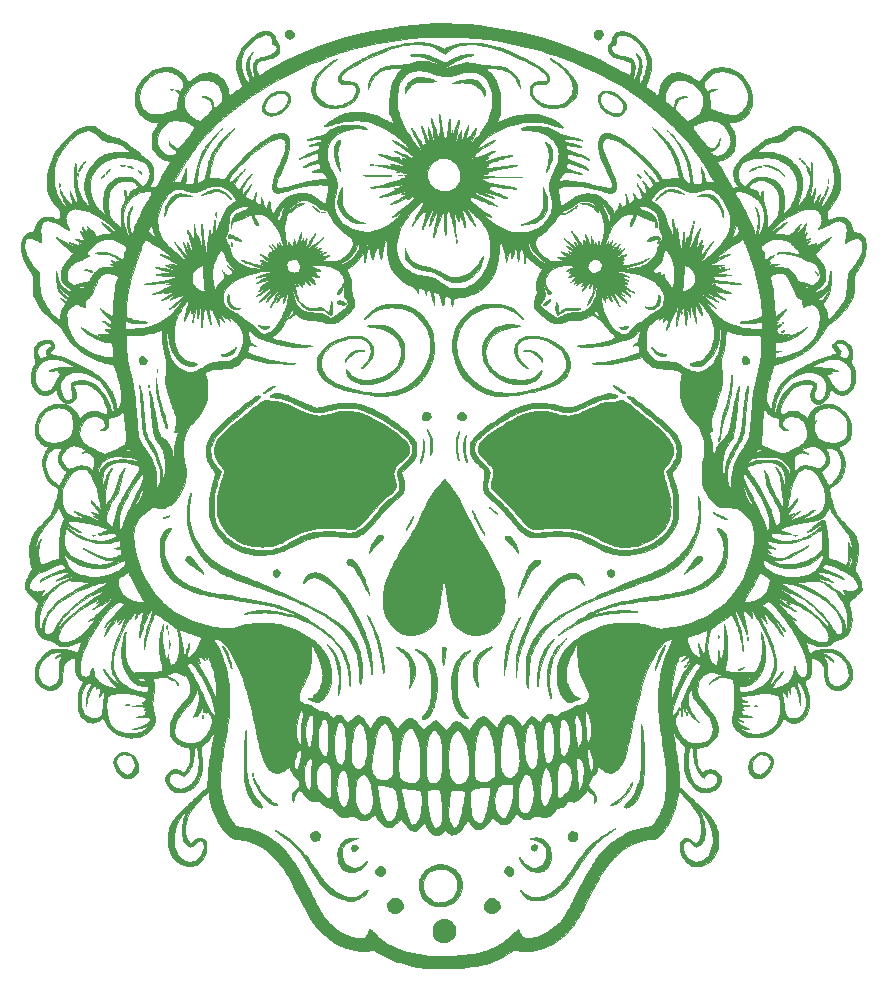
<source format=gbr>
%TF.GenerationSoftware,KiCad,Pcbnew,7.0.1*%
%TF.CreationDate,2023-06-02T16:28:31-07:00*%
%TF.ProjectId,skull,736b756c-6c2e-46b6-9963-61645f706362,rev?*%
%TF.SameCoordinates,Original*%
%TF.FileFunction,Soldermask,Top*%
%TF.FilePolarity,Negative*%
%FSLAX46Y46*%
G04 Gerber Fmt 4.6, Leading zero omitted, Abs format (unit mm)*
G04 Created by KiCad (PCBNEW 7.0.1) date 2023-06-02 16:28:31*
%MOMM*%
%LPD*%
G01*
G04 APERTURE LIST*
%ADD10C,0.010000*%
G04 APERTURE END LIST*
%TO.C,G\u002A\u002A\u002A*%
D10*
X63921037Y-12026645D02*
X64213771Y-12026645D01*
X64215849Y-12125976D01*
X64230380Y-12237112D01*
X64263049Y-12333140D01*
X64317184Y-12416390D01*
X64396111Y-12489192D01*
X64503158Y-12553878D01*
X64641652Y-12612777D01*
X64814921Y-12668220D01*
X65026291Y-12722537D01*
X65087943Y-12736772D01*
X65329409Y-12795791D01*
X65529371Y-12854085D01*
X65688647Y-12911918D01*
X65808054Y-12969556D01*
X65810654Y-12971066D01*
X65925263Y-13056443D01*
X66028201Y-13167288D01*
X66107490Y-13289622D01*
X66133474Y-13347894D01*
X66162063Y-13459972D01*
X66177529Y-13601339D01*
X66179659Y-13760968D01*
X66168239Y-13927832D01*
X66147433Y-14068631D01*
X66112409Y-14268673D01*
X66090584Y-14429260D01*
X66081935Y-14551151D01*
X66086437Y-14635105D01*
X66104064Y-14681881D01*
X66127165Y-14693047D01*
X66163476Y-14673233D01*
X66206114Y-14617590D01*
X66253181Y-14531814D01*
X66302781Y-14421603D01*
X66353016Y-14292655D01*
X66401989Y-14150667D01*
X66447803Y-14001336D01*
X66488562Y-13850359D01*
X66522368Y-13703435D01*
X66547325Y-13566259D01*
X66561535Y-13444531D01*
X66564115Y-13380714D01*
X66560083Y-13277091D01*
X66545629Y-13179897D01*
X66517877Y-13079533D01*
X66473954Y-12966401D01*
X66410986Y-12830902D01*
X66382045Y-12772701D01*
X66335730Y-12672058D01*
X66310134Y-12596395D01*
X66306133Y-12549236D01*
X66322895Y-12534047D01*
X66357353Y-12551191D01*
X66406035Y-12597273D01*
X66462532Y-12664268D01*
X66520433Y-12744149D01*
X66573326Y-12828892D01*
X66602793Y-12884440D01*
X66697270Y-13114183D01*
X66753775Y-13339414D01*
X66774476Y-13569067D01*
X66774660Y-13592381D01*
X66770652Y-13692929D01*
X66757686Y-13804329D01*
X66734605Y-13931965D01*
X66700248Y-14081226D01*
X66653457Y-14257496D01*
X66593072Y-14466164D01*
X66570287Y-14541987D01*
X66532230Y-14688030D01*
X66516897Y-14802742D01*
X66524336Y-14890540D01*
X66554591Y-14955839D01*
X66574901Y-14978355D01*
X66620953Y-15012448D01*
X66659659Y-15026854D01*
X66664812Y-15026555D01*
X66691685Y-15006292D01*
X66729783Y-14959582D01*
X66764773Y-14906340D01*
X66814009Y-14814986D01*
X66871325Y-14694432D01*
X66932058Y-14555847D01*
X66991543Y-14410400D01*
X67045117Y-14269261D01*
X67088116Y-14143600D01*
X67101094Y-14100916D01*
X67174813Y-13782029D01*
X67208864Y-13472183D01*
X67203317Y-13172855D01*
X67158244Y-12885523D01*
X67073718Y-12611663D01*
X67023404Y-12494444D01*
X66881679Y-12230407D01*
X66711712Y-11979149D01*
X66518201Y-11745069D01*
X66305840Y-11532568D01*
X66079327Y-11346045D01*
X65843357Y-11189902D01*
X65602627Y-11068538D01*
X65436281Y-11007400D01*
X65274428Y-10970483D01*
X65113338Y-10957873D01*
X64964190Y-10969575D01*
X64838163Y-11005593D01*
X64834716Y-11007112D01*
X64761738Y-11042330D01*
X64707391Y-11078227D01*
X64668019Y-11121973D01*
X64639968Y-11180736D01*
X64619582Y-11261686D01*
X64603206Y-11371993D01*
X64590551Y-11486050D01*
X64574379Y-11613416D01*
X64553788Y-11705172D01*
X64524817Y-11768036D01*
X64483498Y-11808731D01*
X64425870Y-11833975D01*
X64378734Y-11845100D01*
X64302142Y-11865784D01*
X64252090Y-11897811D01*
X64224119Y-11948868D01*
X64213771Y-12026645D01*
X63921037Y-12026645D01*
X63930533Y-11943228D01*
X63959729Y-11846405D01*
X64011065Y-11753426D01*
X64090528Y-11650390D01*
X64095360Y-11644709D01*
X64179087Y-11537173D01*
X64235605Y-11438224D01*
X64272518Y-11332363D01*
X64290624Y-11246659D01*
X64338036Y-11090928D01*
X64422163Y-10954994D01*
X64541575Y-10840299D01*
X64694838Y-10748285D01*
X64841464Y-10691788D01*
X65035629Y-10653793D01*
X65241162Y-10655739D01*
X65456733Y-10697184D01*
X65681011Y-10777685D01*
X65912664Y-10896800D01*
X66150361Y-11054086D01*
X66312687Y-11180892D01*
X66608739Y-11453028D01*
X66880113Y-11758578D01*
X67127605Y-12098479D01*
X67232988Y-12265530D01*
X67344932Y-12464829D01*
X67430448Y-12651586D01*
X67492303Y-12836198D01*
X67533266Y-13029062D01*
X67556102Y-13240576D01*
X67563580Y-13481136D01*
X67563589Y-13507714D01*
X67556553Y-13754570D01*
X67534756Y-13977083D01*
X67495506Y-14190600D01*
X67436111Y-14410471D01*
X67371296Y-14604011D01*
X67328667Y-14723083D01*
X67284577Y-14846196D01*
X67244341Y-14958512D01*
X67214310Y-15042297D01*
X67183729Y-15133553D01*
X67157817Y-15221623D01*
X67141365Y-15289989D01*
X67139640Y-15299795D01*
X67133349Y-15357003D01*
X67142798Y-15389298D01*
X67174796Y-15413148D01*
X67189797Y-15421111D01*
X67233204Y-15447911D01*
X67304320Y-15496927D01*
X67397668Y-15564097D01*
X67507769Y-15645355D01*
X67629144Y-15736639D01*
X67756314Y-15833884D01*
X67883803Y-15933027D01*
X67945052Y-15981326D01*
X68135161Y-16131997D01*
X68212268Y-15819981D01*
X68243942Y-15697011D01*
X68277386Y-15575945D01*
X68309152Y-15468730D01*
X68335792Y-15387310D01*
X68342114Y-15370103D01*
X68461570Y-15100284D01*
X68601166Y-14860138D01*
X68758835Y-14651235D01*
X68932511Y-14475143D01*
X69120127Y-14333429D01*
X69319616Y-14227664D01*
X69528913Y-14159414D01*
X69745950Y-14130249D01*
X69961914Y-14140785D01*
X70200559Y-14189903D01*
X70457217Y-14272914D01*
X70727315Y-14387906D01*
X71006279Y-14532968D01*
X71243488Y-14676259D01*
X71400716Y-14774033D01*
X71525668Y-14844570D01*
X71618434Y-14887919D01*
X71679106Y-14904126D01*
X71682399Y-14904249D01*
X71710922Y-14886412D01*
X71737791Y-14841626D01*
X71740957Y-14833452D01*
X71782471Y-14748538D01*
X71850468Y-14643653D01*
X71938855Y-14525863D01*
X72041540Y-14402235D01*
X72152431Y-14279834D01*
X72265436Y-14165728D01*
X72374464Y-14066983D01*
X72458594Y-14001023D01*
X72657622Y-13883869D01*
X72882379Y-13795720D01*
X73127535Y-13736811D01*
X73387761Y-13707380D01*
X73657729Y-13707663D01*
X73932108Y-13737897D01*
X74205570Y-13798320D01*
X74472785Y-13889168D01*
X74521110Y-13909330D01*
X74772660Y-14038412D01*
X75017224Y-14204362D01*
X75249102Y-14401738D01*
X75462595Y-14625092D01*
X75652003Y-14868981D01*
X75811625Y-15127959D01*
X75826862Y-15156641D01*
X75964037Y-15458860D01*
X76063469Y-15766503D01*
X76125129Y-16076177D01*
X76148989Y-16384484D01*
X76135019Y-16688030D01*
X76083190Y-16983419D01*
X75993473Y-17267256D01*
X75865838Y-17536145D01*
X75847605Y-17567873D01*
X75801997Y-17634463D01*
X75735660Y-17717411D01*
X75658894Y-17804280D01*
X75607776Y-17857464D01*
X75416546Y-18022861D01*
X75202573Y-18157825D01*
X74960225Y-18265729D01*
X74877526Y-18294515D01*
X74785263Y-18322927D01*
X74703099Y-18342947D01*
X74618138Y-18356618D01*
X74517484Y-18365979D01*
X74388241Y-18373073D01*
X74378430Y-18373510D01*
X74080417Y-18386631D01*
X74287346Y-18682964D01*
X74390001Y-18832652D01*
X74469649Y-18955709D01*
X74529759Y-19058535D01*
X74573802Y-19147529D01*
X74605246Y-19229092D01*
X74627562Y-19309624D01*
X74627904Y-19311113D01*
X74636805Y-19374020D01*
X74643801Y-19471211D01*
X74648894Y-19594680D01*
X74652087Y-19736420D01*
X74653381Y-19888424D01*
X74652778Y-20042687D01*
X74650280Y-20191202D01*
X74645890Y-20325962D01*
X74639609Y-20438961D01*
X74631439Y-20522192D01*
X74627589Y-20545631D01*
X74578106Y-20714417D01*
X74497060Y-20872732D01*
X74380374Y-21027734D01*
X74309636Y-21103947D01*
X74107424Y-21287245D01*
X73900627Y-21430494D01*
X73690419Y-21533115D01*
X73477970Y-21594530D01*
X73275400Y-21614180D01*
X73211209Y-21617482D01*
X73166491Y-21625539D01*
X73154740Y-21631996D01*
X73162002Y-21654373D01*
X73188194Y-21707801D01*
X73230469Y-21787031D01*
X73285982Y-21886811D01*
X73351885Y-22001891D01*
X73398578Y-22081788D01*
X73547413Y-22335790D01*
X73678319Y-22562189D01*
X73795903Y-22769220D01*
X73904774Y-22965114D01*
X74009540Y-23158107D01*
X74114809Y-23356430D01*
X74155890Y-23434881D01*
X74241914Y-23595339D01*
X74314182Y-23719826D01*
X74375047Y-23811521D01*
X74426863Y-23873601D01*
X74471983Y-23909245D01*
X74512759Y-23921631D01*
X74516340Y-23921714D01*
X74548781Y-23915282D01*
X74608834Y-23898410D01*
X74685436Y-23874731D01*
X74767524Y-23847880D01*
X74781930Y-23842911D01*
X75847131Y-23842911D01*
X75880499Y-23891792D01*
X75942427Y-23942043D01*
X76026552Y-23989663D01*
X76126514Y-24030649D01*
X76235950Y-24060999D01*
X76276505Y-24068561D01*
X76360734Y-24086361D01*
X76421313Y-24112695D01*
X76476925Y-24156376D01*
X76490858Y-24169686D01*
X76536299Y-24225950D01*
X76592858Y-24314628D01*
X76656619Y-24428559D01*
X76723666Y-24560582D01*
X76790084Y-24703539D01*
X76818236Y-24768381D01*
X76830298Y-24791158D01*
X76839014Y-24788039D01*
X76846451Y-24753770D01*
X76854676Y-24683098D01*
X76855691Y-24673131D01*
X76875148Y-24500279D01*
X76894765Y-24367126D01*
X76915171Y-24271040D01*
X76936992Y-24209389D01*
X76960857Y-24179540D01*
X76974294Y-24175714D01*
X76996062Y-24189166D01*
X77014416Y-24231613D01*
X77029960Y-24306189D01*
X77043302Y-24416028D01*
X77055045Y-24564266D01*
X77057831Y-24608169D01*
X77074003Y-24819590D01*
X77096274Y-25003634D01*
X77127338Y-25175122D01*
X77169891Y-25348872D01*
X77226628Y-25539705D01*
X77228081Y-25544286D01*
X77263823Y-25659870D01*
X77292375Y-25761866D01*
X77314509Y-25857210D01*
X77330996Y-25952839D01*
X77342607Y-26055690D01*
X77350116Y-26172699D01*
X77354292Y-26310803D01*
X77355908Y-26476937D01*
X77355735Y-26678040D01*
X77355685Y-26691422D01*
X77353349Y-27291547D01*
X77422479Y-27234063D01*
X77463702Y-27198340D01*
X77527815Y-27141074D01*
X77606724Y-27069563D01*
X77692332Y-26991108D01*
X77710600Y-26974252D01*
X77878378Y-26811908D01*
X78018271Y-26658155D01*
X78132755Y-26506944D01*
X78224306Y-26352229D01*
X78295400Y-26187961D01*
X78348512Y-26008093D01*
X78386119Y-25806577D01*
X78410696Y-25577364D01*
X78424720Y-25314409D01*
X78427351Y-25223464D01*
X78430513Y-25070299D01*
X78431305Y-24950457D01*
X78429257Y-24854968D01*
X78423896Y-24774865D01*
X78414754Y-24701178D01*
X78401359Y-24624939D01*
X78394036Y-24588464D01*
X78323602Y-24344790D01*
X78217775Y-24116385D01*
X78080340Y-23907133D01*
X77915080Y-23720919D01*
X77725781Y-23561628D01*
X77516227Y-23433143D01*
X77290202Y-23339350D01*
X77137960Y-23299179D01*
X76914238Y-23270953D01*
X76700858Y-23282068D01*
X76491453Y-23333347D01*
X76320410Y-23404873D01*
X76238591Y-23452215D01*
X76145878Y-23516954D01*
X76051518Y-23591355D01*
X75964760Y-23667683D01*
X75894852Y-23738203D01*
X75851041Y-23795182D01*
X75848683Y-23799403D01*
X75847131Y-23842911D01*
X74781930Y-23842911D01*
X74844035Y-23821490D01*
X74903907Y-23799196D01*
X74936077Y-23784631D01*
X74937967Y-23783212D01*
X74929647Y-23764419D01*
X74900815Y-23721011D01*
X74857248Y-23661558D01*
X74846421Y-23647386D01*
X74727344Y-23463711D01*
X74634422Y-23260135D01*
X74569345Y-23044790D01*
X74533803Y-22825808D01*
X74530274Y-22650393D01*
X74902541Y-22650393D01*
X74904746Y-22866819D01*
X74941680Y-23083945D01*
X75014161Y-23296068D01*
X75022304Y-23314382D01*
X75086924Y-23431211D01*
X75168021Y-23538921D01*
X75258663Y-23631108D01*
X75351922Y-23701371D01*
X75440866Y-23743307D01*
X75496390Y-23752381D01*
X75539420Y-23745778D01*
X75583990Y-23722738D01*
X75635984Y-23678408D01*
X75701284Y-23607936D01*
X75767773Y-23528604D01*
X75938139Y-23352773D01*
X76134122Y-23208661D01*
X76351897Y-23097570D01*
X76587636Y-23020802D01*
X76837512Y-22979663D01*
X77097698Y-22975453D01*
X77317946Y-23000801D01*
X77583442Y-23066168D01*
X77832465Y-23165441D01*
X78060771Y-23295836D01*
X78264116Y-23454573D01*
X78438255Y-23638869D01*
X78561536Y-23815881D01*
X78651751Y-23989213D01*
X78722883Y-24175978D01*
X78775519Y-24380326D01*
X78810246Y-24606409D01*
X78827653Y-24858380D01*
X78828325Y-25140391D01*
X78812851Y-25456593D01*
X78806202Y-25545582D01*
X78795793Y-25679204D01*
X78786672Y-25801352D01*
X78779358Y-25904639D01*
X78774372Y-25981676D01*
X78772235Y-26025077D01*
X78772193Y-26028373D01*
X78772665Y-26054310D01*
X78777980Y-26067906D01*
X78793989Y-26066732D01*
X78826541Y-26048361D01*
X78881484Y-26010366D01*
X78964670Y-25950318D01*
X78970578Y-25946039D01*
X79121724Y-25815095D01*
X79267527Y-25647337D01*
X79405307Y-25448203D01*
X79532385Y-25223130D01*
X79646080Y-24977555D01*
X79743713Y-24716914D01*
X79822602Y-24446644D01*
X79880068Y-24172181D01*
X79895468Y-24069881D01*
X79904784Y-23977827D01*
X79912542Y-23858572D01*
X79917955Y-23727238D01*
X79920236Y-23598950D01*
X79920252Y-23593631D01*
X79918014Y-23444258D01*
X79908647Y-23319565D01*
X79889318Y-23207600D01*
X79857194Y-23096414D01*
X79809443Y-22974053D01*
X79743230Y-22828568D01*
X79734615Y-22810464D01*
X79585273Y-22534802D01*
X79414353Y-22290850D01*
X79218615Y-22075674D01*
X78994816Y-21886340D01*
X78739716Y-21719912D01*
X78450073Y-21573457D01*
X78297379Y-21509215D01*
X78169422Y-21460347D01*
X78056073Y-21422473D01*
X77948781Y-21394269D01*
X77838997Y-21374409D01*
X77718167Y-21361568D01*
X77577742Y-21354421D01*
X77409169Y-21351643D01*
X77279943Y-21351554D01*
X76908357Y-21360533D01*
X76574070Y-21385388D01*
X76274903Y-21426707D01*
X76008679Y-21485077D01*
X75773218Y-21561084D01*
X75566345Y-21655317D01*
X75385880Y-21768362D01*
X75229646Y-21900807D01*
X75224621Y-21905770D01*
X75096104Y-22062356D01*
X74999039Y-22242458D01*
X74934245Y-22440372D01*
X74902541Y-22650393D01*
X74530274Y-22650393D01*
X74529487Y-22611323D01*
X74558087Y-22409466D01*
X74575721Y-22344797D01*
X74621857Y-22220561D01*
X74684728Y-22093767D01*
X74766262Y-21962360D01*
X74868387Y-21824289D01*
X74993029Y-21677500D01*
X75142117Y-21519941D01*
X75317576Y-21349559D01*
X75521336Y-21164302D01*
X75755322Y-20962115D01*
X75774808Y-20945921D01*
X76465026Y-20945921D01*
X76484507Y-20945177D01*
X76537148Y-20939206D01*
X76614244Y-20929070D01*
X76681984Y-20919501D01*
X76801486Y-20906417D01*
X76954562Y-20896398D01*
X77132537Y-20889873D01*
X77326734Y-20887272D01*
X77332859Y-20887259D01*
X77490937Y-20887607D01*
X77615690Y-20889723D01*
X77716112Y-20894245D01*
X77801195Y-20901811D01*
X77879934Y-20913061D01*
X77961321Y-20928632D01*
X77984230Y-20933512D01*
X78342528Y-21026473D01*
X78669311Y-21144031D01*
X78968631Y-21287818D01*
X79180178Y-21415603D01*
X79412547Y-21590970D01*
X79632707Y-21798690D01*
X79834935Y-22031369D01*
X80013507Y-22281612D01*
X80162699Y-22542025D01*
X80276789Y-22805212D01*
X80293880Y-22854482D01*
X80359198Y-23103822D01*
X80394135Y-23369348D01*
X80398496Y-23652939D01*
X80372084Y-23956471D01*
X80314703Y-24281821D01*
X80226159Y-24630866D01*
X80106254Y-25005483D01*
X80054318Y-25149822D01*
X80018333Y-25248371D01*
X79988412Y-25332656D01*
X79967314Y-25394729D01*
X79957797Y-25426642D01*
X79957526Y-25428654D01*
X79963065Y-25443152D01*
X79984223Y-25438929D01*
X80027816Y-25413325D01*
X80070613Y-25384504D01*
X80190206Y-25284055D01*
X80312862Y-25147622D01*
X80435390Y-24981087D01*
X80554598Y-24790336D01*
X80667291Y-24581252D01*
X80770278Y-24359718D01*
X80860366Y-24131619D01*
X80934363Y-23902839D01*
X80984930Y-23699464D01*
X81003499Y-23580180D01*
X81016127Y-23434195D01*
X81021517Y-23276887D01*
X81021591Y-23265547D01*
X81015954Y-23076310D01*
X80995211Y-22905158D01*
X80956390Y-22739262D01*
X80896518Y-22565793D01*
X80816546Y-22380373D01*
X80756069Y-22246916D01*
X80714181Y-22147440D01*
X80689725Y-22078476D01*
X80681545Y-22036559D01*
X80688483Y-22018223D01*
X80695162Y-22016714D01*
X80727517Y-22035135D01*
X80775651Y-22090694D01*
X80839878Y-22183837D01*
X80920510Y-22315006D01*
X80989378Y-22434089D01*
X81048421Y-22537661D01*
X81089669Y-22607770D01*
X81115969Y-22647912D01*
X81130168Y-22661584D01*
X81135114Y-22652281D01*
X81133654Y-22623501D01*
X81132147Y-22609381D01*
X81125117Y-22536324D01*
X81116904Y-22434944D01*
X81108161Y-22315312D01*
X81099540Y-22187499D01*
X81091696Y-22061578D01*
X81085283Y-21947618D01*
X81080952Y-21855693D01*
X81079359Y-21795872D01*
X81079359Y-21795789D01*
X81083679Y-21728113D01*
X81095676Y-21699722D01*
X81113906Y-21708561D01*
X81136926Y-21752577D01*
X81163290Y-21829716D01*
X81191556Y-21937922D01*
X81197463Y-21963797D01*
X81212309Y-22055413D01*
X81224643Y-22181259D01*
X81234276Y-22333292D01*
X81241017Y-22503473D01*
X81244674Y-22683761D01*
X81245058Y-22866115D01*
X81241976Y-23042495D01*
X81235240Y-23204859D01*
X81229066Y-23295933D01*
X81198943Y-23604969D01*
X81159874Y-23901727D01*
X81112990Y-24180198D01*
X81059421Y-24434373D01*
X81000299Y-24658244D01*
X80938052Y-24842464D01*
X80901197Y-24937345D01*
X80865843Y-25028274D01*
X80837702Y-25100563D01*
X80829441Y-25121748D01*
X80810996Y-25183255D01*
X80810183Y-25221162D01*
X80825110Y-25229913D01*
X80853888Y-25203954D01*
X80856328Y-25200752D01*
X80909554Y-25120085D01*
X80973493Y-25008100D01*
X81044225Y-24873203D01*
X81117831Y-24723802D01*
X81190391Y-24568304D01*
X81257986Y-24415114D01*
X81316698Y-24272639D01*
X81362607Y-24149286D01*
X81391793Y-24053462D01*
X81392435Y-24050827D01*
X81417440Y-23964947D01*
X81441113Y-23914682D01*
X81461153Y-23901323D01*
X81475260Y-23926157D01*
X81481135Y-23990474D01*
X81481177Y-24001089D01*
X81479296Y-24040254D01*
X81473333Y-24091180D01*
X81462443Y-24158043D01*
X81445787Y-24245021D01*
X81422519Y-24356293D01*
X81391799Y-24496035D01*
X81352784Y-24668425D01*
X81304632Y-24877641D01*
X81302976Y-24884797D01*
X81271557Y-25030890D01*
X81254137Y-25139718D01*
X81250933Y-25214044D01*
X81262161Y-25256630D01*
X81288037Y-25270238D01*
X81328778Y-25257631D01*
X81332051Y-25255914D01*
X81372407Y-25221096D01*
X81427131Y-25154877D01*
X81491729Y-25063754D01*
X81561705Y-24954225D01*
X81632567Y-24832788D01*
X81661956Y-24778964D01*
X81730284Y-24653986D01*
X81783108Y-24564211D01*
X81822584Y-24506370D01*
X81850870Y-24477192D01*
X81864370Y-24472047D01*
X81873412Y-24477077D01*
X81875403Y-24495560D01*
X81869147Y-24532588D01*
X81853451Y-24593253D01*
X81827120Y-24682646D01*
X81788958Y-24805860D01*
X81777455Y-24842464D01*
X81732824Y-24986239D01*
X81701964Y-25092545D01*
X81685088Y-25164017D01*
X81682412Y-25203290D01*
X81694147Y-25212998D01*
X81720507Y-25195776D01*
X81761706Y-25154259D01*
X81799325Y-25112339D01*
X81889975Y-24998862D01*
X81989498Y-24855978D01*
X82091417Y-24693737D01*
X82189260Y-24522184D01*
X82232722Y-24439781D01*
X82291431Y-24322106D01*
X82336474Y-24222263D01*
X82373747Y-24125027D01*
X82409147Y-24015174D01*
X82443635Y-23895256D01*
X82464793Y-23830648D01*
X82485291Y-23786515D01*
X82498117Y-23773547D01*
X82509278Y-23792709D01*
X82516750Y-23842236D01*
X82518693Y-23892575D01*
X82508643Y-23994744D01*
X82478066Y-24123371D01*
X82426317Y-24280254D01*
X82352750Y-24467187D01*
X82256723Y-24685966D01*
X82160363Y-24891232D01*
X82083621Y-25051693D01*
X82024307Y-25178195D01*
X81981016Y-25274690D01*
X81952339Y-25345130D01*
X81936869Y-25393468D01*
X81933198Y-25423656D01*
X81939918Y-25439647D01*
X81955623Y-25445392D01*
X81962889Y-25445714D01*
X82025117Y-25427629D01*
X82102642Y-25376502D01*
X82191570Y-25297027D01*
X82288008Y-25193897D01*
X82388063Y-25071805D01*
X82487843Y-24935443D01*
X82583454Y-24789506D01*
X82671005Y-24638686D01*
X82732534Y-24517858D01*
X82867304Y-24187093D01*
X82968088Y-23837219D01*
X83034232Y-23474936D01*
X83065081Y-23106947D01*
X83059981Y-22739953D01*
X83018279Y-22380657D01*
X82965474Y-22131485D01*
X82873100Y-21835937D01*
X82745553Y-21529224D01*
X82586529Y-21216955D01*
X82399722Y-20904741D01*
X82188828Y-20598194D01*
X81957540Y-20302923D01*
X81709555Y-20024541D01*
X81448567Y-19768657D01*
X81354526Y-19685186D01*
X81155193Y-19524532D01*
X80953372Y-19383497D01*
X80753168Y-19263846D01*
X80558685Y-19167342D01*
X80374025Y-19095752D01*
X80203292Y-19050839D01*
X80050590Y-19034367D01*
X79920023Y-19048102D01*
X79891893Y-19056270D01*
X79819352Y-19089386D01*
X79722698Y-19146648D01*
X79608759Y-19223308D01*
X79484363Y-19314621D01*
X79356338Y-19415841D01*
X79269609Y-19488842D01*
X79076585Y-19648291D01*
X78902518Y-19775563D01*
X78742660Y-19873559D01*
X78592267Y-19945180D01*
X78446594Y-19993326D01*
X78442471Y-19994382D01*
X78373448Y-20007807D01*
X78274615Y-20021695D01*
X78158451Y-20034522D01*
X78037432Y-20044764D01*
X78020776Y-20045907D01*
X77880290Y-20057458D01*
X77756616Y-20073896D01*
X77644454Y-20097938D01*
X77538504Y-20132299D01*
X77433466Y-20179698D01*
X77324039Y-20242850D01*
X77204924Y-20324471D01*
X77070819Y-20427279D01*
X76916426Y-20553990D01*
X76745484Y-20699537D01*
X76654562Y-20778053D01*
X76575938Y-20846471D01*
X76514763Y-20900265D01*
X76476192Y-20934908D01*
X76465026Y-20945921D01*
X75774808Y-20945921D01*
X76021463Y-20740947D01*
X76270748Y-20539421D01*
X76524275Y-20341087D01*
X76753905Y-20171611D01*
X76964173Y-20028490D01*
X77159613Y-19909216D01*
X77344761Y-19811285D01*
X77524150Y-19732190D01*
X77702316Y-19669427D01*
X77883794Y-19620489D01*
X77966192Y-19602623D01*
X78176947Y-19543003D01*
X78390299Y-19451345D01*
X78591846Y-19334381D01*
X78687526Y-19265542D01*
X78835319Y-19151125D01*
X78955175Y-19059550D01*
X79052225Y-18987232D01*
X79131604Y-18930585D01*
X79198443Y-18886021D01*
X79257874Y-18849954D01*
X79315030Y-18818799D01*
X79357120Y-18797656D01*
X79558499Y-18716121D01*
X79761683Y-18668761D01*
X79969329Y-18656032D01*
X80184094Y-18678390D01*
X80408633Y-18736291D01*
X80645604Y-18830191D01*
X80897662Y-18960546D01*
X81127507Y-19101490D01*
X81331989Y-19246275D01*
X81548915Y-19420323D01*
X81770115Y-19615922D01*
X81987420Y-19825358D01*
X82192662Y-20040917D01*
X82377672Y-20254888D01*
X82462367Y-20361914D01*
X82704524Y-20701637D01*
X82921199Y-21052180D01*
X83111049Y-21409730D01*
X83272729Y-21770470D01*
X83404895Y-22130588D01*
X83506203Y-22486269D01*
X83575309Y-22833697D01*
X83610869Y-23169059D01*
X83611539Y-23488539D01*
X83602982Y-23598907D01*
X83550839Y-23929934D01*
X83462097Y-24265449D01*
X83340271Y-24597356D01*
X83188876Y-24917558D01*
X83011428Y-25217961D01*
X82811441Y-25490468D01*
X82750601Y-25562131D01*
X82644544Y-25686702D01*
X82566279Y-25789833D01*
X82512658Y-25878975D01*
X82480534Y-25961583D01*
X82466759Y-26045108D01*
X82468185Y-26137004D01*
X82476617Y-26210835D01*
X82497577Y-26356152D01*
X82514713Y-26464291D01*
X82529242Y-26540107D01*
X82542382Y-26588456D01*
X82555351Y-26614190D01*
X82569365Y-26622166D01*
X82579307Y-26620246D01*
X82855728Y-26521040D01*
X83107515Y-26448004D01*
X83332668Y-26401585D01*
X83529188Y-26382226D01*
X83640526Y-26384356D01*
X83847101Y-26416926D01*
X84027375Y-26481984D01*
X84183303Y-26580890D01*
X84316836Y-26715001D01*
X84429929Y-26885675D01*
X84467404Y-26959247D01*
X84505746Y-27047326D01*
X84545692Y-27151333D01*
X84583927Y-27261089D01*
X84617139Y-27366414D01*
X84642014Y-27457129D01*
X84655240Y-27523054D01*
X84656526Y-27540301D01*
X84676774Y-27592491D01*
X84736218Y-27633557D01*
X84832909Y-27662332D01*
X84871278Y-27668736D01*
X85067563Y-27708508D01*
X85231351Y-27768653D01*
X85368632Y-27851914D01*
X85468193Y-27942097D01*
X85580136Y-28088448D01*
X85663750Y-28258957D01*
X85719679Y-28455950D01*
X85748571Y-28681755D01*
X85751070Y-28938700D01*
X85750218Y-28959142D01*
X85717821Y-29289352D01*
X85649828Y-29615951D01*
X85545122Y-29942020D01*
X85402585Y-30270643D01*
X85221100Y-30604901D01*
X85062681Y-30855283D01*
X84990844Y-30965455D01*
X84924945Y-31071674D01*
X84869819Y-31165754D01*
X84830298Y-31239510D01*
X84813603Y-31277131D01*
X84803048Y-31311861D01*
X84794296Y-31354296D01*
X84787049Y-31409171D01*
X84781009Y-31481222D01*
X84775877Y-31575185D01*
X84771355Y-31695797D01*
X84767144Y-31847792D01*
X84762946Y-32035908D01*
X84761595Y-32102631D01*
X84757140Y-32312867D01*
X84752408Y-32486555D01*
X84746579Y-32629476D01*
X84738835Y-32747411D01*
X84728358Y-32846142D01*
X84714329Y-32931451D01*
X84695932Y-33009118D01*
X84672347Y-33084925D01*
X84642756Y-33164654D01*
X84606342Y-33254086D01*
X84594707Y-33281901D01*
X84499725Y-33477614D01*
X84373454Y-33690336D01*
X84220560Y-33914722D01*
X84045705Y-34145430D01*
X83853553Y-34377116D01*
X83648767Y-34604437D01*
X83436011Y-34822048D01*
X83219948Y-35024606D01*
X83005243Y-35206768D01*
X82796557Y-35363189D01*
X82751526Y-35393879D01*
X82652676Y-35464634D01*
X82561940Y-35540871D01*
X82475438Y-35627441D01*
X82389288Y-35729193D01*
X82299612Y-35850977D01*
X82202528Y-35997644D01*
X82094157Y-36174043D01*
X82002001Y-36330731D01*
X81784958Y-36664333D01*
X81529899Y-36983902D01*
X81239532Y-37286973D01*
X80916563Y-37571082D01*
X80563697Y-37833763D01*
X80183642Y-38072554D01*
X79947715Y-38201256D01*
X79703174Y-38321117D01*
X79456328Y-38428391D01*
X79196244Y-38527335D01*
X78911988Y-38622207D01*
X78708544Y-38683865D01*
X78570482Y-38725135D01*
X78433777Y-38767460D01*
X78308423Y-38807639D01*
X78204416Y-38842473D01*
X78135098Y-38867464D01*
X78049684Y-38902249D01*
X77994246Y-38931337D01*
X77958449Y-38961965D01*
X77931960Y-39001371D01*
X77924967Y-39014642D01*
X77885575Y-39104949D01*
X77840085Y-39231448D01*
X77789808Y-39388651D01*
X77736056Y-39571071D01*
X77680140Y-39773220D01*
X77623373Y-39989609D01*
X77567065Y-40214752D01*
X77512528Y-40443160D01*
X77461075Y-40669346D01*
X77414015Y-40887822D01*
X77372661Y-41093100D01*
X77338325Y-41279692D01*
X77312318Y-41442112D01*
X77295951Y-41574869D01*
X77290526Y-41669260D01*
X77304775Y-41816047D01*
X77344176Y-41978577D01*
X77403709Y-42143904D01*
X77478355Y-42299082D01*
X77563095Y-42431163D01*
X77605821Y-42482493D01*
X77658311Y-42534945D01*
X77699795Y-42562971D01*
X77732716Y-42563675D01*
X77759517Y-42534162D01*
X77782643Y-42471536D01*
X77804536Y-42372900D01*
X77827640Y-42235360D01*
X77830615Y-42216072D01*
X77886878Y-41948911D01*
X77976622Y-41660541D01*
X78098739Y-41354162D01*
X78213608Y-41109047D01*
X78345872Y-40857078D01*
X78480753Y-40626468D01*
X78614636Y-40422895D01*
X78743904Y-40252033D01*
X78803817Y-40182683D01*
X78920982Y-40067674D01*
X79074078Y-39939587D01*
X79259577Y-39800676D01*
X79473951Y-39653193D01*
X79713671Y-39499393D01*
X79975209Y-39341528D01*
X80255037Y-39181853D01*
X80482052Y-39059145D01*
X81206147Y-39059145D01*
X81209401Y-39065844D01*
X81244466Y-39079585D01*
X81320655Y-39092257D01*
X81436773Y-39103760D01*
X81591621Y-39113997D01*
X81784002Y-39122865D01*
X81968359Y-39129031D01*
X82249880Y-39140458D01*
X82490837Y-39157421D01*
X82692655Y-39180082D01*
X82856762Y-39208602D01*
X82984583Y-39243143D01*
X82988263Y-39244409D01*
X83065799Y-39273184D01*
X83150880Y-39307717D01*
X83235014Y-39344150D01*
X83309714Y-39378629D01*
X83366488Y-39407297D01*
X83396849Y-39426300D01*
X83399346Y-39431116D01*
X83376384Y-39432733D01*
X83317530Y-39431942D01*
X83229144Y-39428969D01*
X83117585Y-39424041D01*
X82989213Y-39417384D01*
X82948233Y-39415075D01*
X82813517Y-39407838D01*
X82691321Y-39402201D01*
X82588627Y-39398410D01*
X82512417Y-39396714D01*
X82469674Y-39397360D01*
X82464933Y-39397936D01*
X82466090Y-39408184D01*
X82503623Y-39430501D01*
X82573921Y-39463075D01*
X82673368Y-39504088D01*
X82686959Y-39509440D01*
X82798011Y-39553597D01*
X82870759Y-39586031D01*
X82904570Y-39609556D01*
X82898810Y-39626987D01*
X82852847Y-39641138D01*
X82766046Y-39654823D01*
X82650984Y-39669249D01*
X82561219Y-39680432D01*
X82489556Y-39689859D01*
X82444756Y-39696348D01*
X82434045Y-39698553D01*
X82443297Y-39717323D01*
X82469061Y-39767897D01*
X82508372Y-39844494D01*
X82558260Y-39941335D01*
X82615759Y-40052638D01*
X82622215Y-40065117D01*
X82723323Y-40256525D01*
X82812034Y-40414903D01*
X82892282Y-40546281D01*
X82967998Y-40656687D01*
X83043114Y-40752149D01*
X83121562Y-40838696D01*
X83137231Y-40854692D01*
X83292330Y-40991050D01*
X83446303Y-41085432D01*
X83600128Y-41138144D01*
X83754783Y-41149492D01*
X83911246Y-41119782D01*
X83946578Y-41107553D01*
X84089710Y-41031993D01*
X84217998Y-40919800D01*
X84327006Y-40775375D01*
X84380109Y-40677605D01*
X84438800Y-40545877D01*
X84481612Y-40425893D01*
X84510785Y-40306426D01*
X84528560Y-40176248D01*
X84537177Y-40024130D01*
X84538983Y-39881381D01*
X84538460Y-39752740D01*
X84536074Y-39656533D01*
X84530662Y-39582867D01*
X84521062Y-39521849D01*
X84506112Y-39463585D01*
X84484648Y-39398182D01*
X84480957Y-39387608D01*
X84381692Y-39166052D01*
X84249156Y-38967892D01*
X84086808Y-38795468D01*
X83898103Y-38651123D01*
X83686498Y-38537198D01*
X83455450Y-38456035D01*
X83208416Y-38409975D01*
X83022785Y-38399862D01*
X82824168Y-38409664D01*
X82625337Y-38440985D01*
X82412392Y-38496254D01*
X82338776Y-38519468D01*
X82182431Y-38573356D01*
X82023633Y-38633080D01*
X81866891Y-38696459D01*
X81716716Y-38761310D01*
X81577618Y-38825451D01*
X81454108Y-38886701D01*
X81350695Y-38942878D01*
X81271891Y-38991798D01*
X81222205Y-39031282D01*
X81206147Y-39059145D01*
X80482052Y-39059145D01*
X80549626Y-39022620D01*
X80855448Y-38866083D01*
X80899443Y-38844272D01*
X81154118Y-38720564D01*
X81385745Y-38612926D01*
X81605350Y-38516838D01*
X81823958Y-38427775D01*
X82052596Y-38341214D01*
X82302290Y-38252634D01*
X82529276Y-38175722D01*
X82686519Y-38122982D01*
X82836646Y-38072050D01*
X82973250Y-38025142D01*
X83089921Y-37984477D01*
X83180252Y-37952275D01*
X83237835Y-37930752D01*
X83243688Y-37928404D01*
X83365434Y-37878697D01*
X83192820Y-37722076D01*
X83066865Y-37599479D01*
X82977278Y-37491927D01*
X82922381Y-37395903D01*
X82900495Y-37307888D01*
X82909942Y-37224365D01*
X82927091Y-37182406D01*
X83202710Y-37182406D01*
X83219251Y-37252034D01*
X83274032Y-37334207D01*
X83366711Y-37427832D01*
X83402692Y-37458685D01*
X83502725Y-37545725D01*
X83570241Y-37617757D01*
X83608059Y-37683080D01*
X83619001Y-37749992D01*
X83605888Y-37826792D01*
X83571541Y-37921781D01*
X83565249Y-37936883D01*
X83537859Y-38012469D01*
X83520789Y-38080379D01*
X83517624Y-38120419D01*
X83542832Y-38173253D01*
X83606467Y-38222415D01*
X83710004Y-38268839D01*
X83797346Y-38297385D01*
X83938729Y-38325240D01*
X84059395Y-38320012D01*
X84156429Y-38281871D01*
X84165150Y-38275949D01*
X84232240Y-38212137D01*
X84276498Y-38129092D01*
X84300486Y-38019872D01*
X84306855Y-37891714D01*
X84304793Y-37796801D01*
X84296370Y-37725402D01*
X84277444Y-37659340D01*
X84243870Y-37580438D01*
X84228367Y-37547426D01*
X84145170Y-37401363D01*
X84045615Y-37274309D01*
X83936792Y-37174041D01*
X83829549Y-37109930D01*
X83742258Y-37083504D01*
X83632943Y-37066224D01*
X83515760Y-37058735D01*
X83404865Y-37061683D01*
X83314415Y-37075712D01*
X83285715Y-37085151D01*
X83224750Y-37126414D01*
X83202710Y-37182406D01*
X82927091Y-37182406D01*
X82930885Y-37173125D01*
X82976143Y-37110829D01*
X83048766Y-37038444D01*
X83138264Y-36964835D01*
X83234146Y-36898862D01*
X83298843Y-36862275D01*
X83363620Y-36832173D01*
X83421433Y-36814013D01*
X83487196Y-36804887D01*
X83575823Y-36801887D01*
X83609221Y-36801746D01*
X83706488Y-36803219D01*
X83777130Y-36809934D01*
X83836807Y-36825128D01*
X83901179Y-36852039D01*
X83937304Y-36869553D01*
X84112190Y-36975461D01*
X84272719Y-37109916D01*
X84410415Y-37264341D01*
X84516804Y-37430157D01*
X84541422Y-37481004D01*
X84601557Y-37657002D01*
X84629328Y-37846038D01*
X84624827Y-38052363D01*
X84588149Y-38280225D01*
X84561649Y-38389131D01*
X84529679Y-38525857D01*
X84515698Y-38629048D01*
X84517073Y-38690853D01*
X84531305Y-38744505D01*
X84561518Y-38824570D01*
X84603320Y-38920349D01*
X84652321Y-39021144D01*
X84653808Y-39024040D01*
X84725098Y-39169037D01*
X84777982Y-39295232D01*
X84815042Y-39413901D01*
X84838860Y-39536320D01*
X84852020Y-39673762D01*
X84857103Y-39837503D01*
X84857453Y-39913131D01*
X84853179Y-40108453D01*
X84838928Y-40273740D01*
X84812257Y-40420616D01*
X84770726Y-40560703D01*
X84711894Y-40705623D01*
X84674202Y-40785627D01*
X84556694Y-40984264D01*
X84414211Y-41149210D01*
X84245237Y-41282012D01*
X84119256Y-41352424D01*
X83973225Y-41418777D01*
X83855486Y-41461952D01*
X83760066Y-41483631D01*
X83680994Y-41485497D01*
X83658484Y-41482244D01*
X83568612Y-41455851D01*
X83456188Y-41408581D01*
X83330361Y-41345777D01*
X83200276Y-41272784D01*
X83075081Y-41194943D01*
X82963924Y-41117599D01*
X82875950Y-41046096D01*
X82829368Y-40997889D01*
X82796068Y-40959128D01*
X82770973Y-40941055D01*
X82751107Y-40947656D01*
X82733498Y-40982917D01*
X82715171Y-41050825D01*
X82693152Y-41155365D01*
X82686345Y-41189592D01*
X82628189Y-41409642D01*
X82544339Y-41601921D01*
X82430082Y-41775427D01*
X82307606Y-41912800D01*
X82149258Y-42052789D01*
X81995821Y-42150834D01*
X81846785Y-42206976D01*
X81701637Y-42221256D01*
X81559866Y-42193715D01*
X81420960Y-42124392D01*
X81284408Y-42013330D01*
X81266703Y-41995727D01*
X81161565Y-41868856D01*
X81093558Y-41735518D01*
X81058607Y-41585730D01*
X81051639Y-41468881D01*
X81057721Y-41348771D01*
X81079419Y-41233035D01*
X81119944Y-41110358D01*
X81182504Y-40969427D01*
X81207741Y-40918547D01*
X81257211Y-40818508D01*
X81288005Y-40748034D01*
X81301779Y-40699560D01*
X81300187Y-40665518D01*
X81284884Y-40638342D01*
X81272058Y-40624413D01*
X81209364Y-40584424D01*
X81112725Y-40551111D01*
X80990120Y-40525264D01*
X80849527Y-40507672D01*
X80698925Y-40499125D01*
X80546290Y-40500413D01*
X80399602Y-40512325D01*
X80300592Y-40528239D01*
X80108589Y-40584594D01*
X79909235Y-40675015D01*
X79710806Y-40794225D01*
X79521579Y-40936948D01*
X79349829Y-41097905D01*
X79273468Y-41183131D01*
X79140276Y-41354376D01*
X79008875Y-41547239D01*
X78883370Y-41753866D01*
X78767871Y-41966404D01*
X78666483Y-42177000D01*
X78583314Y-42377802D01*
X78522473Y-42560956D01*
X78496492Y-42668617D01*
X78483654Y-42802659D01*
X78498730Y-42919826D01*
X78539665Y-43014612D01*
X78604403Y-43081507D01*
X78660494Y-43108109D01*
X78719094Y-43106578D01*
X78801817Y-43076136D01*
X78903999Y-43018914D01*
X78998766Y-42953700D01*
X79119758Y-42878058D01*
X79247839Y-42827974D01*
X79393682Y-42800410D01*
X79565943Y-42792325D01*
X79761154Y-42806194D01*
X79944949Y-42848613D01*
X80123940Y-42922314D01*
X80304741Y-43030031D01*
X80493967Y-43174498D01*
X80497276Y-43177271D01*
X80598952Y-43260803D01*
X80683134Y-43326326D01*
X80745887Y-43370968D01*
X80783275Y-43391860D01*
X80791709Y-43392065D01*
X80803416Y-43371492D01*
X80830825Y-43320875D01*
X80869947Y-43247641D01*
X80916795Y-43159221D01*
X80920800Y-43151631D01*
X81011246Y-42988183D01*
X81095304Y-42856336D01*
X81180241Y-42747619D01*
X81273324Y-42653563D01*
X81381820Y-42565697D01*
X81485255Y-42493734D01*
X81714677Y-42366728D01*
X81963740Y-42276641D01*
X82233134Y-42223282D01*
X82518693Y-42206441D01*
X82727714Y-42216522D01*
X82916861Y-42248052D01*
X83102031Y-42304735D01*
X83291276Y-42386478D01*
X83550364Y-42534538D01*
X83784765Y-42716090D01*
X83992767Y-42929069D01*
X84172660Y-43171415D01*
X84322733Y-43441062D01*
X84441277Y-43735949D01*
X84460880Y-43797214D01*
X84481658Y-43868571D01*
X84496554Y-43932304D01*
X84506570Y-43997965D01*
X84512709Y-44075104D01*
X84515974Y-44173272D01*
X84517366Y-44302020D01*
X84517527Y-44336964D01*
X84516180Y-44508178D01*
X84509459Y-44647134D01*
X84495595Y-44763753D01*
X84472817Y-44867958D01*
X84439356Y-44969669D01*
X84393442Y-45078809D01*
X84379971Y-45108071D01*
X84300185Y-45240182D01*
X84185929Y-45373799D01*
X84044259Y-45502195D01*
X83882230Y-45618646D01*
X83782579Y-45677585D01*
X83655754Y-45750023D01*
X83556469Y-45813282D01*
X83487982Y-45865042D01*
X83453550Y-45902983D01*
X83450026Y-45914456D01*
X83463306Y-45939577D01*
X83496812Y-45982002D01*
X83515224Y-46002532D01*
X83575663Y-46082704D01*
X83641718Y-46196117D01*
X83710217Y-46334601D01*
X83777989Y-46489988D01*
X83841862Y-46654108D01*
X83898664Y-46818790D01*
X83945226Y-46975865D01*
X83978375Y-47117163D01*
X83994941Y-47234514D01*
X83995249Y-47239160D01*
X83991234Y-47487681D01*
X83950095Y-47747408D01*
X83873272Y-48012075D01*
X83762200Y-48275417D01*
X83753521Y-48292956D01*
X83623820Y-48527375D01*
X83485097Y-48725788D01*
X83331505Y-48894402D01*
X83157196Y-49039425D01*
X82956321Y-49167063D01*
X82902449Y-49196359D01*
X82795916Y-49255376D01*
X82722823Y-49305187D01*
X82677672Y-49353201D01*
X82654968Y-49406829D01*
X82649213Y-49473480D01*
X82652452Y-49533381D01*
X82664245Y-49618256D01*
X82687447Y-49736768D01*
X82720268Y-49882331D01*
X82760914Y-50048358D01*
X82807594Y-50228265D01*
X82858517Y-50415466D01*
X82911890Y-50603374D01*
X82965921Y-50785404D01*
X83018819Y-50954970D01*
X83068790Y-51105488D01*
X83114045Y-51230370D01*
X83114558Y-51231701D01*
X83152680Y-51322928D01*
X83196322Y-51410358D01*
X83248769Y-51498213D01*
X83313304Y-51590721D01*
X83393211Y-51692105D01*
X83491775Y-51806592D01*
X83612278Y-51938405D01*
X83758006Y-52091771D01*
X83883817Y-52221419D01*
X84091415Y-52436513D01*
X84269957Y-52627410D01*
X84422254Y-52797784D01*
X84551117Y-52951306D01*
X84659356Y-53091650D01*
X84749782Y-53222489D01*
X84825204Y-53347496D01*
X84888432Y-53470343D01*
X84942278Y-53594703D01*
X84950301Y-53615221D01*
X84997268Y-53745946D01*
X85032896Y-53868927D01*
X85058529Y-53993321D01*
X85075512Y-54128286D01*
X85085187Y-54282980D01*
X85088898Y-54466562D01*
X85088983Y-54560464D01*
X85079725Y-54903714D01*
X85054595Y-55213981D01*
X85013840Y-55489685D01*
X84957706Y-55729249D01*
X84886439Y-55931097D01*
X84868284Y-55971279D01*
X84830948Y-56059313D01*
X84811026Y-56136219D01*
X84810239Y-56209557D01*
X84830305Y-56286888D01*
X84872943Y-56375772D01*
X84939873Y-56483769D01*
X85007166Y-56582030D01*
X85111928Y-56746392D01*
X85202872Y-56918216D01*
X85274372Y-57085668D01*
X85320800Y-57236915D01*
X85322735Y-57245536D01*
X85337518Y-57325220D01*
X85353944Y-57433457D01*
X85370106Y-57556615D01*
X85384099Y-57681062D01*
X85385313Y-57693131D01*
X85396656Y-57811375D01*
X85403151Y-57894790D01*
X85404671Y-57950616D01*
X85401093Y-57986092D01*
X85392291Y-58008458D01*
X85379607Y-58023549D01*
X85356484Y-58045354D01*
X85307320Y-58091305D01*
X85236583Y-58157250D01*
X85148740Y-58239038D01*
X85048260Y-58332519D01*
X84939610Y-58433540D01*
X84827258Y-58537950D01*
X84715671Y-58641599D01*
X84609317Y-58740336D01*
X84512664Y-58830009D01*
X84430180Y-58906467D01*
X84366332Y-58965560D01*
X84325587Y-59003135D01*
X84312797Y-59014769D01*
X84312801Y-59038612D01*
X84322334Y-59096636D01*
X84340010Y-59182119D01*
X84364445Y-59288341D01*
X84392476Y-59401624D01*
X84450164Y-59640233D01*
X84493235Y-59849815D01*
X84523172Y-60040495D01*
X84541457Y-60222398D01*
X84549575Y-60405649D01*
X84550305Y-60479066D01*
X84537382Y-60757876D01*
X84498799Y-61022876D01*
X84436067Y-61267502D01*
X84350699Y-61485191D01*
X84293841Y-61592424D01*
X84224022Y-61693094D01*
X84132909Y-61799694D01*
X84031155Y-61901553D01*
X83929412Y-61988000D01*
X83839214Y-62047891D01*
X83769959Y-62079105D01*
X83675225Y-62114091D01*
X83570814Y-62147225D01*
X83521762Y-62160857D01*
X83291718Y-62234320D01*
X83091598Y-62327310D01*
X82911661Y-62444565D01*
X82867943Y-62478830D01*
X82780053Y-62544453D01*
X82682881Y-62608291D01*
X82595174Y-62658159D01*
X82582193Y-62664543D01*
X82515247Y-62694451D01*
X82456203Y-62714244D01*
X82392196Y-62726458D01*
X82310360Y-62733631D01*
X82210263Y-62737893D01*
X82037750Y-62735518D01*
X81858278Y-62716117D01*
X81666398Y-62678366D01*
X81456659Y-62620945D01*
X81223610Y-62542532D01*
X80961802Y-62441807D01*
X80921494Y-62425420D01*
X80814570Y-62382542D01*
X80740526Y-62355649D01*
X80693527Y-62343598D01*
X80667737Y-62345251D01*
X80657322Y-62359468D01*
X80656026Y-62373552D01*
X80662470Y-62403882D01*
X80680267Y-62466681D01*
X80707111Y-62554939D01*
X80740700Y-62661647D01*
X80778728Y-62779796D01*
X80818892Y-62902377D01*
X80858886Y-63022380D01*
X80896408Y-63132797D01*
X80929152Y-63226619D01*
X80954815Y-63296837D01*
X80971092Y-63336441D01*
X80974447Y-63342129D01*
X80998573Y-63339430D01*
X81051390Y-63317752D01*
X81125629Y-63280456D01*
X81183789Y-63247908D01*
X81952032Y-63247908D01*
X81957632Y-63259286D01*
X81996634Y-63276665D01*
X82061151Y-63296719D01*
X82079032Y-63301428D01*
X82271784Y-63361112D01*
X82440032Y-63437622D01*
X82575313Y-63520744D01*
X82660179Y-63584981D01*
X82744803Y-63659575D01*
X82825183Y-63739541D01*
X82897316Y-63819895D01*
X82957199Y-63895652D01*
X83000830Y-63961826D01*
X83024206Y-64013434D01*
X83023324Y-64045490D01*
X83003270Y-64053714D01*
X82978859Y-64039873D01*
X82932116Y-64002620D01*
X82870759Y-63948357D01*
X82828645Y-63908865D01*
X82677844Y-63774432D01*
X82545370Y-63677681D01*
X82430824Y-63618325D01*
X82414992Y-63612571D01*
X82358342Y-63598621D01*
X82294624Y-63590472D01*
X82236106Y-63588546D01*
X82195058Y-63593264D01*
X82183554Y-63604623D01*
X82195442Y-63628892D01*
X82222693Y-63682934D01*
X82261314Y-63758874D01*
X82307313Y-63848834D01*
X82309618Y-63853331D01*
X82366017Y-63964450D01*
X82411040Y-64058615D01*
X82445801Y-64142510D01*
X82471409Y-64222819D01*
X82488976Y-64306228D01*
X82499613Y-64399422D01*
X82504433Y-64509086D01*
X82504545Y-64641903D01*
X82501062Y-64804560D01*
X82496006Y-64974464D01*
X82500379Y-65205805D01*
X82529842Y-65406658D01*
X82585796Y-65581620D01*
X82669641Y-65735285D01*
X82763369Y-65852037D01*
X82852879Y-65939254D01*
X82943699Y-66006861D01*
X83051346Y-66065359D01*
X83130242Y-66100362D01*
X83204128Y-66127008D01*
X83271630Y-66138804D01*
X83342341Y-66134598D01*
X83425857Y-66113238D01*
X83531770Y-66073570D01*
X83602950Y-66043573D01*
X83806139Y-65943379D01*
X83970513Y-65833302D01*
X84099102Y-65709894D01*
X84194930Y-65569708D01*
X84261027Y-65409296D01*
X84296128Y-65254256D01*
X84306707Y-65094572D01*
X84293910Y-64911671D01*
X84259664Y-64716278D01*
X84205893Y-64519118D01*
X84134524Y-64330915D01*
X84127525Y-64315271D01*
X84002776Y-64084676D01*
X83848436Y-63873293D01*
X83669080Y-63684307D01*
X83469279Y-63520905D01*
X83253605Y-63386272D01*
X83026632Y-63283594D01*
X82792931Y-63216057D01*
X82557075Y-63186847D01*
X82506606Y-63185881D01*
X82401513Y-63188545D01*
X82287992Y-63195781D01*
X82176174Y-63206457D01*
X82076192Y-63219439D01*
X81998177Y-63233594D01*
X81952261Y-63247788D01*
X81952032Y-63247908D01*
X81183789Y-63247908D01*
X81210715Y-63232840D01*
X81360892Y-63149693D01*
X81492543Y-63088970D01*
X81619659Y-63045991D01*
X81756234Y-63016076D01*
X81916259Y-62994545D01*
X81926341Y-62993477D01*
X82052516Y-62983858D01*
X82200488Y-62978384D01*
X82361691Y-62976810D01*
X82527559Y-62978896D01*
X82689528Y-62984398D01*
X82839031Y-62993074D01*
X82967503Y-63004682D01*
X83066378Y-63018979D01*
X83100776Y-63026717D01*
X83269964Y-63088803D01*
X83449945Y-63184944D01*
X83633965Y-63310669D01*
X83815268Y-63461507D01*
X83938205Y-63580945D01*
X84124207Y-63795706D01*
X84280593Y-64021848D01*
X84406987Y-64255860D01*
X84503012Y-64494226D01*
X84568290Y-64733434D01*
X84602445Y-64969970D01*
X84605099Y-65200321D01*
X84575876Y-65420974D01*
X84514398Y-65628414D01*
X84420289Y-65819128D01*
X84293172Y-65989603D01*
X84205980Y-66076211D01*
X84068568Y-66181260D01*
X83908859Y-66274769D01*
X83737734Y-66352187D01*
X83566076Y-66408965D01*
X83404766Y-66440555D01*
X83322529Y-66445547D01*
X83122151Y-66425282D01*
X82931406Y-66366792D01*
X82756077Y-66273539D01*
X82601945Y-66148983D01*
X82474791Y-65996583D01*
X82420219Y-65905522D01*
X82363824Y-65788543D01*
X82320749Y-65673501D01*
X82288762Y-65550723D01*
X82265628Y-65410536D01*
X82249113Y-65243265D01*
X82241869Y-65133214D01*
X82229041Y-64930035D01*
X82215361Y-64763604D01*
X82199608Y-64628337D01*
X82180558Y-64518648D01*
X82156989Y-64428955D01*
X82127680Y-64353672D01*
X82091409Y-64287215D01*
X82046952Y-64224001D01*
X82041279Y-64216712D01*
X81903959Y-64071376D01*
X81734828Y-63940574D01*
X81543547Y-63830332D01*
X81339777Y-63746678D01*
X81242389Y-63718248D01*
X81077336Y-63676520D01*
X81088571Y-63764575D01*
X81100385Y-63875320D01*
X81111141Y-64009730D01*
X81120397Y-64157799D01*
X81127711Y-64309520D01*
X81132641Y-64454887D01*
X81134744Y-64583892D01*
X81133577Y-64686529D01*
X81131244Y-64729834D01*
X81111583Y-64890998D01*
X81080472Y-65048210D01*
X81040930Y-65188780D01*
X80995980Y-65300015D01*
X80995080Y-65301788D01*
X80940168Y-65390246D01*
X80869857Y-65476979D01*
X80795589Y-65549230D01*
X80735866Y-65590793D01*
X80647774Y-65651165D01*
X80600833Y-65719748D01*
X80592526Y-65767168D01*
X80598855Y-65808054D01*
X80616346Y-65880765D01*
X80642752Y-65976971D01*
X80675827Y-66088345D01*
X80699555Y-66164043D01*
X80740962Y-66296927D01*
X80782227Y-66435502D01*
X80819452Y-66566263D01*
X80848735Y-66675707D01*
X80857265Y-66710131D01*
X80915837Y-67014631D01*
X80945344Y-67312837D01*
X80946621Y-67601274D01*
X80920504Y-67876467D01*
X80867829Y-68134941D01*
X80789431Y-68373222D01*
X80686146Y-68587833D01*
X80558812Y-68775300D01*
X80408262Y-68932148D01*
X80303410Y-69012641D01*
X80137066Y-69109058D01*
X79971937Y-69169765D01*
X79794854Y-69198866D01*
X79692943Y-69202872D01*
X79527959Y-69192798D01*
X79369779Y-69159091D01*
X79208544Y-69098630D01*
X79034395Y-69008294D01*
X78983885Y-68978379D01*
X78900981Y-68929579D01*
X78829881Y-68890357D01*
X78779199Y-68865303D01*
X78759162Y-68858547D01*
X78724492Y-68876349D01*
X78685291Y-68931003D01*
X78640395Y-69024384D01*
X78612095Y-69094907D01*
X78570074Y-69191000D01*
X78516270Y-69295784D01*
X78472094Y-69370815D01*
X78399288Y-69469695D01*
X78299426Y-69584666D01*
X78180478Y-69708042D01*
X78050413Y-69832138D01*
X77917200Y-69949268D01*
X77788811Y-70051748D01*
X77702251Y-70113196D01*
X77560507Y-70201626D01*
X77424846Y-70272955D01*
X77288380Y-70328827D01*
X77144225Y-70370886D01*
X76985494Y-70400775D01*
X76805301Y-70420140D01*
X76596760Y-70430624D01*
X76359193Y-70433865D01*
X76141011Y-70431802D01*
X75958323Y-70424395D01*
X75804515Y-70410661D01*
X75672971Y-70389616D01*
X75557079Y-70360275D01*
X75450222Y-70321655D01*
X75374943Y-70287440D01*
X75233255Y-70203012D01*
X75083288Y-70087444D01*
X74932820Y-69948766D01*
X74789628Y-69795008D01*
X74661492Y-69634200D01*
X74556189Y-69474371D01*
X74516428Y-69401138D01*
X74477416Y-69320903D01*
X74452997Y-69259525D01*
X74439808Y-69201947D01*
X74434487Y-69133111D01*
X74433669Y-69037960D01*
X74433691Y-69030721D01*
X74438266Y-68914904D01*
X74449909Y-68780533D01*
X74454116Y-68747460D01*
X74814622Y-68747460D01*
X74833727Y-68779657D01*
X74892623Y-68822387D01*
X74991224Y-68877200D01*
X75124033Y-68943049D01*
X75219266Y-68990318D01*
X75298985Y-69032772D01*
X75356214Y-69066474D01*
X75383980Y-69087489D01*
X75385526Y-69090615D01*
X75366893Y-69109152D01*
X75312930Y-69109908D01*
X75226541Y-69093275D01*
X75110627Y-69059647D01*
X75078609Y-69049047D01*
X74974130Y-69014297D01*
X74904857Y-68994328D01*
X74865973Y-68990138D01*
X74852657Y-69002721D01*
X74860092Y-69033074D01*
X74883458Y-69082193D01*
X74886749Y-69088696D01*
X74966822Y-69206882D01*
X75083319Y-69322353D01*
X75230352Y-69431086D01*
X75402031Y-69529059D01*
X75592468Y-69612250D01*
X75713609Y-69653495D01*
X75791836Y-69679262D01*
X75847923Y-69701477D01*
X75874764Y-69717091D01*
X75873655Y-69722102D01*
X75842492Y-69724043D01*
X75777642Y-69722236D01*
X75687550Y-69717099D01*
X75580655Y-69709053D01*
X75538901Y-69705455D01*
X75398759Y-69694373D01*
X75297617Y-69690350D01*
X75232594Y-69694286D01*
X75200806Y-69707081D01*
X75199372Y-69729635D01*
X75225409Y-69762848D01*
X75258526Y-69792997D01*
X75430480Y-69913963D01*
X75637027Y-70013003D01*
X75879128Y-70090551D01*
X75957026Y-70109285D01*
X76119199Y-70134377D01*
X76308018Y-70145096D01*
X76510470Y-70141869D01*
X76713539Y-70125124D01*
X76904211Y-70095287D01*
X76992100Y-70075268D01*
X77271061Y-69989450D01*
X77517043Y-69882966D01*
X77731868Y-69753660D01*
X77917358Y-69599380D01*
X78075337Y-69417971D01*
X78207626Y-69207280D01*
X78316049Y-68965152D01*
X78402427Y-68689434D01*
X78468583Y-68377972D01*
X78478350Y-68318797D01*
X78492732Y-68193429D01*
X78501420Y-68042802D01*
X78504549Y-67878386D01*
X78502252Y-67711656D01*
X78494661Y-67554081D01*
X78481911Y-67417135D01*
X78466782Y-67323964D01*
X78424362Y-67161797D01*
X78374647Y-67031477D01*
X78319466Y-66937525D01*
X78302483Y-66917494D01*
X78233436Y-66868120D01*
X78128143Y-66824611D01*
X77992337Y-66787367D01*
X77831753Y-66756793D01*
X77652123Y-66733288D01*
X77459182Y-66717254D01*
X77258662Y-66709095D01*
X77056297Y-66709211D01*
X76857821Y-66718004D01*
X76668967Y-66735877D01*
X76495469Y-66763231D01*
X76401526Y-66784259D01*
X76188181Y-66832864D01*
X75977988Y-66868251D01*
X75755951Y-66892493D01*
X75508586Y-66907597D01*
X75390332Y-66913436D01*
X75287104Y-66920066D01*
X75206227Y-66926893D01*
X75155022Y-66933325D01*
X75140612Y-66937405D01*
X75135327Y-66970501D01*
X75157530Y-67023584D01*
X75202580Y-67089076D01*
X75265838Y-67159396D01*
X75291310Y-67183643D01*
X75382284Y-67254493D01*
X75487699Y-67318719D01*
X75542593Y-67345209D01*
X75610865Y-67376192D01*
X75660523Y-67402480D01*
X75681689Y-67418794D01*
X75681859Y-67419620D01*
X75662212Y-67433729D01*
X75609344Y-67446203D01*
X75532368Y-67455680D01*
X75440396Y-67460796D01*
X75403132Y-67461314D01*
X75301237Y-67466032D01*
X75239587Y-67480772D01*
X75216942Y-67507126D01*
X75232061Y-67546687D01*
X75283705Y-67601049D01*
X75289978Y-67606613D01*
X75392697Y-67671671D01*
X75524740Y-67715579D01*
X75677362Y-67735701D01*
X75721684Y-67736714D01*
X75798372Y-67739208D01*
X75833879Y-67746353D01*
X75829044Y-67757641D01*
X75784704Y-67772565D01*
X75701696Y-67790617D01*
X75604883Y-67807475D01*
X75453561Y-67834040D01*
X75342228Y-67859508D01*
X75268645Y-67885765D01*
X75230575Y-67914696D01*
X75225778Y-67948186D01*
X75252015Y-67988122D01*
X75307048Y-68036387D01*
X75320738Y-68046777D01*
X75388784Y-68100967D01*
X75421848Y-68137002D01*
X75418838Y-68155846D01*
X75378665Y-68158461D01*
X75300235Y-68145809D01*
X75226950Y-68129556D01*
X75159302Y-68115120D01*
X75110279Y-68107427D01*
X75092126Y-68107725D01*
X75099362Y-68127479D01*
X75126203Y-68170884D01*
X75160743Y-68220097D01*
X75201345Y-68278675D01*
X75229122Y-68325001D01*
X75237359Y-68345827D01*
X75218233Y-68371965D01*
X75168673Y-68389316D01*
X75124503Y-68393554D01*
X75092619Y-68395769D01*
X75096715Y-68407222D01*
X75120432Y-68425841D01*
X75172387Y-68453673D01*
X75258875Y-68486909D01*
X75372766Y-68523441D01*
X75506931Y-68561162D01*
X75654240Y-68597963D01*
X75807566Y-68631736D01*
X75836337Y-68637546D01*
X75939458Y-68659366D01*
X76024191Y-68679814D01*
X76083657Y-68697028D01*
X76110979Y-68709146D01*
X76111503Y-68712028D01*
X76085626Y-68716326D01*
X76025064Y-68717604D01*
X75937348Y-68715962D01*
X75830012Y-68711501D01*
X75755943Y-68707302D01*
X75610443Y-68699966D01*
X75451224Y-68694787D01*
X75295722Y-68692169D01*
X75161371Y-68692515D01*
X75137815Y-68692994D01*
X74996904Y-68698563D01*
X74896125Y-68708463D01*
X74835392Y-68724245D01*
X74814622Y-68747460D01*
X74454116Y-68747460D01*
X74466468Y-68650371D01*
X74473993Y-68604547D01*
X74495409Y-68484423D01*
X74518760Y-68353394D01*
X74540164Y-68233239D01*
X74547544Y-68191797D01*
X74564313Y-68093744D01*
X74578090Y-68002029D01*
X74588999Y-67911819D01*
X74597165Y-67818283D01*
X74602714Y-67716588D01*
X74605768Y-67601902D01*
X74606455Y-67469395D01*
X74604898Y-67314232D01*
X74601222Y-67131584D01*
X74595552Y-66916617D01*
X74588012Y-66664500D01*
X74587986Y-66663630D01*
X78632779Y-66663630D01*
X78639125Y-66743898D01*
X78662825Y-66842002D01*
X78696047Y-66964171D01*
X78726047Y-67101326D01*
X78753931Y-67259911D01*
X78780802Y-67446368D01*
X78807765Y-67667139D01*
X78814393Y-67726131D01*
X78841442Y-67946963D01*
X78870249Y-68130447D01*
X78902440Y-68281565D01*
X78939639Y-68405303D01*
X78983472Y-68506643D01*
X79035563Y-68590571D01*
X79097538Y-68662070D01*
X79129167Y-68691591D01*
X79260892Y-68780814D01*
X79411550Y-68832987D01*
X79581660Y-68848169D01*
X79771742Y-68826423D01*
X79930182Y-68785139D01*
X80110297Y-68714047D01*
X80260267Y-68622146D01*
X80383796Y-68505312D01*
X80484585Y-68359423D01*
X80566338Y-68180355D01*
X80618133Y-68019119D01*
X80639290Y-67913673D01*
X80654930Y-67776321D01*
X80664982Y-67617141D01*
X80669372Y-67446208D01*
X80668027Y-67273599D01*
X80660874Y-67109390D01*
X80647839Y-66963659D01*
X80628850Y-66846480D01*
X80626717Y-66837131D01*
X80563604Y-66608710D01*
X80482753Y-66391436D01*
X80377449Y-66166890D01*
X80293865Y-66018337D01*
X80208988Y-65895495D01*
X80125869Y-65801481D01*
X80047561Y-65739410D01*
X79977118Y-65712397D01*
X79935301Y-65715633D01*
X79909182Y-65734059D01*
X79896728Y-65771467D01*
X79898318Y-65832304D01*
X79914332Y-65921018D01*
X79945150Y-66042055D01*
X79970786Y-66131646D01*
X80004492Y-66246354D01*
X80038162Y-66361130D01*
X80067704Y-66462015D01*
X80087620Y-66530214D01*
X80157305Y-66823383D01*
X80197659Y-67127653D01*
X80210115Y-67453908D01*
X80210093Y-67459957D01*
X80208522Y-67581037D01*
X80205144Y-67672307D01*
X80200201Y-67730128D01*
X80193938Y-67750866D01*
X80190823Y-67747297D01*
X80181933Y-67712258D01*
X80169201Y-67643602D01*
X80154019Y-67549721D01*
X80137782Y-67439006D01*
X80129292Y-67376881D01*
X80086319Y-67105315D01*
X80033941Y-66862284D01*
X79973023Y-66649665D01*
X79904431Y-66469340D01*
X79829030Y-66323186D01*
X79747687Y-66213084D01*
X79661266Y-66140913D01*
X79570633Y-66108552D01*
X79544435Y-66106881D01*
X79476514Y-66117924D01*
X79426218Y-66153451D01*
X79392065Y-66217058D01*
X79372573Y-66312340D01*
X79366258Y-66442892D01*
X79367995Y-66534693D01*
X79369467Y-66633262D01*
X79366191Y-66704567D01*
X79358565Y-66742368D01*
X79354523Y-66746674D01*
X79336810Y-66731563D01*
X79310361Y-66686377D01*
X79280856Y-66620843D01*
X79280439Y-66619805D01*
X79243200Y-66538551D01*
X79200777Y-66462964D01*
X79169632Y-66418722D01*
X79132520Y-66376974D01*
X79110257Y-66364452D01*
X79090972Y-66377549D01*
X79079673Y-66391384D01*
X79057975Y-66442652D01*
X79048682Y-66527044D01*
X79051738Y-66646943D01*
X79067086Y-66804728D01*
X79069505Y-66824359D01*
X79078619Y-66905902D01*
X79083674Y-66969826D01*
X79083934Y-67005799D01*
X79082741Y-67009888D01*
X79067134Y-66998188D01*
X79032997Y-66959337D01*
X78986498Y-66900564D01*
X78964262Y-66870998D01*
X78883281Y-66768606D01*
X78807373Y-66685440D01*
X78741640Y-66626417D01*
X78691188Y-66596458D01*
X78676609Y-66593714D01*
X78645362Y-66611985D01*
X78632779Y-66663630D01*
X74587986Y-66663630D01*
X74587458Y-66646631D01*
X74580984Y-66443153D01*
X74574575Y-66250865D01*
X74568401Y-66074270D01*
X74562633Y-65917876D01*
X74557442Y-65786188D01*
X74552999Y-65683712D01*
X74549475Y-65614954D01*
X74548093Y-65596939D01*
X75656363Y-65596939D01*
X75682943Y-65594175D01*
X75735331Y-65575010D01*
X75759230Y-65564152D01*
X75815038Y-65527699D01*
X75870249Y-65476157D01*
X75913954Y-65421558D01*
X75935247Y-65375931D01*
X75935859Y-65369341D01*
X75918104Y-65352491D01*
X75876022Y-65345574D01*
X75826386Y-65348385D01*
X75785971Y-65360716D01*
X75773847Y-65371326D01*
X75763604Y-65411166D01*
X75763544Y-65455373D01*
X75759162Y-65500470D01*
X75728401Y-65536297D01*
X75699264Y-65555849D01*
X75660251Y-65583949D01*
X75656363Y-65596939D01*
X74548093Y-65596939D01*
X74547215Y-65585511D01*
X74541681Y-65556776D01*
X74529767Y-65535437D01*
X74504267Y-65517681D01*
X74469527Y-65504184D01*
X75173851Y-65504184D01*
X75184528Y-65538741D01*
X75187970Y-65542436D01*
X75221141Y-65555613D01*
X75274889Y-65544361D01*
X75349327Y-65510642D01*
X75438443Y-65464737D01*
X75366736Y-65445781D01*
X75300943Y-65438802D01*
X75240942Y-65449411D01*
X75195617Y-65472806D01*
X75173851Y-65504184D01*
X74469527Y-65504184D01*
X74457972Y-65499695D01*
X74383678Y-65477666D01*
X74300245Y-65454842D01*
X74141206Y-65412773D01*
X74013321Y-65381813D01*
X73907353Y-65360403D01*
X73814061Y-65346983D01*
X73724209Y-65339992D01*
X73628557Y-65337872D01*
X73607526Y-65337897D01*
X73465345Y-65345145D01*
X73333620Y-65367638D01*
X73205665Y-65408373D01*
X73074796Y-65470349D01*
X72934328Y-65556561D01*
X72777577Y-65670007D01*
X72660318Y-65762580D01*
X72580382Y-65826397D01*
X72513718Y-65877904D01*
X72466333Y-65912589D01*
X72444234Y-65925941D01*
X72443359Y-65925506D01*
X72456523Y-65905119D01*
X72491811Y-65861080D01*
X72542918Y-65801102D01*
X72572856Y-65767070D01*
X72727826Y-65610323D01*
X72893139Y-65480145D01*
X73078093Y-65370515D01*
X73291989Y-65275413D01*
X73385728Y-65240796D01*
X73606024Y-65163277D01*
X73368650Y-65074202D01*
X73200466Y-65013546D01*
X73061041Y-64969486D01*
X72941156Y-64939909D01*
X72831597Y-64922700D01*
X72723145Y-64915746D01*
X72676193Y-64915372D01*
X72485148Y-64933200D01*
X72308479Y-64985864D01*
X72141152Y-65075625D01*
X71978130Y-65204743D01*
X71930757Y-65250052D01*
X71773136Y-65430290D01*
X71651927Y-65623530D01*
X71565790Y-65833454D01*
X71513380Y-66063744D01*
X71493355Y-66318082D01*
X71494700Y-66445625D01*
X71499332Y-66555021D01*
X71505785Y-66634228D01*
X71516647Y-66695383D01*
X71534503Y-66750623D01*
X71561940Y-66812086D01*
X71581087Y-66851005D01*
X71621602Y-66926599D01*
X71671387Y-67008090D01*
X71733386Y-67099430D01*
X71810540Y-67204569D01*
X71905794Y-67327460D01*
X72022089Y-67472054D01*
X72162369Y-67642301D01*
X72237738Y-67732679D01*
X72431565Y-67968847D01*
X72597008Y-68180794D01*
X72736789Y-68373016D01*
X72853628Y-68550009D01*
X72950246Y-68716268D01*
X73029366Y-68876288D01*
X73093706Y-69034565D01*
X73145990Y-69195594D01*
X73164786Y-69264278D01*
X73194488Y-69409331D01*
X73214240Y-69570785D01*
X73223547Y-69736063D01*
X73221914Y-69892587D01*
X73208843Y-70027781D01*
X73197178Y-70086214D01*
X73121354Y-70304120D01*
X73007872Y-70512639D01*
X72861222Y-70706323D01*
X72685897Y-70879724D01*
X72486386Y-71027393D01*
X72362828Y-71098344D01*
X72213497Y-71168409D01*
X72062865Y-71222792D01*
X71897578Y-71265553D01*
X71704285Y-71300755D01*
X71690708Y-71302837D01*
X71592640Y-71318207D01*
X71507177Y-71332476D01*
X71444822Y-71343839D01*
X71418832Y-71349565D01*
X71405518Y-71355317D01*
X71395752Y-71367480D01*
X71389211Y-71391495D01*
X71385569Y-71432803D01*
X71384500Y-71496844D01*
X71385681Y-71589060D01*
X71388787Y-71714891D01*
X71391429Y-71808459D01*
X71404925Y-72097156D01*
X71428458Y-72349161D01*
X71463240Y-72569189D01*
X71510485Y-72761952D01*
X71571405Y-72932162D01*
X71647214Y-73084532D01*
X71739124Y-73223776D01*
X71764047Y-73256187D01*
X71828006Y-73333584D01*
X71878096Y-73378761D01*
X71925107Y-73393907D01*
X71979831Y-73381212D01*
X72053056Y-73342866D01*
X72088106Y-73321947D01*
X72238070Y-73240261D01*
X72372352Y-73187908D01*
X72501881Y-73161297D01*
X72592976Y-73156072D01*
X72777627Y-73172804D01*
X72946865Y-73226140D01*
X73104695Y-73317902D01*
X73255123Y-73449912D01*
X73267503Y-73462842D01*
X73383483Y-73613642D01*
X73460043Y-73776835D01*
X73496935Y-73948769D01*
X73493915Y-74125792D01*
X73450737Y-74304254D01*
X73367154Y-74480503D01*
X73339010Y-74525159D01*
X73210837Y-74681591D01*
X73051112Y-74817064D01*
X72866543Y-74928733D01*
X72663840Y-75013755D01*
X72449713Y-75069283D01*
X72230870Y-75092474D01*
X72025537Y-75082071D01*
X71824345Y-75044035D01*
X71643925Y-74984038D01*
X71475764Y-74897649D01*
X71311351Y-74780437D01*
X71142171Y-74627971D01*
X71129946Y-74615881D01*
X70938906Y-74407542D01*
X70778256Y-74190876D01*
X70646505Y-73961723D01*
X70542161Y-73715925D01*
X70463734Y-73449323D01*
X70409731Y-73157758D01*
X70378662Y-72837073D01*
X70369205Y-72500557D01*
X70679598Y-72500557D01*
X70681043Y-72676312D01*
X70688861Y-72838306D01*
X70703552Y-72980312D01*
X70705939Y-72996631D01*
X70767132Y-73310035D01*
X70851252Y-73600551D01*
X70956782Y-73865224D01*
X71082205Y-74101098D01*
X71226005Y-74305219D01*
X71386664Y-74474631D01*
X71517264Y-74577104D01*
X71641594Y-74651242D01*
X71772192Y-74706526D01*
X71919182Y-74746047D01*
X72092693Y-74772895D01*
X72189359Y-74782271D01*
X72224146Y-74781160D01*
X72288865Y-74775906D01*
X72371431Y-74767535D01*
X72399386Y-74764397D01*
X72605224Y-74728275D01*
X72776110Y-74670489D01*
X72914263Y-74589634D01*
X73021902Y-74484306D01*
X73101245Y-74353101D01*
X73119929Y-74308308D01*
X73158866Y-74172550D01*
X73178692Y-74028358D01*
X73178120Y-73891441D01*
X73161814Y-73796635D01*
X73107903Y-73678614D01*
X73021160Y-73582606D01*
X72906481Y-73511417D01*
X72768760Y-73467857D01*
X72612891Y-73454733D01*
X72569238Y-73456707D01*
X72467834Y-73468881D01*
X72383346Y-73492773D01*
X72308229Y-73533559D01*
X72234941Y-73596415D01*
X72155937Y-73686516D01*
X72071511Y-73798213D01*
X72027746Y-73858525D01*
X71843458Y-73684082D01*
X71640836Y-73465058D01*
X71475550Y-73226428D01*
X71346562Y-72966453D01*
X71259462Y-72708426D01*
X71230092Y-72590898D01*
X71206699Y-72474179D01*
X71188066Y-72349079D01*
X71172972Y-72206411D01*
X71160200Y-72036987D01*
X71152041Y-71898535D01*
X71141589Y-71730171D01*
X71129999Y-71598858D01*
X71116254Y-71499311D01*
X71099338Y-71426249D01*
X71078234Y-71374388D01*
X71051927Y-71338445D01*
X71042611Y-71329756D01*
X70975605Y-71296269D01*
X70905270Y-71299493D01*
X70844684Y-71338360D01*
X70837799Y-71346489D01*
X70806165Y-71408123D01*
X70776923Y-71505820D01*
X70750573Y-71633352D01*
X70727611Y-71784490D01*
X70708535Y-71953008D01*
X70693842Y-72132677D01*
X70684031Y-72317270D01*
X70679598Y-72500557D01*
X70369205Y-72500557D01*
X70369026Y-72494201D01*
X70372599Y-72269990D01*
X70384356Y-72071304D01*
X70405856Y-71881855D01*
X70438656Y-71685355D01*
X70453688Y-71608976D01*
X70471847Y-71515290D01*
X70481845Y-71439208D01*
X70480814Y-71374357D01*
X70465888Y-71314361D01*
X70434199Y-71252847D01*
X70382880Y-71183441D01*
X70309063Y-71099767D01*
X70209883Y-70995453D01*
X70149905Y-70933582D01*
X70017374Y-70795704D01*
X69910143Y-70680250D01*
X69822815Y-70580487D01*
X69749999Y-70489682D01*
X69686299Y-70401102D01*
X69626323Y-70308016D01*
X69564676Y-70203689D01*
X69563453Y-70201553D01*
X69504457Y-70099811D01*
X69463225Y-70032548D01*
X69437471Y-69996959D01*
X69424908Y-69990240D01*
X69423249Y-70009586D01*
X69426784Y-70033959D01*
X69433552Y-70075444D01*
X69445266Y-70150372D01*
X69460629Y-70250317D01*
X69478344Y-70366852D01*
X69491875Y-70456631D01*
X69511081Y-70582098D01*
X69535536Y-70738167D01*
X69563463Y-70913691D01*
X69593080Y-71097527D01*
X69622608Y-71278528D01*
X69638920Y-71377381D01*
X69704464Y-71782270D01*
X69760707Y-72151439D01*
X69808260Y-72490321D01*
X69847731Y-72804352D01*
X69879731Y-73098968D01*
X69904870Y-73379604D01*
X69923755Y-73651696D01*
X69936998Y-73920679D01*
X69942543Y-74084730D01*
X69958349Y-74643663D01*
X70053990Y-74730314D01*
X70096921Y-74769830D01*
X70164796Y-74833066D01*
X70251845Y-74914611D01*
X70352296Y-75009051D01*
X70460378Y-75110976D01*
X70518819Y-75166214D01*
X70642316Y-75282295D01*
X70787449Y-75417496D01*
X70944327Y-75562679D01*
X71103063Y-75708708D01*
X71253766Y-75846448D01*
X71332152Y-75917631D01*
X71602498Y-76164312D01*
X71842118Y-76387431D01*
X72053360Y-76589849D01*
X72238574Y-76774424D01*
X72400108Y-76944015D01*
X72540313Y-77101483D01*
X72661536Y-77249687D01*
X72766128Y-77391487D01*
X72856438Y-77529741D01*
X72934814Y-77667309D01*
X73003607Y-77807052D01*
X73065164Y-77951828D01*
X73116658Y-78089743D01*
X73174281Y-78263874D01*
X73217217Y-78422436D01*
X73247278Y-78577016D01*
X73266273Y-78739203D01*
X73276013Y-78920582D01*
X73278336Y-79124381D01*
X73277150Y-79280814D01*
X73274081Y-79403908D01*
X73268448Y-79502642D01*
X73259569Y-79585993D01*
X73246762Y-79662939D01*
X73232375Y-79729598D01*
X73144740Y-80031593D01*
X73029301Y-80308073D01*
X72887685Y-80556955D01*
X72721519Y-80776153D01*
X72532432Y-80963582D01*
X72322049Y-81117160D01*
X72091999Y-81234800D01*
X72041924Y-81254526D01*
X71792245Y-81328612D01*
X71548266Y-81362575D01*
X71312350Y-81356850D01*
X71086860Y-81311872D01*
X70874157Y-81228076D01*
X70676605Y-81105898D01*
X70525177Y-80974999D01*
X70361410Y-80782841D01*
X70226564Y-80562051D01*
X70122428Y-80316491D01*
X70050795Y-80050026D01*
X70026157Y-79898009D01*
X70020573Y-79806425D01*
X70266322Y-79806425D01*
X70295435Y-79983225D01*
X70355301Y-80164218D01*
X70371086Y-80200628D01*
X70458240Y-80363073D01*
X70567890Y-80519643D01*
X70692337Y-80661631D01*
X70823886Y-80780333D01*
X70954839Y-80867043D01*
X70964953Y-80872283D01*
X71142014Y-80944819D01*
X71316473Y-80979103D01*
X71498471Y-80976435D01*
X71621313Y-80956420D01*
X71777379Y-80910870D01*
X71940289Y-80842000D01*
X72092012Y-80758243D01*
X72185039Y-80692788D01*
X72335441Y-80547486D01*
X72467619Y-80367805D01*
X72579971Y-80158296D01*
X72670892Y-79923514D01*
X72738782Y-79668013D01*
X72782036Y-79396345D01*
X72799053Y-79113065D01*
X72796693Y-78955047D01*
X72776207Y-78681509D01*
X72736624Y-78431392D01*
X72674669Y-78192184D01*
X72587066Y-77951376D01*
X72470541Y-77696456D01*
X72463536Y-77682395D01*
X72389121Y-77540965D01*
X72306126Y-77395869D01*
X72217910Y-77251846D01*
X72127828Y-77113637D01*
X72039239Y-76985983D01*
X71955500Y-76873624D01*
X71879967Y-76781301D01*
X71816000Y-76713755D01*
X71766955Y-76675725D01*
X71745867Y-76669047D01*
X71726235Y-76686299D01*
X71727658Y-76734671D01*
X71749236Y-76809085D01*
X71786016Y-76895966D01*
X71849692Y-77048713D01*
X71912709Y-77233283D01*
X71972303Y-77439219D01*
X72025710Y-77656062D01*
X72070166Y-77873356D01*
X72102909Y-78080642D01*
X72106414Y-78108381D01*
X72119306Y-78278258D01*
X72119773Y-78460758D01*
X72108523Y-78640490D01*
X72086262Y-78802062D01*
X72071437Y-78870381D01*
X72019274Y-79032706D01*
X71948041Y-79189656D01*
X71862223Y-79335290D01*
X71766304Y-79463667D01*
X71664768Y-79568848D01*
X71562100Y-79644892D01*
X71462784Y-79685858D01*
X71454568Y-79687546D01*
X71382004Y-79693602D01*
X71311999Y-79681003D01*
X71238086Y-79646373D01*
X71153800Y-79586334D01*
X71052672Y-79497510D01*
X71006393Y-79453488D01*
X70924582Y-79376731D01*
X70847309Y-79308345D01*
X70782687Y-79255244D01*
X70738827Y-79224341D01*
X70735202Y-79222380D01*
X70632930Y-79189700D01*
X70537265Y-79198147D01*
X70450812Y-79247476D01*
X70448577Y-79249419D01*
X70359090Y-79355314D01*
X70298591Y-79487056D01*
X70267521Y-79639231D01*
X70266322Y-79806425D01*
X70020573Y-79806425D01*
X70013869Y-79696475D01*
X70028540Y-79513693D01*
X70067890Y-79352340D01*
X70129640Y-79215088D01*
X70211511Y-79104614D01*
X70311224Y-79023591D01*
X70426501Y-78974693D01*
X70555063Y-78960597D01*
X70694630Y-78983975D01*
X70778402Y-79015169D01*
X70834447Y-79046688D01*
X70909270Y-79097516D01*
X70990088Y-79158743D01*
X71023229Y-79185822D01*
X71138927Y-79278053D01*
X71232371Y-79340007D01*
X71309233Y-79373229D01*
X71375180Y-79379261D01*
X71435883Y-79359647D01*
X71497009Y-79315932D01*
X71497977Y-79315083D01*
X71554965Y-79250468D01*
X71616354Y-79156954D01*
X71675546Y-79046520D01*
X71725944Y-78931148D01*
X71752988Y-78852061D01*
X71797486Y-78643781D01*
X71818589Y-78409210D01*
X71817305Y-78156648D01*
X71794639Y-77894398D01*
X71751599Y-77630762D01*
X71689191Y-77374041D01*
X71608421Y-77132536D01*
X71520454Y-76934250D01*
X71451300Y-76811573D01*
X71357546Y-76665554D01*
X71244130Y-76503176D01*
X71115990Y-76331422D01*
X70978063Y-76157275D01*
X70928804Y-76097547D01*
X70862049Y-76019208D01*
X70779563Y-75925146D01*
X70685191Y-75819488D01*
X70582774Y-75706359D01*
X70476157Y-75589887D01*
X70369182Y-75474195D01*
X70265693Y-75363412D01*
X70169533Y-75261662D01*
X70084545Y-75173072D01*
X70014572Y-75101768D01*
X69963458Y-75051876D01*
X69935046Y-75027522D01*
X69930697Y-75025987D01*
X69923178Y-75049086D01*
X69908853Y-75106474D01*
X69889395Y-75190964D01*
X69866476Y-75295368D01*
X69850413Y-75370995D01*
X69725518Y-75910118D01*
X69584839Y-76410928D01*
X69427915Y-76874575D01*
X69254286Y-77302207D01*
X69063491Y-77694974D01*
X68855069Y-78054026D01*
X68663249Y-78334190D01*
X68579528Y-78440664D01*
X68481936Y-78553791D01*
X68377084Y-78666906D01*
X68271581Y-78773346D01*
X68172038Y-78866448D01*
X68085063Y-78939547D01*
X68017267Y-78985979D01*
X68016121Y-78986608D01*
X67966914Y-79011366D01*
X67918966Y-79029140D01*
X67862636Y-79041796D01*
X67788282Y-79051200D01*
X67686262Y-79059219D01*
X67619255Y-79063452D01*
X67298836Y-79091938D01*
X67001509Y-79138739D01*
X66716344Y-79206773D01*
X66432415Y-79298955D01*
X66138793Y-79418203D01*
X65934609Y-79513040D01*
X65517076Y-79738859D01*
X65120242Y-80001460D01*
X64744802Y-80300313D01*
X64391450Y-80634891D01*
X64229725Y-80808209D01*
X64086700Y-80972094D01*
X63949762Y-81138722D01*
X63816792Y-81311506D01*
X63685672Y-81493862D01*
X63554285Y-81689205D01*
X63420511Y-81900949D01*
X63282232Y-82132509D01*
X63137330Y-82387301D01*
X62983688Y-82668738D01*
X62819185Y-82980237D01*
X62641705Y-83325212D01*
X62523521Y-83558797D01*
X62297354Y-84005059D01*
X62085294Y-84416943D01*
X61887687Y-84793816D01*
X61704877Y-85135046D01*
X61537208Y-85439999D01*
X61385023Y-85708042D01*
X61248669Y-85938543D01*
X61128488Y-86130868D01*
X61104527Y-86167577D01*
X60882460Y-86475805D01*
X60626470Y-86780374D01*
X60344722Y-87073066D01*
X60045378Y-87345662D01*
X59736603Y-87589942D01*
X59588082Y-87694292D01*
X59324563Y-87857654D01*
X59036921Y-88010856D01*
X58734721Y-88149958D01*
X58427530Y-88271022D01*
X58124914Y-88370109D01*
X57836437Y-88443278D01*
X57711359Y-88467109D01*
X57477534Y-88501109D01*
X57244885Y-88524952D01*
X57018989Y-88538698D01*
X56805422Y-88542405D01*
X56609761Y-88536134D01*
X56437583Y-88519945D01*
X56294464Y-88493895D01*
X56185980Y-88458045D01*
X56170798Y-88450679D01*
X56111061Y-88426294D01*
X56051652Y-88418485D01*
X55986791Y-88429353D01*
X55910701Y-88460999D01*
X55817601Y-88515524D01*
X55701714Y-88595029D01*
X55630062Y-88647286D01*
X55388615Y-88811512D01*
X55113067Y-88973966D01*
X54811603Y-89130927D01*
X54492410Y-89278673D01*
X54163675Y-89413483D01*
X53833584Y-89531634D01*
X53510323Y-89629404D01*
X53414526Y-89654552D01*
X53099710Y-89725605D01*
X52748823Y-89789556D01*
X52367601Y-89845983D01*
X51961776Y-89894462D01*
X51537082Y-89934568D01*
X51099253Y-89965878D01*
X50654021Y-89987969D01*
X50207122Y-90000417D01*
X49764287Y-90002798D01*
X49331252Y-89994688D01*
X49001276Y-89980662D01*
X48423000Y-89937216D01*
X47872170Y-89869943D01*
X47340227Y-89777282D01*
X46818613Y-89657675D01*
X46298771Y-89509562D01*
X46143776Y-89459957D01*
X45825837Y-89350829D01*
X45539496Y-89241148D01*
X45274714Y-89125915D01*
X45021453Y-89000128D01*
X44769675Y-88858789D01*
X44509340Y-88696898D01*
X44230411Y-88509454D01*
X44217609Y-88500579D01*
X44119212Y-88448364D01*
X44015811Y-88428325D01*
X43899254Y-88440060D01*
X43773109Y-88478683D01*
X43705660Y-88500655D01*
X43631876Y-88516400D01*
X43541298Y-88527422D01*
X43423469Y-88535224D01*
X43360164Y-88538029D01*
X42955939Y-88533542D01*
X42546419Y-88488994D01*
X42135683Y-88405605D01*
X41727807Y-88284598D01*
X41326869Y-88127193D01*
X40936948Y-87934611D01*
X40562120Y-87708075D01*
X40540081Y-87693350D01*
X40277547Y-87503778D01*
X40018582Y-87289371D01*
X39755712Y-87043790D01*
X39654653Y-86942418D01*
X39505799Y-86787171D01*
X39366719Y-86634547D01*
X39235209Y-86481124D01*
X39109069Y-86323482D01*
X38986097Y-86158197D01*
X38864092Y-85981849D01*
X38740850Y-85791016D01*
X38614171Y-85582275D01*
X38481853Y-85352205D01*
X38341693Y-85097385D01*
X38191492Y-84814392D01*
X38029045Y-84499805D01*
X37852153Y-84150202D01*
X37831552Y-84109131D01*
X37639141Y-83727136D01*
X37462831Y-83381255D01*
X37301278Y-83069029D01*
X37153137Y-82788001D01*
X37017065Y-82535713D01*
X36891716Y-82309706D01*
X36775747Y-82107523D01*
X36667812Y-81926706D01*
X36566567Y-81764796D01*
X36470667Y-81619337D01*
X36465316Y-81611464D01*
X36252301Y-81317044D01*
X36017215Y-81025378D01*
X35765455Y-80741781D01*
X35502415Y-80471567D01*
X35233494Y-80220049D01*
X34964087Y-79992542D01*
X34699591Y-79794360D01*
X34466745Y-79643402D01*
X34306380Y-79557348D01*
X34113556Y-79469201D01*
X33897786Y-79382405D01*
X33668580Y-79300403D01*
X33435450Y-79226639D01*
X33207908Y-79164554D01*
X33036601Y-79125674D01*
X32931190Y-79107391D01*
X32800748Y-79089378D01*
X32662534Y-79073811D01*
X32544193Y-79063580D01*
X32381657Y-79048903D01*
X32255861Y-79030046D01*
X32161340Y-79006134D01*
X32142026Y-78999290D01*
X31995026Y-78924997D01*
X31840505Y-78812011D01*
X31680356Y-78662914D01*
X31516467Y-78480288D01*
X31350729Y-78266714D01*
X31185033Y-78024773D01*
X31021270Y-77757048D01*
X30861329Y-77466119D01*
X30707101Y-77154569D01*
X30575114Y-76859547D01*
X30431553Y-76501466D01*
X30313582Y-76162160D01*
X30222022Y-75844525D01*
X30157690Y-75551457D01*
X30121408Y-75285853D01*
X30118174Y-75244876D01*
X30109982Y-75155314D01*
X30099705Y-75082415D01*
X30088923Y-75035993D01*
X30082762Y-75024863D01*
X30059256Y-75034024D01*
X30011291Y-75071900D01*
X29942020Y-75135115D01*
X29854598Y-75220297D01*
X29752181Y-75324072D01*
X29637922Y-75443068D01*
X29514978Y-75573910D01*
X29386501Y-75713226D01*
X29255647Y-75857642D01*
X29125572Y-76003785D01*
X28999428Y-76148282D01*
X28880371Y-76287759D01*
X28771556Y-76418843D01*
X28723285Y-76478547D01*
X28546812Y-76732267D01*
X28400945Y-77012641D01*
X28286802Y-77315951D01*
X28205499Y-77638480D01*
X28158156Y-77976507D01*
X28145888Y-78326315D01*
X28147626Y-78394131D01*
X28159572Y-78598807D01*
X28181322Y-78770181D01*
X28215498Y-78916671D01*
X28264720Y-79046694D01*
X28331611Y-79168667D01*
X28418791Y-79291008D01*
X28432177Y-79307910D01*
X28536696Y-79438523D01*
X28703705Y-79309893D01*
X28885323Y-79177269D01*
X29045123Y-79077132D01*
X29186934Y-79008287D01*
X29314583Y-78969540D01*
X29431898Y-78959697D01*
X29542707Y-78977562D01*
X29641685Y-79017183D01*
X29733534Y-79082250D01*
X29813365Y-79179565D01*
X29881453Y-79305462D01*
X29909106Y-79396372D01*
X29926021Y-79517590D01*
X29932199Y-79658474D01*
X29927637Y-79808381D01*
X29912334Y-79956672D01*
X29886289Y-80092703D01*
X29881553Y-80111029D01*
X29789563Y-80389727D01*
X29671403Y-80640019D01*
X29528601Y-80858983D01*
X29427669Y-80978466D01*
X29305387Y-81095843D01*
X29181548Y-81184457D01*
X29047520Y-81247915D01*
X28894675Y-81289823D01*
X28714380Y-81313790D01*
X28610034Y-81320225D01*
X28324927Y-81315454D01*
X28061012Y-81274973D01*
X27815925Y-81198247D01*
X27598307Y-81091257D01*
X27497504Y-81021161D01*
X27383879Y-80924406D01*
X27266624Y-80810494D01*
X27154928Y-80688926D01*
X27057984Y-80569204D01*
X26984982Y-80460828D01*
X26979927Y-80452003D01*
X26858829Y-80195508D01*
X26767710Y-79909918D01*
X26706740Y-79596199D01*
X26676090Y-79255315D01*
X26675993Y-79029131D01*
X27172927Y-79029131D01*
X27173145Y-79302213D01*
X27188350Y-79541058D01*
X27219641Y-79751417D01*
X27268116Y-79939043D01*
X27334874Y-80109689D01*
X27404486Y-80241758D01*
X27473599Y-80342692D01*
X27565251Y-80453421D01*
X27672040Y-80567004D01*
X27786561Y-80676499D01*
X27901414Y-80774964D01*
X28009194Y-80855458D01*
X28102499Y-80911039D01*
X28131975Y-80923940D01*
X28239237Y-80952458D01*
X28373339Y-80970078D01*
X28520306Y-80976623D01*
X28666159Y-80971913D01*
X28796923Y-80955768D01*
X28883982Y-80933558D01*
X29000283Y-80876112D01*
X29128423Y-80782828D01*
X29264052Y-80656982D01*
X29298037Y-80621441D01*
X29462630Y-80422069D01*
X29585049Y-80220854D01*
X29665425Y-80017508D01*
X29703889Y-79811745D01*
X29707576Y-79726181D01*
X29697787Y-79569220D01*
X29669350Y-79431297D01*
X29624479Y-79317737D01*
X29565387Y-79233864D01*
X29494289Y-79185005D01*
X29480679Y-79180423D01*
X29413838Y-79177256D01*
X29330832Y-79202821D01*
X29229131Y-79258439D01*
X29106206Y-79345429D01*
X28998776Y-79431876D01*
X28860964Y-79540182D01*
X28739237Y-79621480D01*
X28636868Y-79673862D01*
X28557128Y-79695419D01*
X28546219Y-79695881D01*
X28458476Y-79677204D01*
X28361104Y-79624784D01*
X28260561Y-79544036D01*
X28163305Y-79440372D01*
X28075796Y-79319207D01*
X28054248Y-79283452D01*
X27975389Y-79114341D01*
X27914167Y-78914555D01*
X27872170Y-78692591D01*
X27850987Y-78456947D01*
X27852205Y-78216121D01*
X27852796Y-78205576D01*
X27877339Y-77931297D01*
X27919640Y-77671710D01*
X27982712Y-77413009D01*
X28069569Y-77141387D01*
X28108281Y-77035001D01*
X28157682Y-76898397D01*
X28189368Y-76798161D01*
X28203182Y-76732143D01*
X28198968Y-76698191D01*
X28176568Y-76694153D01*
X28135826Y-76717879D01*
X28088060Y-76757036D01*
X27991053Y-76855807D01*
X27885429Y-76986965D01*
X27775973Y-77142737D01*
X27667473Y-77315354D01*
X27564714Y-77497047D01*
X27472482Y-77680044D01*
X27395564Y-77856577D01*
X27371162Y-77920856D01*
X27298675Y-78138990D01*
X27244977Y-78345439D01*
X27207705Y-78553422D01*
X27184494Y-78776154D01*
X27172981Y-79026853D01*
X27172927Y-79029131D01*
X26675993Y-79029131D01*
X26675932Y-78888232D01*
X26682025Y-78770468D01*
X26701221Y-78556339D01*
X26732037Y-78357328D01*
X26776712Y-78169452D01*
X26837489Y-77988729D01*
X26916608Y-77811174D01*
X27016312Y-77632803D01*
X27138841Y-77449634D01*
X27286438Y-77257684D01*
X27461342Y-77052968D01*
X27665796Y-76831504D01*
X27902041Y-76589307D01*
X27918734Y-76572568D01*
X28031674Y-76459941D01*
X28140933Y-76352126D01*
X28249993Y-76245864D01*
X28362337Y-76137897D01*
X28481445Y-76024965D01*
X28610800Y-75903811D01*
X28753884Y-75771175D01*
X28914179Y-75623799D01*
X29095165Y-75458424D01*
X29300326Y-75271791D01*
X29533143Y-75060641D01*
X29564984Y-75031799D01*
X29694049Y-74914664D01*
X29795036Y-74822077D01*
X29871380Y-74750319D01*
X29926516Y-74695671D01*
X29963879Y-74654414D01*
X29986905Y-74622829D01*
X29999028Y-74597198D01*
X30003684Y-74573800D01*
X30004342Y-74556149D01*
X30005505Y-74514880D01*
X30008711Y-74437661D01*
X30013658Y-74330814D01*
X30020042Y-74200657D01*
X30027562Y-74053510D01*
X30035914Y-73895693D01*
X30036456Y-73885631D01*
X30059618Y-73510748D01*
X30088066Y-73155615D01*
X30123005Y-72810864D01*
X30165642Y-72467126D01*
X30217181Y-72115034D01*
X30278829Y-71745218D01*
X30351791Y-71348312D01*
X30385114Y-71176297D01*
X30429854Y-70944984D01*
X30469798Y-70731797D01*
X30504311Y-70540458D01*
X30532761Y-70374685D01*
X30554514Y-70238198D01*
X30568936Y-70134717D01*
X30575396Y-70067961D01*
X30575693Y-70057039D01*
X30568945Y-70026412D01*
X30548070Y-70031314D01*
X30512118Y-70072656D01*
X30460141Y-70151353D01*
X30435622Y-70191863D01*
X30354125Y-70317639D01*
X30255532Y-70451874D01*
X30145355Y-70588569D01*
X30029111Y-70721722D01*
X29912313Y-70845332D01*
X29800475Y-70953396D01*
X29699113Y-71039914D01*
X29613740Y-71098885D01*
X29591443Y-71110605D01*
X29531750Y-71138879D01*
X29484745Y-71161098D01*
X29475026Y-71165677D01*
X29449847Y-71198852D01*
X29438267Y-71268941D01*
X29440253Y-71376925D01*
X29455777Y-71523782D01*
X29462458Y-71571406D01*
X29484474Y-71748531D01*
X29502475Y-71947559D01*
X29516375Y-72161565D01*
X29526087Y-72383620D01*
X29531524Y-72606798D01*
X29532600Y-72824174D01*
X29529228Y-73028819D01*
X29521321Y-73213808D01*
X29508794Y-73372213D01*
X29491558Y-73497108D01*
X29486833Y-73520763D01*
X29417987Y-73756502D01*
X29315646Y-73991672D01*
X29185129Y-74218229D01*
X29031750Y-74428130D01*
X28860828Y-74613332D01*
X28677678Y-74765793D01*
X28652106Y-74783564D01*
X28437735Y-74912722D01*
X28227067Y-75004602D01*
X28010728Y-75062188D01*
X27779339Y-75088464D01*
X27686443Y-75090856D01*
X27565437Y-75089941D01*
X27473403Y-75084824D01*
X27397058Y-75073895D01*
X27323119Y-75055546D01*
X27277342Y-75041275D01*
X27069711Y-74952454D01*
X26887849Y-74830205D01*
X26731426Y-74674235D01*
X26600111Y-74484251D01*
X26558309Y-74406253D01*
X26513781Y-74315695D01*
X26485017Y-74248952D01*
X26468574Y-74192113D01*
X26461009Y-74131267D01*
X26458879Y-74052503D01*
X26458776Y-74004086D01*
X26459290Y-73967034D01*
X26755499Y-73967034D01*
X26757412Y-74067012D01*
X26764578Y-74139731D01*
X26779852Y-74200198D01*
X26806090Y-74263418D01*
X26815719Y-74283510D01*
X26911772Y-74433880D01*
X27040672Y-74564074D01*
X27195573Y-74668633D01*
X27369631Y-74742098D01*
X27402907Y-74751717D01*
X27519343Y-74772613D01*
X27659116Y-74782050D01*
X27804796Y-74779987D01*
X27938956Y-74766383D01*
X28004787Y-74753146D01*
X28214885Y-74679108D01*
X28413967Y-74568789D01*
X28590092Y-74429189D01*
X28724143Y-74291100D01*
X28838086Y-74146033D01*
X28940501Y-73981870D01*
X29029510Y-73808623D01*
X29117172Y-73607900D01*
X29184101Y-73413637D01*
X29231654Y-73217479D01*
X29261190Y-73011076D01*
X29274066Y-72786073D01*
X29271639Y-72534118D01*
X29263560Y-72369099D01*
X29247075Y-72115048D01*
X29230564Y-71900598D01*
X29213425Y-71723020D01*
X29195055Y-71579585D01*
X29174855Y-71467567D01*
X29152220Y-71384234D01*
X29126551Y-71326860D01*
X29097245Y-71292716D01*
X29063700Y-71279073D01*
X29025315Y-71283203D01*
X29024151Y-71283551D01*
X28978263Y-71301431D01*
X28941750Y-71327273D01*
X28913185Y-71366005D01*
X28891143Y-71422558D01*
X28874196Y-71501860D01*
X28860918Y-71608841D01*
X28849883Y-71748431D01*
X28839951Y-71920061D01*
X28825141Y-72142250D01*
X28804933Y-72331135D01*
X28777717Y-72495574D01*
X28741884Y-72644425D01*
X28695826Y-72786548D01*
X28670575Y-72852573D01*
X28570812Y-73067335D01*
X28449802Y-73269720D01*
X28314338Y-73449526D01*
X28180667Y-73588148D01*
X28095059Y-73655370D01*
X28016939Y-73691534D01*
X27938564Y-73696352D01*
X27852188Y-73669537D01*
X27750065Y-73610803D01*
X27691574Y-73570024D01*
X27557885Y-73497926D01*
X27411399Y-73461678D01*
X27259978Y-73460179D01*
X27111482Y-73492330D01*
X26973776Y-73557030D01*
X26854721Y-73653180D01*
X26820670Y-73691867D01*
X26789563Y-73732917D01*
X26770284Y-73769677D01*
X26760043Y-73813932D01*
X26756049Y-73877467D01*
X26755499Y-73967034D01*
X26459290Y-73967034D01*
X26460176Y-73903355D01*
X26466136Y-73830774D01*
X26479297Y-73772206D01*
X26502303Y-73713511D01*
X26520032Y-73676207D01*
X26614903Y-73525542D01*
X26738902Y-73393755D01*
X26884300Y-73286234D01*
X27043369Y-73208369D01*
X27208379Y-73165548D01*
X27260136Y-73160192D01*
X27396237Y-73160764D01*
X27522671Y-73183358D01*
X27651533Y-73231378D01*
X27794917Y-73308229D01*
X27802859Y-73312995D01*
X27880286Y-73356635D01*
X27948907Y-73389931D01*
X27997354Y-73407550D01*
X28007587Y-73409028D01*
X28055467Y-73390289D01*
X28113301Y-73337448D01*
X28177547Y-73256523D01*
X28244662Y-73153535D01*
X28311103Y-73034506D01*
X28373327Y-72905454D01*
X28427791Y-72772400D01*
X28470951Y-72641366D01*
X28480735Y-72605047D01*
X28500491Y-72515503D01*
X28515309Y-72417822D01*
X28526160Y-72302599D01*
X28534017Y-72160428D01*
X28537886Y-72052148D01*
X28542025Y-71868519D01*
X28541677Y-71721625D01*
X28536321Y-71606056D01*
X28525439Y-71516400D01*
X28508511Y-71447246D01*
X28485018Y-71393182D01*
X28472721Y-71373157D01*
X28427613Y-71318525D01*
X28372753Y-71281018D01*
X28298484Y-71256572D01*
X28195151Y-71241126D01*
X28149059Y-71236993D01*
X27969239Y-71207570D01*
X27785822Y-71146412D01*
X27592880Y-71051233D01*
X27464193Y-70973051D01*
X27273835Y-70835215D01*
X27113990Y-70688741D01*
X26988828Y-70537865D01*
X26916149Y-70416185D01*
X26868095Y-70303841D01*
X26835298Y-70189325D01*
X26816706Y-70063911D01*
X26812910Y-69962623D01*
X27212705Y-69962623D01*
X27213367Y-69985401D01*
X27217824Y-70080829D01*
X27225214Y-70147380D01*
X27239279Y-70198503D01*
X27263761Y-70247645D01*
X27302404Y-70308256D01*
X27303803Y-70310366D01*
X27449630Y-70492951D01*
X27623106Y-70645682D01*
X27820624Y-70767254D01*
X28038576Y-70856365D01*
X28273356Y-70911711D01*
X28521356Y-70931987D01*
X28778968Y-70915891D01*
X28915328Y-70892755D01*
X29155156Y-70829600D01*
X29365332Y-70743521D01*
X29554232Y-70630194D01*
X29730232Y-70485293D01*
X29760061Y-70456631D01*
X29949000Y-70242837D01*
X30106027Y-70005480D01*
X30228878Y-69749810D01*
X30315292Y-69481080D01*
X30363004Y-69204541D01*
X30372123Y-69036085D01*
X30371927Y-68943624D01*
X30366976Y-68876027D01*
X30353654Y-68817938D01*
X30328346Y-68753999D01*
X30287436Y-68668854D01*
X30284039Y-68661995D01*
X30230463Y-68561843D01*
X30172188Y-68466023D01*
X30114296Y-68381601D01*
X30061867Y-68315642D01*
X30019983Y-68275214D01*
X29999204Y-68265881D01*
X29969921Y-68281087D01*
X29932455Y-68318108D01*
X29929116Y-68322212D01*
X29887204Y-68360107D01*
X29856123Y-68357791D01*
X29838122Y-68316506D01*
X29834503Y-68269923D01*
X29834146Y-68191797D01*
X29790091Y-68260589D01*
X29746944Y-68313092D01*
X29711262Y-68326479D01*
X29685521Y-68300300D01*
X29679089Y-68280800D01*
X29673891Y-68243185D01*
X29667714Y-68172017D01*
X29661187Y-68076046D01*
X29654940Y-67964023D01*
X29652266Y-67908006D01*
X29637636Y-67583794D01*
X29534198Y-67845462D01*
X29442495Y-68068689D01*
X29359748Y-68251580D01*
X29285488Y-68395070D01*
X29219246Y-68500094D01*
X29183926Y-68544182D01*
X29134808Y-68594179D01*
X29097698Y-68616963D01*
X29059420Y-68619351D01*
X29043704Y-68616708D01*
X28984646Y-68616675D01*
X28920426Y-68644389D01*
X28900102Y-68657217D01*
X28831630Y-68698798D01*
X28791614Y-68713095D01*
X28779683Y-68698867D01*
X28795465Y-68654877D01*
X28838587Y-68579885D01*
X28864638Y-68539037D01*
X29028788Y-68251247D01*
X29152491Y-67955884D01*
X29235257Y-67654652D01*
X29276598Y-67349257D01*
X29279084Y-67093507D01*
X29262064Y-66892197D01*
X29229437Y-66716885D01*
X29177864Y-66553048D01*
X29127555Y-66434964D01*
X29058274Y-66286797D01*
X29042995Y-66445547D01*
X29018802Y-66609440D01*
X28976754Y-66772190D01*
X28914829Y-66937224D01*
X28831006Y-67107969D01*
X28723264Y-67287852D01*
X28589582Y-67480300D01*
X28427937Y-67688739D01*
X28236310Y-67916598D01*
X28054807Y-68120974D01*
X27868120Y-68332613D01*
X27711693Y-68523311D01*
X27582583Y-68698392D01*
X27477850Y-68863181D01*
X27394551Y-69023000D01*
X27329745Y-69183173D01*
X27280490Y-69349025D01*
X27243845Y-69525878D01*
X27230314Y-69613082D01*
X27219667Y-69718769D01*
X27213440Y-69843126D01*
X27212705Y-69962623D01*
X26812910Y-69962623D01*
X26811269Y-69918870D01*
X26817933Y-69745476D01*
X26824563Y-69656313D01*
X26848122Y-69437395D01*
X26882532Y-69235684D01*
X26930278Y-69046221D01*
X26993847Y-68864048D01*
X27075726Y-68684206D01*
X27178400Y-68501736D01*
X27304357Y-68311681D01*
X27456082Y-68109082D01*
X27636063Y-67888980D01*
X27813676Y-67683797D01*
X27983467Y-67488724D01*
X28125056Y-67319510D01*
X28240815Y-67172732D01*
X28333119Y-67044969D01*
X28404338Y-66932800D01*
X28456847Y-66832804D01*
X28493018Y-66741559D01*
X28510287Y-66679314D01*
X28543340Y-66451512D01*
X28542581Y-66217915D01*
X28510261Y-65984384D01*
X28448629Y-65756775D01*
X28359938Y-65540947D01*
X28246436Y-65342757D01*
X28110376Y-65168064D01*
X27954008Y-65022726D01*
X27845262Y-64948384D01*
X27750081Y-64891753D01*
X27894215Y-65057016D01*
X27952798Y-65126288D01*
X27997730Y-65183486D01*
X28023654Y-65221526D01*
X28027461Y-65233168D01*
X28005965Y-65227601D01*
X27954670Y-65204736D01*
X27880688Y-65168001D01*
X27791134Y-65120821D01*
X27766841Y-65107628D01*
X27624552Y-65031422D01*
X27512191Y-64975317D01*
X27423726Y-64937070D01*
X27353129Y-64914440D01*
X27294369Y-64905182D01*
X27241418Y-64907055D01*
X27231453Y-64908494D01*
X27185159Y-64919804D01*
X27112762Y-64942040D01*
X27021933Y-64972381D01*
X26920345Y-65008003D01*
X26815666Y-65046087D01*
X26715569Y-65083810D01*
X26627725Y-65118350D01*
X26559804Y-65146886D01*
X26519478Y-65166596D01*
X26511693Y-65173249D01*
X26529563Y-65187230D01*
X26578469Y-65215782D01*
X26651356Y-65255006D01*
X26741165Y-65301006D01*
X26760401Y-65310609D01*
X26925146Y-65394330D01*
X27067833Y-65470533D01*
X27185451Y-65537395D01*
X27274990Y-65593094D01*
X27333437Y-65635809D01*
X27357784Y-65663719D01*
X27356507Y-65671288D01*
X27327593Y-65672314D01*
X27263705Y-65654985D01*
X27167523Y-65620296D01*
X27041725Y-65569244D01*
X26888991Y-65502824D01*
X26821308Y-65472337D01*
X26695834Y-65416505D01*
X26589426Y-65373664D01*
X26494709Y-65343395D01*
X26404310Y-65325276D01*
X26310855Y-65318887D01*
X26206969Y-65323809D01*
X26085279Y-65339620D01*
X25938411Y-65365901D01*
X25758991Y-65402232D01*
X25723010Y-65409735D01*
X25595680Y-65437044D01*
X25504817Y-65458506D01*
X25445221Y-65475776D01*
X25411696Y-65490505D01*
X25399042Y-65504348D01*
X25399245Y-65512709D01*
X25407043Y-65545898D01*
X25420813Y-65610980D01*
X25438548Y-65698275D01*
X25456545Y-65789381D01*
X25493864Y-66052211D01*
X25503218Y-66320825D01*
X25484508Y-66604157D01*
X25444661Y-66873253D01*
X25404259Y-67114066D01*
X25377199Y-67324290D01*
X25363690Y-67513581D01*
X25363941Y-67691594D01*
X25378159Y-67867985D01*
X25406555Y-68052408D01*
X25449335Y-68254521D01*
X25476935Y-68368223D01*
X25509375Y-68499487D01*
X25532320Y-68599847D01*
X25547118Y-68679319D01*
X25555120Y-68747921D01*
X25557672Y-68815669D01*
X25556124Y-68892580D01*
X25554073Y-68941133D01*
X25541348Y-69094879D01*
X25515623Y-69225022D01*
X25472140Y-69345667D01*
X25406140Y-69470918D01*
X25340544Y-69574058D01*
X25204492Y-69753551D01*
X25045318Y-69923225D01*
X24871343Y-70075993D01*
X24690889Y-70204767D01*
X24512276Y-70302459D01*
X24458526Y-70325346D01*
X24262587Y-70387571D01*
X24039547Y-70432856D01*
X23801528Y-70460186D01*
X23560655Y-70468545D01*
X23329048Y-70456921D01*
X23164406Y-70433665D01*
X22831111Y-70350008D01*
X22515401Y-70229348D01*
X22220082Y-70073126D01*
X21947959Y-69882786D01*
X21747107Y-69705214D01*
X21616545Y-69567568D01*
X21506302Y-69427734D01*
X21408632Y-69274239D01*
X21315791Y-69095607D01*
X21272974Y-69002731D01*
X21171877Y-68776498D01*
X20953137Y-68924594D01*
X20797861Y-69024367D01*
X20663885Y-69097530D01*
X20542759Y-69147592D01*
X20426031Y-69178059D01*
X20308113Y-69192264D01*
X20097695Y-69184941D01*
X19896586Y-69136459D01*
X19705529Y-69047115D01*
X19525267Y-68917207D01*
X19450553Y-68848253D01*
X19324003Y-68700314D01*
X19220300Y-68528102D01*
X19138869Y-68329408D01*
X19079140Y-68102024D01*
X19040539Y-67843743D01*
X19022493Y-67552357D01*
X19022860Y-67490472D01*
X19278190Y-67490472D01*
X19279189Y-67512657D01*
X19307862Y-67790684D01*
X19364941Y-68037338D01*
X19450425Y-68252615D01*
X19564311Y-68436507D01*
X19651024Y-68536631D01*
X19804861Y-68665804D01*
X19976031Y-68761529D01*
X20158500Y-68822305D01*
X20346233Y-68846633D01*
X20533196Y-68833014D01*
X20681309Y-68792623D01*
X20809005Y-68735857D01*
X20913605Y-68670741D01*
X20988233Y-68602167D01*
X21020477Y-68551222D01*
X21057317Y-68440572D01*
X21091633Y-68290628D01*
X21123653Y-68100268D01*
X21144082Y-67948381D01*
X21155199Y-67853582D01*
X21168108Y-67735312D01*
X21168497Y-67731571D01*
X21461596Y-67731571D01*
X21464250Y-67937219D01*
X21474729Y-68147052D01*
X21493136Y-68353568D01*
X21508699Y-68477547D01*
X21568102Y-68777621D01*
X21657129Y-69047806D01*
X21775528Y-69287822D01*
X21923047Y-69497390D01*
X22099435Y-69676231D01*
X22304441Y-69824067D01*
X22537813Y-69940617D01*
X22799300Y-70025603D01*
X22929021Y-70054033D01*
X23026484Y-70066857D01*
X23154682Y-70075546D01*
X23304824Y-70080270D01*
X23468116Y-70081199D01*
X23635765Y-70078501D01*
X23798980Y-70072346D01*
X23948967Y-70062904D01*
X24076934Y-70050344D01*
X24174087Y-70034835D01*
X24195922Y-70029629D01*
X24293736Y-69997323D01*
X24395673Y-69954007D01*
X24465771Y-69917015D01*
X24549196Y-69861727D01*
X24636139Y-69796078D01*
X24721538Y-69724970D01*
X24800334Y-69653308D01*
X24867466Y-69585994D01*
X24917874Y-69527931D01*
X24946496Y-69484023D01*
X24948273Y-69459173D01*
X24941673Y-69455897D01*
X24910618Y-69462425D01*
X24853083Y-69484957D01*
X24779715Y-69519158D01*
X24753330Y-69532534D01*
X24602008Y-69598491D01*
X24424040Y-69652685D01*
X24214709Y-69696270D01*
X23969302Y-69730400D01*
X23926230Y-69735076D01*
X23795091Y-69748397D01*
X23701831Y-69756481D01*
X23646905Y-69758655D01*
X23630770Y-69754244D01*
X23653884Y-69742574D01*
X23716702Y-69722972D01*
X23819683Y-69694763D01*
X23963281Y-69657272D01*
X23982276Y-69652373D01*
X24248918Y-69575008D01*
X24477748Y-69489512D01*
X24672835Y-69393928D01*
X24838247Y-69286303D01*
X24959838Y-69182655D01*
X25057660Y-69072206D01*
X25115759Y-68967438D01*
X25135823Y-68865262D01*
X25135859Y-68860739D01*
X25130638Y-68815897D01*
X25112395Y-68780150D01*
X25077262Y-68752747D01*
X25021370Y-68732935D01*
X24940851Y-68719965D01*
X24831836Y-68713083D01*
X24690456Y-68711540D01*
X24512842Y-68714583D01*
X24400318Y-68717875D01*
X24270857Y-68721268D01*
X24157087Y-68722779D01*
X24065295Y-68722446D01*
X24001771Y-68720307D01*
X23972805Y-68716402D01*
X23971693Y-68715254D01*
X23991149Y-68704955D01*
X24044131Y-68689024D01*
X24122555Y-68669633D01*
X24218338Y-68648954D01*
X24218720Y-68648877D01*
X24429110Y-68602108D01*
X24607822Y-68553579D01*
X24751512Y-68504326D01*
X24856835Y-68455383D01*
X24871276Y-68446801D01*
X24955943Y-68394202D01*
X24881859Y-68393252D01*
X24794487Y-68386275D01*
X24736028Y-68369174D01*
X24712691Y-68343855D01*
X24712526Y-68341266D01*
X24724497Y-68310518D01*
X24754928Y-68261116D01*
X24775437Y-68232609D01*
X24812069Y-68181657D01*
X24835047Y-68144824D01*
X24838937Y-68135112D01*
X24820212Y-68124890D01*
X24771270Y-68113535D01*
X24723109Y-68106215D01*
X24659458Y-68095737D01*
X24617173Y-68083938D01*
X24606693Y-68076255D01*
X24621698Y-68055792D01*
X24660995Y-68017110D01*
X24714800Y-67969683D01*
X24771328Y-67920039D01*
X24798524Y-67889110D01*
X24800815Y-67870074D01*
X24787000Y-67858431D01*
X24756776Y-67852351D01*
X24690279Y-67845645D01*
X24593558Y-67838698D01*
X24472660Y-67831900D01*
X24333635Y-67825636D01*
X24200702Y-67820862D01*
X24052283Y-67815715D01*
X23918092Y-67810228D01*
X23803850Y-67804704D01*
X23715276Y-67799444D01*
X23658088Y-67794749D01*
X23638141Y-67791218D01*
X23645031Y-67781349D01*
X23666540Y-67778951D01*
X23700345Y-67776524D01*
X23768320Y-67769864D01*
X23862607Y-67759803D01*
X23975345Y-67747173D01*
X24066943Y-67736555D01*
X24264270Y-67711706D01*
X24438296Y-67686460D01*
X24584889Y-67661558D01*
X24699916Y-67637737D01*
X24779248Y-67615738D01*
X24807304Y-67604089D01*
X24836981Y-67586085D01*
X24829202Y-67574563D01*
X24807304Y-67565544D01*
X24764676Y-67556683D01*
X24695819Y-67550053D01*
X24627859Y-67547377D01*
X24530707Y-67543213D01*
X24474447Y-67532898D01*
X24457906Y-67515038D01*
X24479913Y-67488239D01*
X24539293Y-67451108D01*
X24544483Y-67448268D01*
X24644277Y-67380461D01*
X24724619Y-67299460D01*
X24776474Y-67215129D01*
X24787020Y-67183490D01*
X24788834Y-67143233D01*
X24771604Y-67105924D01*
X24732097Y-67070068D01*
X24667080Y-67034170D01*
X24573320Y-66996737D01*
X24447583Y-66956275D01*
X24286638Y-66911290D01*
X24088109Y-66860500D01*
X23824359Y-66798678D01*
X23588867Y-66752163D01*
X23370880Y-66719820D01*
X23159646Y-66700516D01*
X22944412Y-66693120D01*
X22714425Y-66696497D01*
X22585276Y-66702143D01*
X22345272Y-66717919D01*
X22143816Y-66739148D01*
X21977325Y-66767181D01*
X21842213Y-66803370D01*
X21734895Y-66849064D01*
X21651786Y-66905616D01*
X21589301Y-66974376D01*
X21543854Y-67056696D01*
X21527221Y-67100876D01*
X21499581Y-67214762D01*
X21479363Y-67362841D01*
X21466667Y-67537611D01*
X21461596Y-67731571D01*
X21168497Y-67731571D01*
X21182266Y-67599377D01*
X21197131Y-67451583D01*
X21212160Y-67297739D01*
X21226812Y-67143650D01*
X21240544Y-66995124D01*
X21252813Y-66857969D01*
X21263076Y-66737991D01*
X21270793Y-66640996D01*
X21275419Y-66572794D01*
X21276414Y-66539189D01*
X21275937Y-66536736D01*
X21260301Y-66549288D01*
X21221609Y-66588420D01*
X21164778Y-66648935D01*
X21094723Y-66725636D01*
X21048751Y-66776858D01*
X20973679Y-66858883D01*
X20908904Y-66925591D01*
X20859222Y-66972367D01*
X20829428Y-66994598D01*
X20823040Y-66993994D01*
X20826382Y-66964578D01*
X20838701Y-66903766D01*
X20857690Y-66820966D01*
X20881045Y-66725583D01*
X20906459Y-66627026D01*
X20931628Y-66534699D01*
X20954246Y-66458011D01*
X20954959Y-66455739D01*
X20952670Y-66413396D01*
X20919571Y-66357884D01*
X20897838Y-66331385D01*
X20827044Y-66269791D01*
X20757640Y-66249037D01*
X20691774Y-66269553D01*
X20670566Y-66286007D01*
X20618526Y-66316178D01*
X20576904Y-66306284D01*
X20549156Y-66258018D01*
X20541950Y-66223020D01*
X20525985Y-66142438D01*
X20501879Y-66097893D01*
X20465553Y-66088866D01*
X20412924Y-66114838D01*
X20339912Y-66175293D01*
X20319072Y-66194715D01*
X20178536Y-66354012D01*
X20055761Y-66547620D01*
X19953816Y-66770150D01*
X19898804Y-66932381D01*
X19883419Y-66993056D01*
X19863155Y-67085477D01*
X19840062Y-67199625D01*
X19816195Y-67325485D01*
X19801627Y-67406610D01*
X19780449Y-67524534D01*
X19761037Y-67627371D01*
X19744794Y-67708099D01*
X19733120Y-67759696D01*
X19728033Y-67775262D01*
X19723373Y-67779756D01*
X19720249Y-67779029D01*
X19718929Y-67767780D01*
X19719682Y-67740710D01*
X19722776Y-67692518D01*
X19728481Y-67617904D01*
X19737065Y-67511569D01*
X19748479Y-67372104D01*
X19772489Y-67128387D01*
X19803397Y-66916450D01*
X19844124Y-66725926D01*
X19897594Y-66546449D01*
X19966732Y-66367652D01*
X20054460Y-66179167D01*
X20121710Y-66048672D01*
X20248078Y-65810547D01*
X20105735Y-65810547D01*
X19987612Y-65818719D01*
X19893206Y-65845214D01*
X19872509Y-65854543D01*
X19757070Y-65932294D01*
X19650025Y-66047107D01*
X19553070Y-66194243D01*
X19467901Y-66368963D01*
X19396213Y-66566529D01*
X19339703Y-66782201D01*
X19300065Y-67011241D01*
X19278995Y-67248911D01*
X19278190Y-67490472D01*
X19022860Y-67490472D01*
X19024431Y-67225658D01*
X19025072Y-67207547D01*
X19034955Y-67018019D01*
X19051249Y-66852370D01*
X19076472Y-66701439D01*
X19113138Y-66556066D01*
X19163763Y-66407092D01*
X19230864Y-66245354D01*
X19316955Y-66061694D01*
X19368191Y-65958219D01*
X19412789Y-65868500D01*
X19449462Y-65793214D01*
X19474536Y-65740013D01*
X19484336Y-65716547D01*
X19484359Y-65716295D01*
X19468028Y-65700676D01*
X19424377Y-65667682D01*
X19361418Y-65623255D01*
X19330426Y-65602131D01*
X19174895Y-65483743D01*
X19054170Y-65358808D01*
X18960840Y-65217591D01*
X18887497Y-65050355D01*
X18868919Y-64995631D01*
X18853877Y-64945567D01*
X18842173Y-64896085D01*
X18833281Y-64840732D01*
X18826671Y-64773054D01*
X18821816Y-64686598D01*
X18818186Y-64574910D01*
X18817484Y-64540547D01*
X19200831Y-64540547D01*
X19206134Y-64722528D01*
X19224333Y-64871393D01*
X19257111Y-64994849D01*
X19306153Y-65100602D01*
X19332386Y-65142148D01*
X19419524Y-65234546D01*
X19527955Y-65294714D01*
X19649114Y-65320435D01*
X19774436Y-65309491D01*
X19860073Y-65278816D01*
X19928749Y-65236095D01*
X19985910Y-65176814D01*
X20036123Y-65093992D01*
X20083952Y-64980647D01*
X20115768Y-64887786D01*
X20153931Y-64773067D01*
X20183962Y-64693279D01*
X20208969Y-64642537D01*
X20232060Y-64614958D01*
X20256344Y-64604658D01*
X20265679Y-64604047D01*
X20302587Y-64612356D01*
X20329824Y-64641157D01*
X20349717Y-64696262D01*
X20364594Y-64783482D01*
X20373938Y-64874368D01*
X20402348Y-65064572D01*
X20455023Y-65233495D01*
X20536186Y-65389372D01*
X20650059Y-65540436D01*
X20788964Y-65683775D01*
X21000735Y-65858489D01*
X21233399Y-66005432D01*
X21478072Y-66119664D01*
X21699232Y-66189938D01*
X21767572Y-66202945D01*
X21855177Y-66214158D01*
X21954502Y-66223284D01*
X22058001Y-66230028D01*
X22158130Y-66234098D01*
X22247344Y-66235200D01*
X22318097Y-66233040D01*
X22362845Y-66227325D01*
X22374043Y-66217760D01*
X22372551Y-66216139D01*
X22346842Y-66195503D01*
X22297155Y-66157078D01*
X22233366Y-66108488D01*
X22221006Y-66099143D01*
X22139287Y-66031404D01*
X22050157Y-65948271D01*
X21972585Y-65867460D01*
X21970953Y-65865617D01*
X21873738Y-65750242D01*
X21769585Y-65617349D01*
X21662790Y-65473302D01*
X21557652Y-65324462D01*
X21458467Y-65177194D01*
X21369534Y-65037860D01*
X21295149Y-64912823D01*
X21239611Y-64808446D01*
X21209640Y-64738443D01*
X21191471Y-64670993D01*
X21194031Y-64637868D01*
X21215201Y-64637756D01*
X21252862Y-64669344D01*
X21304894Y-64731319D01*
X21369180Y-64822368D01*
X21385592Y-64847464D01*
X21515496Y-65029680D01*
X21674581Y-65222090D01*
X21854196Y-65415894D01*
X22045690Y-65602291D01*
X22240412Y-65772480D01*
X22429711Y-65917663D01*
X22454903Y-65935227D01*
X22556450Y-66005093D01*
X22509980Y-65913112D01*
X22483215Y-65865723D01*
X22437565Y-65790881D01*
X22377837Y-65696215D01*
X22308837Y-65589354D01*
X22244469Y-65491599D01*
X22170476Y-65378139D01*
X22101120Y-65267858D01*
X22041415Y-65169023D01*
X21996372Y-65089902D01*
X21973498Y-65044642D01*
X21929718Y-64915256D01*
X21899176Y-64753705D01*
X21881476Y-64557120D01*
X21876193Y-64340175D01*
X21880671Y-64148964D01*
X22015047Y-64148964D01*
X22015518Y-64295503D01*
X22017069Y-64407892D01*
X22020485Y-64494312D01*
X22026554Y-64562945D01*
X22036061Y-64621972D01*
X22049794Y-64679576D01*
X22068538Y-64743937D01*
X22073914Y-64761442D01*
X22183072Y-65044732D01*
X22329851Y-65313574D01*
X22510505Y-65562511D01*
X22721288Y-65786087D01*
X22858508Y-65904086D01*
X23014573Y-66013752D01*
X23204180Y-66124008D01*
X23418743Y-66231246D01*
X23649679Y-66331859D01*
X23888405Y-66422241D01*
X24126335Y-66498783D01*
X24354886Y-66557880D01*
X24469109Y-66580865D01*
X24598305Y-66601300D01*
X24697016Y-66609963D01*
X24775375Y-66607017D01*
X24843514Y-66592628D01*
X24860238Y-66587227D01*
X24894383Y-66574149D01*
X24919059Y-66557347D01*
X24937955Y-66529190D01*
X24954760Y-66482046D01*
X24973161Y-66408282D01*
X24995186Y-66307964D01*
X25010779Y-66219689D01*
X25013697Y-66160773D01*
X25007293Y-66139549D01*
X24980105Y-66130839D01*
X24918666Y-66120493D01*
X24830971Y-66109581D01*
X24725015Y-66099174D01*
X24675345Y-66095083D01*
X24531674Y-66082309D01*
X24418299Y-66067840D01*
X24323186Y-66049549D01*
X24234299Y-66025311D01*
X24180867Y-66007693D01*
X23955152Y-65907235D01*
X23741798Y-65766801D01*
X23541508Y-65587113D01*
X23467298Y-65500291D01*
X24166097Y-65500291D01*
X24176154Y-65551386D01*
X24224762Y-65601000D01*
X24312262Y-65643708D01*
X24347388Y-65654711D01*
X24421696Y-65668783D01*
X24510149Y-65675818D01*
X24600595Y-65676060D01*
X24680880Y-65669756D01*
X24738852Y-65657151D01*
X24758130Y-65646410D01*
X24774016Y-65605706D01*
X24751286Y-65557573D01*
X24692361Y-65504978D01*
X24599662Y-65450886D01*
X24597726Y-65449930D01*
X24514489Y-65412210D01*
X24451456Y-65393490D01*
X24393163Y-65389965D01*
X24363834Y-65392381D01*
X24260277Y-65415363D01*
X24194252Y-65453142D01*
X24166097Y-65500291D01*
X23467298Y-65500291D01*
X23354984Y-65368890D01*
X23182929Y-65112854D01*
X23029523Y-64826970D01*
X22929381Y-64599473D01*
X22852331Y-64377585D01*
X22795835Y-64150525D01*
X22757353Y-63907508D01*
X22734347Y-63637753D01*
X22730347Y-63556297D01*
X22725176Y-63346430D01*
X22728628Y-63145022D01*
X22741681Y-62945964D01*
X22765316Y-62743149D01*
X22800512Y-62530468D01*
X22848250Y-62301813D01*
X22909510Y-62051077D01*
X22985271Y-61772152D01*
X23055507Y-61529589D01*
X23073636Y-61494989D01*
X23090718Y-61496377D01*
X23099194Y-61527909D01*
X23096589Y-61561339D01*
X23065084Y-61764641D01*
X23041259Y-61972134D01*
X23024502Y-62192559D01*
X23014201Y-62434660D01*
X23009743Y-62707178D01*
X23009450Y-62804881D01*
X23011651Y-63071262D01*
X23019028Y-63301481D01*
X23032582Y-63501503D01*
X23053318Y-63677290D01*
X23082238Y-63834809D01*
X23120346Y-63980024D01*
X23168645Y-64118900D01*
X23228139Y-64257400D01*
X23267385Y-64338348D01*
X23364320Y-64521590D01*
X23453928Y-64669436D01*
X23539861Y-64787376D01*
X23625770Y-64880900D01*
X23632285Y-64887056D01*
X23717932Y-64954502D01*
X23793608Y-64984263D01*
X23865648Y-64977723D01*
X23920725Y-64950074D01*
X23974160Y-64926634D01*
X24054180Y-64910113D01*
X24163703Y-64900384D01*
X24305650Y-64897320D01*
X24482941Y-64900795D01*
X24698497Y-64910682D01*
X24754859Y-64913913D01*
X25065587Y-64927173D01*
X25337770Y-64927713D01*
X25573294Y-64915361D01*
X25774044Y-64889946D01*
X25941906Y-64851294D01*
X26078766Y-64799236D01*
X26093228Y-64792063D01*
X26141025Y-64765249D01*
X26174509Y-64736858D01*
X26194366Y-64700516D01*
X26201281Y-64649847D01*
X26195939Y-64578474D01*
X26179027Y-64480023D01*
X26151231Y-64348117D01*
X26148224Y-64334438D01*
X28206008Y-64334438D01*
X28341859Y-64497314D01*
X28416985Y-64592421D01*
X28496273Y-64700859D01*
X28565498Y-64802983D01*
X28581228Y-64827910D01*
X28682087Y-64997838D01*
X28796236Y-65201653D01*
X28921013Y-65434028D01*
X29053754Y-65689637D01*
X29191798Y-65963154D01*
X29332483Y-66249254D01*
X29473146Y-66542609D01*
X29611125Y-66837893D01*
X29743757Y-67129781D01*
X29835596Y-67337475D01*
X29956924Y-67607125D01*
X30069401Y-67839322D01*
X30174989Y-68037545D01*
X30275651Y-68205270D01*
X30373349Y-68345973D01*
X30470047Y-68463132D01*
X30472685Y-68466026D01*
X30541741Y-68536505D01*
X30590998Y-68573526D01*
X30624245Y-68578784D01*
X30645271Y-68553974D01*
X30648615Y-68544704D01*
X30651223Y-68499869D01*
X30643746Y-68420263D01*
X30627463Y-68311894D01*
X30603653Y-68180770D01*
X30573595Y-68032901D01*
X30538567Y-67874294D01*
X30499848Y-67710958D01*
X30458717Y-67548902D01*
X30416453Y-67394133D01*
X30374334Y-67252660D01*
X30372161Y-67245744D01*
X30208424Y-66777162D01*
X30010679Y-66299154D01*
X29783215Y-65820333D01*
X29530321Y-65349313D01*
X29256285Y-64894709D01*
X29040516Y-64571219D01*
X28928484Y-64416183D01*
X28832684Y-64296626D01*
X28750462Y-64210141D01*
X28679165Y-64154321D01*
X28616138Y-64126759D01*
X28558728Y-64125046D01*
X28550614Y-64126825D01*
X28508822Y-64144483D01*
X28444611Y-64179610D01*
X28370236Y-64225390D01*
X28352302Y-64237159D01*
X28206008Y-64334438D01*
X26148224Y-64334438D01*
X26144343Y-64316784D01*
X26087756Y-64056431D01*
X26040942Y-63831085D01*
X26003130Y-63634754D01*
X25973549Y-63461447D01*
X25951428Y-63305170D01*
X25935998Y-63159932D01*
X25926487Y-63019742D01*
X25922126Y-62878606D01*
X25922143Y-62730532D01*
X25924649Y-62608249D01*
X25930919Y-62437770D01*
X25940738Y-62282747D01*
X25955383Y-62134918D01*
X25976135Y-61986025D01*
X26004273Y-61827807D01*
X26041077Y-61652004D01*
X26087826Y-61450357D01*
X26131897Y-61270297D01*
X26237179Y-60846964D01*
X26226099Y-61122131D01*
X26215368Y-61400881D01*
X26207338Y-61642357D01*
X26202130Y-61851539D01*
X26199865Y-62033406D01*
X26200665Y-62192940D01*
X26204652Y-62335119D01*
X26211946Y-62464924D01*
X26222669Y-62587336D01*
X26236942Y-62707334D01*
X26254887Y-62829899D01*
X26269938Y-62921297D01*
X26300508Y-63083622D01*
X26336676Y-63248211D01*
X26376450Y-63408065D01*
X26417842Y-63556185D01*
X26458861Y-63685571D01*
X26497517Y-63789222D01*
X26531819Y-63860140D01*
X26540671Y-63873586D01*
X26563483Y-63899756D01*
X26579838Y-63891943D01*
X26595389Y-63865027D01*
X26608007Y-63823071D01*
X26620123Y-63751226D01*
X26629848Y-63661916D01*
X26633077Y-63617097D01*
X26640031Y-63529428D01*
X26648873Y-63458799D01*
X26658197Y-63415121D01*
X26663011Y-63406183D01*
X26680387Y-63407732D01*
X26681195Y-63412173D01*
X26684281Y-63450932D01*
X26692250Y-63521461D01*
X26703745Y-63613662D01*
X26717408Y-63717433D01*
X26731882Y-63822676D01*
X26745809Y-63919291D01*
X26757832Y-63997176D01*
X26766058Y-64043666D01*
X26787791Y-64122057D01*
X26817032Y-64195191D01*
X26829395Y-64218291D01*
X26862080Y-64262488D01*
X26899822Y-64282084D01*
X26960987Y-64286547D01*
X26961755Y-64286547D01*
X27063969Y-64266146D01*
X27165739Y-64207821D01*
X27263863Y-64115895D01*
X27355140Y-63994688D01*
X27412372Y-63891703D01*
X29037315Y-63891703D01*
X29040034Y-63918495D01*
X29067670Y-63979065D01*
X29120043Y-64073096D01*
X29196978Y-64200272D01*
X29298296Y-64360276D01*
X29312168Y-64381797D01*
X29412569Y-64539462D01*
X29503540Y-64687570D01*
X29589294Y-64833731D01*
X29674043Y-64985556D01*
X29762002Y-65150656D01*
X29857385Y-65336640D01*
X29964403Y-65551121D01*
X30003571Y-65630631D01*
X30154003Y-65940856D01*
X30287362Y-66224346D01*
X30402977Y-66479536D01*
X30500181Y-66704858D01*
X30578301Y-66898747D01*
X30636669Y-67059638D01*
X30674615Y-67185962D01*
X30681776Y-67216238D01*
X30704167Y-67303284D01*
X30724188Y-67348338D01*
X30741708Y-67351684D01*
X30756593Y-67313603D01*
X30768711Y-67234379D01*
X30777931Y-67114293D01*
X30782785Y-67000074D01*
X30783528Y-66735910D01*
X30770630Y-66446458D01*
X30745343Y-66140391D01*
X30708917Y-65826384D01*
X30662603Y-65513111D01*
X30607654Y-65209246D01*
X30545320Y-64923462D01*
X30476852Y-64664436D01*
X30420373Y-64487631D01*
X30359520Y-64320654D01*
X30295389Y-64156579D01*
X30230842Y-64001857D01*
X30168738Y-63862939D01*
X30111939Y-63746275D01*
X30063305Y-63658318D01*
X30032811Y-63613705D01*
X29979916Y-63552330D01*
X29916705Y-63484528D01*
X29850527Y-63417487D01*
X29788730Y-63358394D01*
X29738664Y-63314435D01*
X29707676Y-63292797D01*
X29703588Y-63291714D01*
X29685202Y-63305035D01*
X29695278Y-63341200D01*
X29731011Y-63394512D01*
X29782615Y-63452268D01*
X29839722Y-63517026D01*
X29897033Y-63593287D01*
X29947868Y-63670729D01*
X29985548Y-63739026D01*
X30003393Y-63787855D01*
X30003994Y-63794422D01*
X29996871Y-63816561D01*
X29972803Y-63815013D01*
X29928495Y-63787909D01*
X29860650Y-63733377D01*
X29795330Y-63676040D01*
X29682775Y-63578037D01*
X29597837Y-63510718D01*
X29539637Y-63473458D01*
X29507298Y-63465632D01*
X29503248Y-63468103D01*
X29502622Y-63489029D01*
X29524338Y-63531265D01*
X29570222Y-63597566D01*
X29642100Y-63690685D01*
X29691550Y-63752089D01*
X29743612Y-63818131D01*
X29781217Y-63869879D01*
X29799417Y-63900282D01*
X29799177Y-63905359D01*
X29775940Y-63892390D01*
X29730018Y-63858222D01*
X29670463Y-63809673D01*
X29657501Y-63798656D01*
X29542735Y-63708097D01*
X29449214Y-63651947D01*
X29374565Y-63629481D01*
X29316414Y-63639977D01*
X29273143Y-63681546D01*
X29254250Y-63744240D01*
X29264971Y-63831176D01*
X29305699Y-63944330D01*
X29339588Y-64015614D01*
X29372786Y-64085096D01*
X29386148Y-64126297D01*
X29377400Y-64139129D01*
X29344272Y-64123504D01*
X29284491Y-64079332D01*
X29200134Y-64010170D01*
X29133146Y-63955827D01*
X29078849Y-63915083D01*
X29044779Y-63893423D01*
X29037315Y-63891703D01*
X27412372Y-63891703D01*
X27436370Y-63848521D01*
X27504350Y-63681714D01*
X27555879Y-63498589D01*
X27560134Y-63478927D01*
X27587031Y-63313263D01*
X27606146Y-63115449D01*
X27617529Y-62894937D01*
X27621229Y-62661181D01*
X27617296Y-62423634D01*
X27605780Y-62191748D01*
X27586729Y-61974976D01*
X27560193Y-61782771D01*
X27550989Y-61732380D01*
X27510163Y-61550863D01*
X27462547Y-61403399D01*
X27426872Y-61330899D01*
X27574805Y-61330899D01*
X27582605Y-61371393D01*
X27600982Y-61438609D01*
X27630612Y-61539317D01*
X27632434Y-61545464D01*
X27655157Y-61630485D01*
X27683814Y-61750945D01*
X27717117Y-61900569D01*
X27753780Y-62073081D01*
X27792516Y-62262208D01*
X27832040Y-62461673D01*
X27871065Y-62665203D01*
X27908303Y-62866523D01*
X27940557Y-63048297D01*
X27964272Y-63181002D01*
X27986884Y-63299802D01*
X28007057Y-63398267D01*
X28023452Y-63469969D01*
X28034735Y-63508477D01*
X28037129Y-63512826D01*
X28062591Y-63514198D01*
X28095648Y-63474338D01*
X28136139Y-63393630D01*
X28183907Y-63272459D01*
X28238790Y-63111209D01*
X28300630Y-62910264D01*
X28332467Y-62800768D01*
X28363277Y-62694401D01*
X28390352Y-62603382D01*
X28411449Y-62535064D01*
X28424326Y-62496799D01*
X28426854Y-62491330D01*
X28449146Y-62492326D01*
X28454571Y-62495211D01*
X28465825Y-62524949D01*
X28466497Y-62589008D01*
X28457714Y-62681026D01*
X28440604Y-62794643D01*
X28416294Y-62923497D01*
X28385909Y-63061227D01*
X28350579Y-63201473D01*
X28311428Y-63337872D01*
X28297365Y-63382497D01*
X28268637Y-63476854D01*
X28247192Y-63558096D01*
X28235285Y-63616887D01*
X28234501Y-63642667D01*
X28263432Y-63668659D01*
X28320045Y-63665870D01*
X28405483Y-63634112D01*
X28464535Y-63604570D01*
X28581579Y-63529077D01*
X28707578Y-63425522D01*
X28832467Y-63303664D01*
X28946184Y-63173261D01*
X29032420Y-63053922D01*
X29058855Y-63009120D01*
X29791132Y-63009120D01*
X29795464Y-63050400D01*
X29812002Y-63100849D01*
X29838923Y-63149254D01*
X29873002Y-63187315D01*
X29891833Y-63187944D01*
X29893544Y-63153879D01*
X29877812Y-63092508D01*
X29853285Y-63036311D01*
X29825629Y-62996660D01*
X29823193Y-62994482D01*
X29800032Y-62987114D01*
X29791132Y-63009120D01*
X29058855Y-63009120D01*
X29131178Y-62886553D01*
X29227707Y-62698656D01*
X29314370Y-62506371D01*
X29383531Y-62325842D01*
X29398620Y-62279913D01*
X29432901Y-62161424D01*
X29437485Y-62138131D01*
X30530903Y-62138131D01*
X30672718Y-62360381D01*
X30824522Y-62616365D01*
X30967094Y-62894925D01*
X31101767Y-63199485D01*
X31229876Y-63533466D01*
X31352758Y-63900293D01*
X31471745Y-64303388D01*
X31560807Y-64637722D01*
X31635776Y-64941364D01*
X31697304Y-65216021D01*
X31746736Y-65471665D01*
X31785418Y-65718269D01*
X31814696Y-65965803D01*
X31835916Y-66224239D01*
X31850423Y-66503550D01*
X31859562Y-66813708D01*
X31860454Y-66858297D01*
X31861805Y-67418231D01*
X31843830Y-67973947D01*
X31805850Y-68536918D01*
X31747183Y-69118621D01*
X31707181Y-69440631D01*
X31693900Y-69540218D01*
X31680909Y-69634510D01*
X31667469Y-69728012D01*
X31652844Y-69825229D01*
X31636296Y-69930667D01*
X31617089Y-70048833D01*
X31594486Y-70184232D01*
X31567750Y-70341369D01*
X31536143Y-70524752D01*
X31498928Y-70738885D01*
X31455368Y-70988274D01*
X31434696Y-71106374D01*
X31359804Y-71541997D01*
X31294534Y-71940132D01*
X31238644Y-72304459D01*
X31191891Y-72638657D01*
X31154033Y-72946405D01*
X31124829Y-73231385D01*
X31104034Y-73497274D01*
X31091407Y-73747754D01*
X31086707Y-73986503D01*
X31089689Y-74217201D01*
X31100112Y-74443529D01*
X31117733Y-74669165D01*
X31142311Y-74897790D01*
X31170768Y-75113297D01*
X31247034Y-75552366D01*
X31347969Y-75964154D01*
X31476436Y-76357665D01*
X31635301Y-76741904D01*
X31786764Y-77049736D01*
X31905446Y-77264278D01*
X32018382Y-77444332D01*
X32130092Y-77596482D01*
X32245094Y-77727311D01*
X32267481Y-77750092D01*
X32368944Y-77844050D01*
X32465370Y-77914073D01*
X32567167Y-77964744D01*
X32684744Y-78000643D01*
X32828508Y-78026352D01*
X32920712Y-78037612D01*
X33224243Y-78085509D01*
X33547452Y-78163787D01*
X33883818Y-78269572D01*
X34226822Y-78399989D01*
X34569944Y-78552167D01*
X34906663Y-78723231D01*
X35230461Y-78910308D01*
X35534818Y-79110524D01*
X35789994Y-79302203D01*
X36043318Y-79517110D01*
X36298705Y-79754762D01*
X36550051Y-80008399D01*
X36791251Y-80271266D01*
X37016201Y-80536605D01*
X37218795Y-80797658D01*
X37392930Y-81047668D01*
X37453689Y-81143788D01*
X37553836Y-81312100D01*
X37671354Y-81517986D01*
X37806305Y-81761560D01*
X37958750Y-82042937D01*
X38128749Y-82362229D01*
X38316364Y-82719552D01*
X38521655Y-83115017D01*
X38744683Y-83548740D01*
X38809377Y-83675214D01*
X38972641Y-83993865D01*
X39119130Y-84277535D01*
X39250721Y-84529245D01*
X39369289Y-84752016D01*
X39476711Y-84948870D01*
X39574863Y-85122827D01*
X39665623Y-85276911D01*
X39750866Y-85414141D01*
X39832470Y-85537539D01*
X39912309Y-85650127D01*
X39992262Y-85754927D01*
X40074203Y-85854959D01*
X40160010Y-85953245D01*
X40251560Y-86052807D01*
X40350007Y-86155921D01*
X40645287Y-86442551D01*
X40939402Y-86689919D01*
X41236736Y-86900729D01*
X41541676Y-87077687D01*
X41858606Y-87223497D01*
X42191911Y-87340866D01*
X42338057Y-87382388D01*
X42518097Y-87421559D01*
X42702163Y-87446044D01*
X42880556Y-87455511D01*
X43043575Y-87449624D01*
X43181521Y-87428051D01*
X43232682Y-87413189D01*
X43360026Y-87348247D01*
X43471154Y-87251957D01*
X43556825Y-87133931D01*
X43600881Y-87030131D01*
X43641943Y-86896014D01*
X43676440Y-86799363D01*
X43707882Y-86736528D01*
X43739776Y-86703858D01*
X43775633Y-86697700D01*
X43818962Y-86714406D01*
X43871233Y-86748845D01*
X43914762Y-86784151D01*
X43982124Y-86843500D01*
X44067061Y-86921158D01*
X44163316Y-87011391D01*
X44264632Y-87108464D01*
X44281109Y-87124457D01*
X44494340Y-87326635D01*
X44690068Y-87500377D01*
X44875817Y-87651389D01*
X45059110Y-87785378D01*
X45247472Y-87908051D01*
X45448424Y-88025117D01*
X45519359Y-88063800D01*
X45844010Y-88222492D01*
X46203759Y-88369682D01*
X46592544Y-88503773D01*
X47004305Y-88623167D01*
X47432980Y-88726266D01*
X47872510Y-88811471D01*
X48316831Y-88877184D01*
X48759885Y-88921808D01*
X48779026Y-88923245D01*
X48886233Y-88929142D01*
X49028935Y-88933933D01*
X49200310Y-88937614D01*
X49393534Y-88940186D01*
X49601784Y-88941645D01*
X49818237Y-88941991D01*
X50036070Y-88941221D01*
X50248460Y-88939334D01*
X50448582Y-88936329D01*
X50629615Y-88932203D01*
X50784735Y-88926955D01*
X50853359Y-88923757D01*
X51327840Y-88894139D01*
X51764428Y-88856720D01*
X52166982Y-88810688D01*
X52539362Y-88755230D01*
X52885428Y-88689533D01*
X53209039Y-88612785D01*
X53514055Y-88524173D01*
X53804334Y-88422886D01*
X54083738Y-88308109D01*
X54331228Y-88191538D01*
X54544996Y-88078731D01*
X54749356Y-87957637D01*
X54950578Y-87823708D01*
X55154933Y-87672398D01*
X55368689Y-87499160D01*
X55598116Y-87299447D01*
X55742859Y-87167826D01*
X55897477Y-87026831D01*
X56024904Y-86914149D01*
X56127593Y-86827868D01*
X56207995Y-86766079D01*
X56268562Y-86726870D01*
X56311745Y-86708330D01*
X56334306Y-86706861D01*
X56359306Y-86731232D01*
X56378521Y-86787035D01*
X56381113Y-86800548D01*
X56413307Y-86910290D01*
X56470254Y-87028609D01*
X56544798Y-87145456D01*
X56629780Y-87250787D01*
X56718042Y-87334553D01*
X56797118Y-87384440D01*
X56841667Y-87402302D01*
X56885273Y-87413743D01*
X56937489Y-87419520D01*
X57007871Y-87420390D01*
X57105970Y-87417107D01*
X57170922Y-87414020D01*
X57429218Y-87394790D01*
X57660076Y-87363077D01*
X57877172Y-87316488D01*
X58094180Y-87252632D01*
X58094358Y-87252573D01*
X58450623Y-87112831D01*
X58797151Y-86933218D01*
X59131022Y-86715644D01*
X59449321Y-86462019D01*
X59749127Y-86174252D01*
X59760819Y-86161926D01*
X59839182Y-86077288D01*
X59914245Y-85992104D01*
X59987446Y-85903960D01*
X60060220Y-85810442D01*
X60134003Y-85709135D01*
X60210232Y-85597626D01*
X60290341Y-85473501D01*
X60375766Y-85334345D01*
X60467945Y-85177745D01*
X60568313Y-85001286D01*
X60678305Y-84802555D01*
X60799358Y-84579137D01*
X60932907Y-84328618D01*
X61080389Y-84048584D01*
X61243240Y-83736622D01*
X61422894Y-83390317D01*
X61512344Y-83217329D01*
X61719635Y-82818570D01*
X61911169Y-82455609D01*
X62088671Y-82125690D01*
X62253864Y-81826056D01*
X62408474Y-81553949D01*
X62554224Y-81306614D01*
X62692838Y-81081292D01*
X62826041Y-80875227D01*
X62955557Y-80685663D01*
X63083110Y-80509842D01*
X63210424Y-80345007D01*
X63339223Y-80188401D01*
X63471233Y-80037268D01*
X63565739Y-79934041D01*
X63826654Y-79673880D01*
X64113345Y-79423905D01*
X64421114Y-79186590D01*
X64745266Y-78964412D01*
X65081103Y-78759844D01*
X65423928Y-78575363D01*
X65769044Y-78413443D01*
X66111755Y-78276561D01*
X66447363Y-78167190D01*
X66771172Y-78087806D01*
X67078485Y-78040885D01*
X67172859Y-78033113D01*
X67324331Y-78016915D01*
X67454175Y-77986475D01*
X67568670Y-77937577D01*
X67674098Y-77866004D01*
X67776739Y-77767539D01*
X67882873Y-77637966D01*
X67992068Y-77483094D01*
X68164983Y-77208016D01*
X68316432Y-76928428D01*
X68447327Y-76640545D01*
X68558580Y-76340579D01*
X68651104Y-76024740D01*
X68725810Y-75689243D01*
X68783611Y-75330299D01*
X68825419Y-74944120D01*
X68852146Y-74526919D01*
X68864704Y-74074908D01*
X68865974Y-73854242D01*
X68865356Y-73696639D01*
X68863344Y-73550910D01*
X68859468Y-73412609D01*
X68853264Y-73277288D01*
X68844265Y-73140499D01*
X68832002Y-72997796D01*
X68816010Y-72844731D01*
X68795822Y-72676857D01*
X68770971Y-72489727D01*
X68740989Y-72278892D01*
X68705411Y-72039907D01*
X68663769Y-71768324D01*
X68615597Y-71459695D01*
X68612643Y-71440881D01*
X68537490Y-70956298D01*
X68470395Y-70510097D01*
X68411020Y-70099166D01*
X68359030Y-69720394D01*
X68314088Y-69370671D01*
X68275858Y-69046884D01*
X68244004Y-68745922D01*
X68218189Y-68464674D01*
X68217950Y-68461521D01*
X69375096Y-68461521D01*
X69379741Y-68537354D01*
X69389808Y-68584709D01*
X69397163Y-68595079D01*
X69424771Y-68588975D01*
X69470068Y-68554269D01*
X69527154Y-68497510D01*
X69590130Y-68425248D01*
X69653094Y-68344032D01*
X69710146Y-68260411D01*
X69733428Y-68221816D01*
X69804757Y-68099280D01*
X69859128Y-68010351D01*
X69899204Y-67951122D01*
X69927647Y-67917690D01*
X69947120Y-67906148D01*
X69948780Y-67906047D01*
X69967339Y-67924298D01*
X69964481Y-67979033D01*
X69940216Y-68070226D01*
X69894553Y-68197848D01*
X69827500Y-68361874D01*
X69739067Y-68562276D01*
X69700357Y-68646881D01*
X69638830Y-68792331D01*
X69601378Y-68916749D01*
X69586840Y-69033090D01*
X69594055Y-69154310D01*
X69621863Y-69293367D01*
X69637174Y-69352061D01*
X69738125Y-69660136D01*
X69866848Y-69940899D01*
X70027161Y-70201943D01*
X70140274Y-70352480D01*
X70314691Y-70543491D01*
X70498949Y-70694262D01*
X70695217Y-70806187D01*
X70905667Y-70880657D01*
X70993443Y-70900110D01*
X71102710Y-70914208D01*
X71239891Y-70922454D01*
X71393527Y-70925071D01*
X71552162Y-70922281D01*
X71704340Y-70914308D01*
X71838603Y-70901373D01*
X71943496Y-70883700D01*
X71952796Y-70881465D01*
X72139260Y-70820243D01*
X72301229Y-70733311D01*
X72452412Y-70613194D01*
X72462953Y-70603343D01*
X72590434Y-70465532D01*
X72683607Y-70321818D01*
X72745511Y-70164588D01*
X72779187Y-69986230D01*
X72787799Y-69789881D01*
X72783429Y-69664163D01*
X72771120Y-69549575D01*
X72748328Y-69428011D01*
X72720851Y-69313631D01*
X72685103Y-69183031D01*
X72646643Y-69065159D01*
X72602367Y-68955142D01*
X72549174Y-68848107D01*
X72483963Y-68739182D01*
X72403632Y-68623494D01*
X72305078Y-68496169D01*
X72185200Y-68352335D01*
X72040896Y-68187120D01*
X71912414Y-68043631D01*
X71723057Y-67830844D01*
X71562111Y-67642818D01*
X71427182Y-67475276D01*
X71315877Y-67323940D01*
X71225802Y-67184533D01*
X71154563Y-67052777D01*
X71099768Y-66924396D01*
X71059022Y-66795112D01*
X71029932Y-66660647D01*
X71010105Y-66516726D01*
X71000960Y-66414878D01*
X70992876Y-66311998D01*
X70985389Y-66225727D01*
X70979251Y-66164107D01*
X70975212Y-66135180D01*
X70974753Y-66134052D01*
X70965326Y-66149591D01*
X70945574Y-66198379D01*
X70917912Y-66273296D01*
X70884752Y-66367219D01*
X70848509Y-66473028D01*
X70811597Y-66583601D01*
X70776429Y-66691816D01*
X70745420Y-66790552D01*
X70720982Y-66872688D01*
X70707751Y-66921797D01*
X70675862Y-67099158D01*
X70669201Y-67277569D01*
X70688471Y-67465284D01*
X70734371Y-67670555D01*
X70785563Y-67837624D01*
X70868530Y-68057264D01*
X70967592Y-68264653D01*
X71087781Y-68468313D01*
X71234127Y-68676763D01*
X71411662Y-68898523D01*
X71412629Y-68899671D01*
X71483226Y-68984623D01*
X71542081Y-69057719D01*
X71584668Y-69113153D01*
X71606459Y-69145118D01*
X71608163Y-69150465D01*
X71587934Y-69142713D01*
X71542700Y-69111687D01*
X71478749Y-69062622D01*
X71402368Y-69000756D01*
X71319846Y-68931324D01*
X71237470Y-68859563D01*
X71161529Y-68790709D01*
X71098309Y-68729999D01*
X71076993Y-68708115D01*
X70958659Y-68574215D01*
X70851230Y-68432144D01*
X70747785Y-68271795D01*
X70641400Y-68083062D01*
X70616358Y-68035668D01*
X70562514Y-67933407D01*
X70524717Y-67864574D01*
X70499677Y-67824938D01*
X70484104Y-67810267D01*
X70474709Y-67816332D01*
X70468201Y-67838900D01*
X70467197Y-67843816D01*
X70461356Y-67894125D01*
X70456787Y-67973651D01*
X70454120Y-68069281D01*
X70453693Y-68124593D01*
X70452039Y-68214250D01*
X70447515Y-68280008D01*
X70440775Y-68314954D01*
X70435391Y-68317739D01*
X70423131Y-68288997D01*
X70406049Y-68229446D01*
X70387111Y-68149888D01*
X70379544Y-68114221D01*
X70355650Y-68004938D01*
X70335827Y-67933648D01*
X70318278Y-67896419D01*
X70301204Y-67889321D01*
X70284354Y-67906047D01*
X70259206Y-67962549D01*
X70234544Y-68050727D01*
X70212279Y-68159946D01*
X70194326Y-68279571D01*
X70182595Y-68398970D01*
X70178945Y-68492173D01*
X70174368Y-68561813D01*
X70163264Y-68604450D01*
X70148637Y-68615681D01*
X70133494Y-68591102D01*
X70127417Y-68567690D01*
X70096856Y-68387368D01*
X70077873Y-68200058D01*
X70070740Y-68016468D01*
X70075727Y-67847306D01*
X70093106Y-67703280D01*
X70104214Y-67652677D01*
X70138546Y-67539661D01*
X70190482Y-67394637D01*
X70257612Y-67222900D01*
X70337526Y-67029745D01*
X70427813Y-66820468D01*
X70526064Y-66600363D01*
X70629868Y-66374726D01*
X70736815Y-66148852D01*
X70844495Y-65928036D01*
X70950497Y-65717574D01*
X71052411Y-65522759D01*
X71147828Y-65348889D01*
X71172597Y-65305468D01*
X71237809Y-65195795D01*
X71319129Y-65064401D01*
X71408364Y-64924230D01*
X71497322Y-64788226D01*
X71544665Y-64717673D01*
X71614897Y-64612047D01*
X71675944Y-64516120D01*
X71724011Y-64436200D01*
X71755299Y-64378591D01*
X71766026Y-64350055D01*
X71747419Y-64313148D01*
X71699045Y-64271703D01*
X71632077Y-64231965D01*
X71557684Y-64200177D01*
X71487040Y-64182580D01*
X71463350Y-64180912D01*
X71399168Y-64186627D01*
X71338298Y-64206575D01*
X71276564Y-64244464D01*
X71209795Y-64304002D01*
X71133818Y-64388898D01*
X71044459Y-64502859D01*
X70940361Y-64645645D01*
X70752422Y-64923937D01*
X70565717Y-65228406D01*
X70382973Y-65552991D01*
X70206918Y-65891633D01*
X70040281Y-66238270D01*
X69885788Y-66586843D01*
X69746169Y-66931289D01*
X69624152Y-67265550D01*
X69522463Y-67583565D01*
X69443832Y-67879273D01*
X69407385Y-68051260D01*
X69392017Y-68152079D01*
X69381401Y-68259991D01*
X69375705Y-68366103D01*
X69375096Y-68461521D01*
X68217950Y-68461521D01*
X68198077Y-68200029D01*
X68183332Y-67948876D01*
X68173618Y-67708103D01*
X68168598Y-67474599D01*
X68167693Y-67323964D01*
X68180874Y-66786952D01*
X69249481Y-66786952D01*
X69250574Y-66920349D01*
X69257216Y-67022883D01*
X69269150Y-67091105D01*
X69286121Y-67121568D01*
X69291134Y-67122881D01*
X69314197Y-67106441D01*
X69345799Y-67065753D01*
X69353192Y-67054089D01*
X69373185Y-67015559D01*
X69406793Y-66944382D01*
X69451152Y-66846907D01*
X69503395Y-66729479D01*
X69560659Y-66598448D01*
X69599191Y-66509047D01*
X69716602Y-66236268D01*
X69820629Y-65997735D01*
X69913845Y-65788485D01*
X69998823Y-65603553D01*
X70078136Y-65437976D01*
X70154359Y-65286790D01*
X70230063Y-65145030D01*
X70307824Y-65007733D01*
X70390214Y-64869935D01*
X70479806Y-64726671D01*
X70579174Y-64572979D01*
X70689300Y-64406286D01*
X70794584Y-64246771D01*
X70875816Y-64120258D01*
X70933440Y-64025225D01*
X70967902Y-63960149D01*
X70979646Y-63923508D01*
X70969118Y-63913778D01*
X70936763Y-63929438D01*
X70883025Y-63968964D01*
X70808350Y-64030834D01*
X70795922Y-64041473D01*
X70718916Y-64103696D01*
X70668597Y-64135321D01*
X70645646Y-64135956D01*
X70644193Y-64129522D01*
X70652707Y-64107644D01*
X70675337Y-64057326D01*
X70707712Y-63988212D01*
X70718276Y-63966077D01*
X70763933Y-63858392D01*
X70788309Y-63772131D01*
X70790452Y-63712041D01*
X70774498Y-63685340D01*
X70731333Y-63682278D01*
X70656610Y-63706550D01*
X70550886Y-63757910D01*
X70414719Y-63836111D01*
X70369724Y-63863708D01*
X70280735Y-63917708D01*
X70205046Y-63961284D01*
X70149581Y-63990625D01*
X70121264Y-64001918D01*
X70119298Y-64001542D01*
X70129410Y-63984321D01*
X70163493Y-63946572D01*
X70213758Y-63895760D01*
X70272419Y-63839348D01*
X70331690Y-63784803D01*
X70383782Y-63739588D01*
X70420908Y-63711167D01*
X70424617Y-63708866D01*
X70456853Y-63680177D01*
X70499462Y-63630502D01*
X70543523Y-63571935D01*
X70580114Y-63516573D01*
X70600311Y-63476511D01*
X70601859Y-63468587D01*
X70582995Y-63446969D01*
X70529744Y-63440484D01*
X70447115Y-63448772D01*
X70340118Y-63471475D01*
X70263193Y-63492797D01*
X70151336Y-63524919D01*
X70077097Y-63542088D01*
X70038198Y-63543523D01*
X70032365Y-63528440D01*
X70057323Y-63496057D01*
X70110795Y-63445591D01*
X70115026Y-63441825D01*
X70177281Y-63381943D01*
X70209625Y-63340716D01*
X70211462Y-63320520D01*
X70182198Y-63323731D01*
X70139828Y-63342750D01*
X70080177Y-63387111D01*
X70020004Y-63459984D01*
X69958061Y-63563836D01*
X69893100Y-63701134D01*
X69823872Y-63874345D01*
X69749130Y-64085935D01*
X69721235Y-64170131D01*
X69601404Y-64568644D01*
X69495860Y-64983634D01*
X69406533Y-65404951D01*
X69335353Y-65822449D01*
X69284249Y-66225980D01*
X69255152Y-66605398D01*
X69254194Y-66626139D01*
X69249481Y-66786952D01*
X68180874Y-66786952D01*
X68184370Y-66644561D01*
X68234246Y-65985761D01*
X68317083Y-65348681D01*
X68432643Y-64734440D01*
X68580691Y-64144153D01*
X68760989Y-63578941D01*
X68973300Y-63039920D01*
X69160426Y-62639479D01*
X69241776Y-62473799D01*
X69303134Y-62340956D01*
X69344110Y-62241883D01*
X69364314Y-62177515D01*
X69364565Y-62150261D01*
X69340246Y-62146442D01*
X69284607Y-62151321D01*
X69207320Y-62163009D01*
X69118053Y-62179617D01*
X69026476Y-62199255D01*
X68942259Y-62220035D01*
X68875070Y-62240066D01*
X68845240Y-62251729D01*
X68800804Y-62280621D01*
X68736512Y-62332677D01*
X68661442Y-62400160D01*
X68594297Y-62465535D01*
X68387340Y-62692609D01*
X68187151Y-62948452D01*
X67993225Y-63234242D01*
X67805056Y-63551160D01*
X67622139Y-63900384D01*
X67443969Y-64283096D01*
X67270041Y-64700473D01*
X67099850Y-65153696D01*
X66932889Y-65643944D01*
X66768654Y-66172396D01*
X66606641Y-66740233D01*
X66446342Y-67348633D01*
X66368093Y-67662631D01*
X66321973Y-67852172D01*
X66278425Y-68033868D01*
X66236255Y-68213054D01*
X66194274Y-68395066D01*
X66151288Y-68585238D01*
X66106107Y-68788908D01*
X66057539Y-69011408D01*
X66004392Y-69258077D01*
X65945474Y-69534248D01*
X65879594Y-69845257D01*
X65862237Y-69927464D01*
X65777535Y-70325735D01*
X65699844Y-70684299D01*
X65628675Y-71005111D01*
X65563536Y-71290126D01*
X65503938Y-71541301D01*
X65449390Y-71760590D01*
X65399402Y-71949950D01*
X65353484Y-72111337D01*
X65311144Y-72246705D01*
X65271893Y-72358011D01*
X65235240Y-72447209D01*
X65224737Y-72469826D01*
X65131709Y-72638343D01*
X65015935Y-72807463D01*
X64884204Y-72969723D01*
X64743306Y-73117658D01*
X64600030Y-73243803D01*
X64461165Y-73340692D01*
X64404767Y-73371370D01*
X64317498Y-73410619D01*
X64245908Y-73431623D01*
X64170181Y-73439207D01*
X64125035Y-73439481D01*
X63945185Y-73417669D01*
X63758901Y-73358336D01*
X63572389Y-73264360D01*
X63391856Y-73138622D01*
X63293959Y-73053800D01*
X63223883Y-72991068D01*
X63163391Y-72942081D01*
X63119907Y-72912542D01*
X63102527Y-72906684D01*
X63071984Y-72935446D01*
X63035753Y-73001602D01*
X62995836Y-73100913D01*
X62961253Y-73205766D01*
X62901200Y-73354274D01*
X62810749Y-73512872D01*
X62696437Y-73670963D01*
X62617460Y-73762975D01*
X62481065Y-73927340D01*
X62376741Y-74086864D01*
X62305800Y-74238431D01*
X62269550Y-74378930D01*
X62269302Y-74505245D01*
X62282271Y-74559666D01*
X62309374Y-74609616D01*
X62364462Y-74683918D01*
X62444224Y-74778413D01*
X62538151Y-74881305D01*
X62659789Y-75014835D01*
X62752476Y-75128274D01*
X62819804Y-75228605D01*
X62865367Y-75322810D01*
X62892755Y-75417873D01*
X62905562Y-75520777D01*
X62907776Y-75599813D01*
X62906381Y-75695814D01*
X62900371Y-75763026D01*
X62887006Y-75814952D01*
X62863547Y-75865094D01*
X62848675Y-75891172D01*
X62805359Y-75959327D01*
X62775304Y-75992306D01*
X62757851Y-75988906D01*
X62752339Y-75947926D01*
X62758110Y-75868162D01*
X62773609Y-75754278D01*
X62786456Y-75645014D01*
X62784913Y-75557220D01*
X62765128Y-75481198D01*
X62723250Y-75407250D01*
X62655424Y-75325677D01*
X62568030Y-75236765D01*
X62455387Y-75130912D01*
X62354264Y-75044422D01*
X62268995Y-74980600D01*
X62203915Y-74942749D01*
X62170035Y-74933381D01*
X62144657Y-74948326D01*
X62097724Y-74989203D01*
X62035542Y-75050074D01*
X61964421Y-75124999D01*
X61951598Y-75139033D01*
X61791700Y-75313073D01*
X61655313Y-75456954D01*
X61539419Y-75573504D01*
X61440996Y-75665550D01*
X61357027Y-75735922D01*
X61284491Y-75787448D01*
X61222537Y-75821937D01*
X61101671Y-75868298D01*
X60991546Y-75883655D01*
X60877918Y-75868318D01*
X60769018Y-75831814D01*
X60690033Y-75802858D01*
X60637816Y-75791530D01*
X60601560Y-75795959D01*
X60590594Y-75800910D01*
X60560265Y-75826482D01*
X60511592Y-75877825D01*
X60451805Y-75946977D01*
X60400231Y-76010532D01*
X60293374Y-76138932D01*
X60198453Y-76234913D01*
X60107738Y-76303544D01*
X60013496Y-76349895D01*
X59907996Y-76379034D01*
X59817451Y-76392572D01*
X59699657Y-76412789D01*
X59606742Y-76448073D01*
X59527804Y-76505408D01*
X59451941Y-76591780D01*
X59406406Y-76655925D01*
X59263698Y-76836352D01*
X59099961Y-76982988D01*
X58908700Y-77101190D01*
X58811546Y-77146693D01*
X58695982Y-77185777D01*
X58574312Y-77203998D01*
X58438231Y-77201385D01*
X58279436Y-77177963D01*
X58148873Y-77148846D01*
X58042697Y-77125199D01*
X57939119Y-77106445D01*
X57852389Y-77094954D01*
X57810206Y-77092499D01*
X57756625Y-77094897D01*
X57709664Y-77104921D01*
X57658783Y-77127019D01*
X57593440Y-77165637D01*
X57515807Y-77216682D01*
X57393758Y-77293522D01*
X57290337Y-77344934D01*
X57193490Y-77374659D01*
X57091167Y-77386437D01*
X56975910Y-77384293D01*
X56863028Y-77370473D01*
X56757273Y-77340735D01*
X56650728Y-77291183D01*
X56535477Y-77217918D01*
X56403604Y-77117041D01*
X56359651Y-77080840D01*
X56275737Y-77011897D01*
X56217674Y-76967618D01*
X56179646Y-76944573D01*
X56155836Y-76939332D01*
X56140428Y-76948465D01*
X56138720Y-76950553D01*
X56115749Y-76979298D01*
X56072256Y-77032989D01*
X56014568Y-77103840D01*
X55951719Y-77180753D01*
X55876495Y-77274846D01*
X55800525Y-77373574D01*
X55734084Y-77463406D01*
X55697418Y-77515714D01*
X55640773Y-77593767D01*
X55587822Y-77648072D01*
X55522836Y-77692495D01*
X55457309Y-77727381D01*
X55379083Y-77764647D01*
X55316402Y-77786822D01*
X55252208Y-77797748D01*
X55169445Y-77801269D01*
X55128430Y-77801464D01*
X55033968Y-77799809D01*
X54964200Y-77792146D01*
X54901528Y-77774423D01*
X54828357Y-77742592D01*
X54788713Y-77723277D01*
X54696778Y-77671625D01*
X54601014Y-77604210D01*
X54493066Y-77514742D01*
X54402135Y-77432231D01*
X54311100Y-77348446D01*
X54244945Y-77290736D01*
X54198472Y-77255390D01*
X54166481Y-77238695D01*
X54143771Y-77236941D01*
X54133864Y-77240723D01*
X54104873Y-77265601D01*
X54057502Y-77316282D01*
X53998901Y-77384802D01*
X53950039Y-77445454D01*
X53833396Y-77593499D01*
X53738520Y-77712347D01*
X53661523Y-77806474D01*
X53598515Y-77880358D01*
X53545607Y-77938472D01*
X53498908Y-77985293D01*
X53454531Y-78025297D01*
X53424430Y-78050296D01*
X53276106Y-78151231D01*
X53129905Y-78211504D01*
X52982343Y-78232411D01*
X52938276Y-78231264D01*
X52816694Y-78212259D01*
X52701458Y-78169002D01*
X52588598Y-78098432D01*
X52474145Y-77997491D01*
X52354132Y-77863116D01*
X52224589Y-77692249D01*
X52206970Y-77667380D01*
X52143346Y-77578604D01*
X52087996Y-77504455D01*
X52045481Y-77450808D01*
X52020364Y-77423538D01*
X52015968Y-77421427D01*
X52001762Y-77441392D01*
X51970114Y-77491975D01*
X51924700Y-77567106D01*
X51869197Y-77660714D01*
X51817473Y-77749173D01*
X51691258Y-77960209D01*
X51577427Y-78135687D01*
X51472170Y-78279162D01*
X51371678Y-78394191D01*
X51272140Y-78484329D01*
X51169747Y-78553131D01*
X51060687Y-78604152D01*
X50941152Y-78640948D01*
X50839410Y-78661852D01*
X50740822Y-78675071D01*
X50659545Y-78674569D01*
X50586857Y-78656778D01*
X50514037Y-78618129D01*
X50432363Y-78555052D01*
X50333112Y-78463978D01*
X50316252Y-78447762D01*
X50123109Y-78261263D01*
X49989760Y-78406266D01*
X49843723Y-78540308D01*
X49690447Y-78632810D01*
X49530146Y-78683686D01*
X49363036Y-78692854D01*
X49279171Y-78682176D01*
X49094680Y-78627237D01*
X48928161Y-78534911D01*
X48781575Y-78407001D01*
X48656884Y-78245310D01*
X48556051Y-78051640D01*
X48534671Y-77998095D01*
X48500082Y-77910017D01*
X48464596Y-77825467D01*
X48435710Y-77762285D01*
X48434920Y-77760697D01*
X48393365Y-77677597D01*
X48115237Y-77965945D01*
X48004684Y-78078754D01*
X47916484Y-78164173D01*
X47845299Y-78226834D01*
X47785788Y-78271367D01*
X47732614Y-78302402D01*
X47720693Y-78308129D01*
X47578906Y-78352980D01*
X47435527Y-78359684D01*
X47299291Y-78328032D01*
X47277139Y-78318672D01*
X47200768Y-78271347D01*
X47106918Y-78192547D01*
X47000033Y-78087009D01*
X46884559Y-77959473D01*
X46764939Y-77814675D01*
X46645619Y-77657356D01*
X46609443Y-77606866D01*
X46397776Y-77307298D01*
X46122191Y-77578151D01*
X46023356Y-77672768D01*
X45924065Y-77763375D01*
X45832353Y-77842950D01*
X45756253Y-77904473D01*
X45714708Y-77934254D01*
X45556006Y-78016954D01*
X45400739Y-78057529D01*
X45248496Y-78056012D01*
X45098863Y-78012435D01*
X45047640Y-77987579D01*
X44959289Y-77928879D01*
X44853187Y-77839500D01*
X44734308Y-77724483D01*
X44607626Y-77588866D01*
X44478114Y-77437689D01*
X44368970Y-77299999D01*
X44163738Y-77031367D01*
X43960318Y-77148813D01*
X43762514Y-77259521D01*
X43593698Y-77345835D01*
X43449423Y-77409320D01*
X43325238Y-77451543D01*
X43216695Y-77474072D01*
X43119346Y-77478473D01*
X43047721Y-77470218D01*
X42971239Y-77451358D01*
X42896343Y-77421645D01*
X42814644Y-77376506D01*
X42717756Y-77311366D01*
X42610615Y-77231842D01*
X42527384Y-77172119D01*
X42449624Y-77123027D01*
X42387639Y-77090759D01*
X42361111Y-77081818D01*
X42298148Y-77081682D01*
X42203927Y-77099500D01*
X42082464Y-77133611D01*
X41849499Y-77187068D01*
X41625460Y-77201191D01*
X41412704Y-77176074D01*
X41213587Y-77111812D01*
X41182619Y-77097649D01*
X41089899Y-77040744D01*
X40985596Y-76956243D01*
X40878967Y-76853398D01*
X40779270Y-76741461D01*
X40695760Y-76629684D01*
X40665011Y-76580316D01*
X40621515Y-76510672D01*
X40581159Y-76456064D01*
X40551714Y-76426845D01*
X40548595Y-76425241D01*
X40512692Y-76417226D01*
X40446216Y-76407614D01*
X40360811Y-76397985D01*
X40317854Y-76393938D01*
X40206308Y-76380804D01*
X40112968Y-76360163D01*
X40028967Y-76327449D01*
X39945440Y-76278100D01*
X39853521Y-76207550D01*
X39744345Y-76111235D01*
X39713548Y-76082811D01*
X39608030Y-75986360D01*
X39526239Y-75916332D01*
X39462068Y-75869117D01*
X39409413Y-75841105D01*
X39362166Y-75828684D01*
X39314221Y-75828243D01*
X39288325Y-75831351D01*
X39146835Y-75850202D01*
X39037992Y-75859159D01*
X38953247Y-75858089D01*
X38884055Y-75846856D01*
X38821867Y-75825326D01*
X38818707Y-75823941D01*
X38735273Y-75781274D01*
X38650810Y-75725227D01*
X38560537Y-75651583D01*
X38459674Y-75556122D01*
X38343440Y-75434626D01*
X38212045Y-75288541D01*
X38124662Y-75190433D01*
X38044718Y-75102721D01*
X37977134Y-75030643D01*
X37926834Y-74979437D01*
X37898737Y-74954342D01*
X37897064Y-74953319D01*
X37843822Y-74935595D01*
X37789969Y-74944206D01*
X37726690Y-74982116D01*
X37669726Y-75029773D01*
X37539282Y-75170096D01*
X37433726Y-75330737D01*
X37357373Y-75502737D01*
X37314533Y-75677137D01*
X37306693Y-75784041D01*
X37302730Y-75861362D01*
X37290756Y-75897352D01*
X37270642Y-75891977D01*
X37242258Y-75845204D01*
X37205731Y-75757679D01*
X37167712Y-75599203D01*
X37170388Y-75437541D01*
X37212595Y-75275825D01*
X37293168Y-75117184D01*
X37410942Y-74964750D01*
X37549232Y-74834258D01*
X37619686Y-74768945D01*
X37684683Y-74696370D01*
X37725946Y-74638749D01*
X37755887Y-74581717D01*
X37773129Y-74527573D01*
X37780922Y-74461021D01*
X37782533Y-74372464D01*
X37775405Y-74254553D01*
X37751536Y-74153531D01*
X37706261Y-74060513D01*
X37634916Y-73966610D01*
X37532838Y-73862935D01*
X37498519Y-73831312D01*
X37352850Y-73687059D01*
X37237977Y-73543642D01*
X37228112Y-73527218D01*
X38158462Y-73527218D01*
X38180321Y-73802584D01*
X38228295Y-74082267D01*
X38302207Y-74360610D01*
X38398718Y-74624436D01*
X38443403Y-74717927D01*
X38495707Y-74807355D01*
X38550448Y-74885967D01*
X38602445Y-74947010D01*
X38646517Y-74983731D01*
X38677484Y-74989377D01*
X38678335Y-74988887D01*
X38689465Y-74963695D01*
X38702681Y-74906411D01*
X38715879Y-74827067D01*
X38722049Y-74780319D01*
X38747047Y-74545008D01*
X38769656Y-74276433D01*
X38785296Y-74044567D01*
X39173444Y-74044567D01*
X39178056Y-74190627D01*
X39187944Y-74313550D01*
X39198753Y-74383047D01*
X39253037Y-74572681D01*
X39335543Y-74750115D01*
X39450508Y-74922831D01*
X39602169Y-75098310D01*
X39606196Y-75102515D01*
X39730005Y-75226961D01*
X39852463Y-75341669D01*
X39967189Y-75441126D01*
X40067803Y-75519822D01*
X40147924Y-75572245D01*
X40153609Y-75575326D01*
X40227977Y-75602580D01*
X40299177Y-75608516D01*
X40346447Y-75594515D01*
X40383003Y-75551237D01*
X40417964Y-75475643D01*
X40447218Y-75377675D01*
X40458304Y-75324065D01*
X40471428Y-75227058D01*
X40483358Y-75094400D01*
X40493949Y-74932763D01*
X40502369Y-74762606D01*
X40940013Y-74762606D01*
X40942508Y-74988969D01*
X40958918Y-75194155D01*
X40984950Y-75347388D01*
X41037105Y-75539939D01*
X41104052Y-75728307D01*
X41182015Y-75904676D01*
X41267218Y-76061233D01*
X41355885Y-76190165D01*
X41432291Y-76273228D01*
X41511595Y-76330938D01*
X41580621Y-76349319D01*
X41643505Y-76328844D01*
X41676860Y-76301304D01*
X41736182Y-76224155D01*
X41796358Y-76114237D01*
X41853676Y-75980866D01*
X41904425Y-75833359D01*
X41944893Y-75681033D01*
X41964803Y-75578476D01*
X41974029Y-75489484D01*
X41979502Y-75366104D01*
X41981413Y-75216101D01*
X41980982Y-75166214D01*
X42507190Y-75166214D01*
X42516760Y-75499459D01*
X42546467Y-75799529D01*
X42597160Y-76070933D01*
X42669688Y-76318180D01*
X42764903Y-76545781D01*
X42768580Y-76553289D01*
X42841649Y-76678709D01*
X42930833Y-76796041D01*
X43027196Y-76895099D01*
X43121804Y-76965693D01*
X43138109Y-76974669D01*
X43242812Y-77005422D01*
X43363169Y-76999665D01*
X43494118Y-76957807D01*
X43524543Y-76943446D01*
X43656565Y-76859579D01*
X43765707Y-76749604D01*
X43854860Y-76609448D01*
X43926917Y-76435038D01*
X43957457Y-76333643D01*
X43974340Y-76264322D01*
X43986542Y-76193844D01*
X43994819Y-76113283D01*
X43999925Y-76013715D01*
X44002615Y-75886215D01*
X44003395Y-75790631D01*
X43996934Y-75512774D01*
X43975512Y-75239211D01*
X43940328Y-74973831D01*
X43892585Y-74720527D01*
X43844374Y-74526915D01*
X44395370Y-74526915D01*
X44397384Y-74599135D01*
X44403485Y-74700140D01*
X44413821Y-74833570D01*
X44428542Y-75003068D01*
X44440548Y-75134464D01*
X44466416Y-75357459D01*
X44503565Y-75597575D01*
X44550241Y-75847741D01*
X44604687Y-76100884D01*
X44665148Y-76349931D01*
X44729868Y-76587811D01*
X44797092Y-76807451D01*
X44865064Y-77001779D01*
X44932029Y-77163723D01*
X44957296Y-77216187D01*
X45044968Y-77358495D01*
X45143611Y-77463135D01*
X45251192Y-77529094D01*
X45365677Y-77555361D01*
X45485033Y-77540921D01*
X45554992Y-77513834D01*
X45660344Y-77442947D01*
X45763853Y-77336082D01*
X45861506Y-77199540D01*
X45949291Y-77039621D01*
X46023196Y-76862626D01*
X46072788Y-76700797D01*
X46097528Y-76569718D01*
X46114431Y-76407319D01*
X46123406Y-76223900D01*
X46124361Y-76029760D01*
X46117203Y-75835198D01*
X46101842Y-75650513D01*
X46083362Y-75515464D01*
X46048146Y-75325117D01*
X46008894Y-75163545D01*
X45961830Y-75027727D01*
X45903178Y-74914642D01*
X45829164Y-74821268D01*
X45823487Y-74816594D01*
X46429728Y-74816594D01*
X46430530Y-74897640D01*
X46436604Y-74998323D01*
X46447584Y-75111239D01*
X46463104Y-75228983D01*
X46472192Y-75285819D01*
X46501089Y-75439131D01*
X46539948Y-75620472D01*
X46586994Y-75823277D01*
X46640451Y-76040987D01*
X46698544Y-76267038D01*
X46759497Y-76494869D01*
X46821534Y-76717918D01*
X46882881Y-76929623D01*
X46941762Y-77123421D01*
X46996402Y-77292752D01*
X47045024Y-77431052D01*
X47069803Y-77494547D01*
X47133192Y-77622818D01*
X47205250Y-77724557D01*
X47281713Y-77795206D01*
X47358318Y-77830208D01*
X47386672Y-77833214D01*
X47448577Y-77823264D01*
X47524255Y-77797908D01*
X47564082Y-77779622D01*
X47682526Y-77699573D01*
X47787031Y-77587500D01*
X47881276Y-77439158D01*
X47912565Y-77377791D01*
X47981278Y-77217049D01*
X48037254Y-77042905D01*
X48081238Y-76850581D01*
X48113978Y-76635296D01*
X48136219Y-76392273D01*
X48148709Y-76116733D01*
X48152226Y-75843547D01*
X48150822Y-75625078D01*
X48145529Y-75444764D01*
X48137654Y-75333091D01*
X48579752Y-75333091D01*
X48581533Y-75476554D01*
X48585296Y-75622935D01*
X48590962Y-75765674D01*
X48598456Y-75898214D01*
X48607702Y-76013997D01*
X48617329Y-76097547D01*
X48656752Y-76355462D01*
X48701390Y-76609743D01*
X48749853Y-76854248D01*
X48800751Y-77082834D01*
X48852694Y-77289359D01*
X48904291Y-77467681D01*
X48954153Y-77611655D01*
X48967450Y-77644586D01*
X49050586Y-77818219D01*
X49136883Y-77951416D01*
X49225863Y-78043807D01*
X49317044Y-78095022D01*
X49409947Y-78104690D01*
X49504091Y-78072440D01*
X49513927Y-78066668D01*
X49594631Y-77998166D01*
X49677649Y-77890865D01*
X49760575Y-77748039D01*
X49786573Y-77695631D01*
X49823811Y-77607989D01*
X49852655Y-77515224D01*
X49873600Y-77411781D01*
X49887144Y-77292105D01*
X49893782Y-77150642D01*
X49894012Y-76981837D01*
X49890775Y-76866935D01*
X50411787Y-76866935D01*
X50412009Y-77029638D01*
X50417553Y-77164156D01*
X50429312Y-77277490D01*
X50448177Y-77376641D01*
X50475044Y-77468610D01*
X50510805Y-77560396D01*
X50537192Y-77618910D01*
X50607799Y-77754597D01*
X50684243Y-77875528D01*
X50762136Y-77976473D01*
X50837088Y-78052199D01*
X50904709Y-78097475D01*
X50947803Y-78108301D01*
X50970568Y-78094080D01*
X51014846Y-78055844D01*
X51073074Y-78000347D01*
X51107727Y-77965506D01*
X51165220Y-77905455D01*
X51207346Y-77855860D01*
X51239710Y-77806649D01*
X51267919Y-77747751D01*
X51297579Y-77669095D01*
X51334295Y-77560610D01*
X51336065Y-77555279D01*
X51401286Y-77343252D01*
X51467911Y-77098076D01*
X51534076Y-76828808D01*
X51597919Y-76544503D01*
X51657576Y-76254220D01*
X51711184Y-75967016D01*
X51756879Y-75691948D01*
X51767195Y-75619031D01*
X52251778Y-75619031D01*
X52254260Y-75803715D01*
X52260144Y-75996597D01*
X52269245Y-76190893D01*
X52281380Y-76379820D01*
X52296364Y-76556595D01*
X52314014Y-76714436D01*
X52325620Y-76796047D01*
X52366103Y-77006311D01*
X52417687Y-77180560D01*
X52483906Y-77324434D01*
X52568296Y-77443569D01*
X52674392Y-77543604D01*
X52805726Y-77630176D01*
X52869911Y-77664202D01*
X52959263Y-77707013D01*
X53024016Y-77729960D01*
X53076607Y-77733678D01*
X53129476Y-77718802D01*
X53195062Y-77685966D01*
X53203694Y-77681226D01*
X53278737Y-77621150D01*
X53354453Y-77526147D01*
X53425876Y-77403244D01*
X53471698Y-77301816D01*
X53511352Y-77189949D01*
X53555150Y-77042379D01*
X53601881Y-76865287D01*
X53650331Y-76664858D01*
X53699287Y-76447273D01*
X53747537Y-76218714D01*
X53793869Y-75985365D01*
X53804148Y-75930169D01*
X54318272Y-75930169D01*
X54337592Y-76179587D01*
X54377976Y-76415564D01*
X54390021Y-76465874D01*
X54459921Y-76685069D01*
X54551623Y-76872346D01*
X54668408Y-77033852D01*
X54726336Y-77096089D01*
X54831329Y-77191320D01*
X54923532Y-77250969D01*
X55009540Y-77277087D01*
X55095950Y-77271727D01*
X55185384Y-77238881D01*
X55257637Y-77192657D01*
X55324844Y-77132145D01*
X55339149Y-77115496D01*
X55415660Y-77000990D01*
X55493618Y-76851139D01*
X55570366Y-76672730D01*
X55643245Y-76472553D01*
X55709599Y-76257396D01*
X55766770Y-76034047D01*
X55772580Y-76008394D01*
X55817004Y-75790050D01*
X55848392Y-75589547D01*
X56305406Y-75589547D01*
X56305914Y-75765346D01*
X56307099Y-75905013D01*
X56309354Y-76014748D01*
X56313072Y-76100752D01*
X56318645Y-76169224D01*
X56326468Y-76226366D01*
X56336932Y-76278378D01*
X56350431Y-76331459D01*
X56353036Y-76340964D01*
X56411791Y-76510548D01*
X56486396Y-76644418D01*
X56580933Y-76747527D01*
X56699484Y-76824824D01*
X56780672Y-76859713D01*
X56895819Y-76889655D01*
X56995858Y-76885639D01*
X57092283Y-76846641D01*
X57120039Y-76829418D01*
X57186814Y-76771757D01*
X57261748Y-76685359D01*
X57337135Y-76580736D01*
X57405270Y-76468397D01*
X57449142Y-76380560D01*
X57526390Y-76167359D01*
X57584209Y-75924620D01*
X57622779Y-75660089D01*
X57642279Y-75381511D01*
X57642462Y-75295804D01*
X58177146Y-75295804D01*
X58178076Y-75420583D01*
X58181901Y-75514691D01*
X58189997Y-75589763D01*
X58203740Y-75657435D01*
X58224503Y-75729341D01*
X58230634Y-75748368D01*
X58296877Y-75931730D01*
X58362752Y-76073977D01*
X58429076Y-76176311D01*
X58496659Y-76239935D01*
X58566318Y-76266049D01*
X58581609Y-76266881D01*
X58624844Y-76261095D01*
X58666982Y-76239352D01*
X58718209Y-76195071D01*
X58761671Y-76150595D01*
X58876054Y-76004141D01*
X58976985Y-75823512D01*
X59061722Y-75615487D01*
X59127528Y-75386846D01*
X59171663Y-75144370D01*
X59173267Y-75131889D01*
X59188042Y-74949542D01*
X59189994Y-74748846D01*
X59180214Y-74535702D01*
X59168785Y-74412747D01*
X59610573Y-74412747D01*
X59612395Y-74616994D01*
X59616314Y-74812910D01*
X59622308Y-74994828D01*
X59630355Y-75157081D01*
X59640436Y-75294004D01*
X59652529Y-75399929D01*
X59666501Y-75468822D01*
X59700174Y-75559678D01*
X59735282Y-75612522D01*
X59774822Y-75631647D01*
X59780305Y-75631881D01*
X59811639Y-75620248D01*
X59866450Y-75589376D01*
X59934258Y-75545308D01*
X59952338Y-75532708D01*
X60035425Y-75468019D01*
X60133726Y-75382115D01*
X60240294Y-75282054D01*
X60348183Y-75174896D01*
X60450447Y-75067698D01*
X60540138Y-74967519D01*
X60610310Y-74881419D01*
X60649732Y-74824046D01*
X60732505Y-74661623D01*
X60793664Y-74490417D01*
X60834965Y-74302582D01*
X60858164Y-74090267D01*
X60865033Y-73861510D01*
X60853053Y-73593098D01*
X60817441Y-73348555D01*
X60759170Y-73130585D01*
X60679211Y-72941897D01*
X60578536Y-72785196D01*
X60458119Y-72663189D01*
X60425822Y-72638971D01*
X60349780Y-72595554D01*
X60267198Y-72573084D01*
X60210314Y-72566905D01*
X60078206Y-72573604D01*
X59964279Y-72614858D01*
X59867666Y-72691704D01*
X59787498Y-72805178D01*
X59722908Y-72956315D01*
X59673028Y-73146152D01*
X59658245Y-73225704D01*
X59644813Y-73329614D01*
X59633624Y-73464858D01*
X59624655Y-73625768D01*
X59617887Y-73806678D01*
X59613297Y-74001922D01*
X59610866Y-74205834D01*
X59610573Y-74412747D01*
X59168785Y-74412747D01*
X59159793Y-74316010D01*
X59129821Y-74095671D01*
X59091388Y-73880585D01*
X59045584Y-73676653D01*
X58993501Y-73489776D01*
X58936228Y-73325854D01*
X58874856Y-73190787D01*
X58810476Y-73090476D01*
X58792127Y-73069493D01*
X58741277Y-73022617D01*
X58696425Y-72992343D01*
X58676758Y-72986047D01*
X58621963Y-73006599D01*
X58564992Y-73066162D01*
X58507593Y-73161596D01*
X58451513Y-73289760D01*
X58398503Y-73447515D01*
X58376765Y-73524873D01*
X58337624Y-73694220D01*
X58300520Y-73896941D01*
X58266463Y-74124088D01*
X58236461Y-74366714D01*
X58211522Y-74615871D01*
X58192655Y-74862613D01*
X58180869Y-75097991D01*
X58177146Y-75295804D01*
X57642462Y-75295804D01*
X57642890Y-75096632D01*
X57624789Y-74813198D01*
X57588156Y-74538956D01*
X57533172Y-74281650D01*
X57460014Y-74049028D01*
X57391530Y-73891838D01*
X57304308Y-73748640D01*
X57209204Y-73646045D01*
X57108727Y-73583621D01*
X57005387Y-73560932D01*
X56901693Y-73577545D01*
X56800152Y-73633026D01*
X56703276Y-73726941D01*
X56613572Y-73858855D01*
X56533550Y-74028335D01*
X56528548Y-74041148D01*
X56465841Y-74215901D01*
X56415118Y-74386792D01*
X56375372Y-74560803D01*
X56345598Y-74744916D01*
X56324789Y-74946113D01*
X56311940Y-75171375D01*
X56306043Y-75427686D01*
X56305406Y-75589547D01*
X55848392Y-75589547D01*
X55849865Y-75580143D01*
X55872338Y-75366818D01*
X55885602Y-75138222D01*
X55890834Y-74882500D01*
X55891026Y-74815880D01*
X55891026Y-74361881D01*
X55621151Y-74362041D01*
X55377148Y-74367805D01*
X55170255Y-74385765D01*
X54996629Y-74417391D01*
X54852428Y-74464156D01*
X54733809Y-74527529D01*
X54636928Y-74608982D01*
X54557944Y-74709987D01*
X54515025Y-74785545D01*
X54438715Y-74971847D01*
X54380238Y-75188149D01*
X54340241Y-75425762D01*
X54319370Y-75675998D01*
X54318272Y-75930169D01*
X53804148Y-75930169D01*
X53837068Y-75753408D01*
X53875924Y-75529025D01*
X53909223Y-75318399D01*
X53935751Y-75127713D01*
X53954298Y-74963149D01*
X53963649Y-74830890D01*
X53964543Y-74789209D01*
X53964859Y-74613287D01*
X53874901Y-74625008D01*
X53825579Y-74630353D01*
X53742430Y-74638177D01*
X53633838Y-74647742D01*
X53508186Y-74658311D01*
X53373857Y-74669144D01*
X53372193Y-74669276D01*
X53135572Y-74689245D01*
X52937500Y-74709585D01*
X52774207Y-74731776D01*
X52641923Y-74757295D01*
X52536879Y-74787622D01*
X52455304Y-74824236D01*
X52393428Y-74868616D01*
X52347481Y-74922240D01*
X52313694Y-74986588D01*
X52288297Y-75063139D01*
X52279544Y-75097925D01*
X52266580Y-75181991D01*
X52257754Y-75301386D01*
X52252881Y-75449327D01*
X52251778Y-75619031D01*
X51767195Y-75619031D01*
X51792799Y-75438072D01*
X51816671Y-75219131D01*
X51821250Y-75121887D01*
X51810605Y-75056526D01*
X51778844Y-75013637D01*
X51720075Y-74983810D01*
X51657634Y-74965115D01*
X51563350Y-74945643D01*
X51439290Y-74927659D01*
X51298012Y-74912292D01*
X51152074Y-74900669D01*
X51014030Y-74893918D01*
X50896440Y-74893168D01*
X50868364Y-74894213D01*
X50764526Y-74904146D01*
X50692965Y-74925756D01*
X50643954Y-74965425D01*
X50607771Y-75029537D01*
X50590030Y-75076892D01*
X50558294Y-75192252D01*
X50528225Y-75344873D01*
X50500373Y-75529699D01*
X50475294Y-75741671D01*
X50453538Y-75975733D01*
X50435660Y-76226828D01*
X50422212Y-76489898D01*
X50415992Y-76669047D01*
X50411787Y-76866935D01*
X49890775Y-76866935D01*
X49888329Y-76780134D01*
X49881780Y-76630397D01*
X49870016Y-76409023D01*
X49856136Y-76185764D01*
X49840714Y-75967763D01*
X49824327Y-75762163D01*
X49807549Y-75576106D01*
X49790957Y-75416737D01*
X49775126Y-75291196D01*
X49772296Y-75272047D01*
X49740179Y-75110657D01*
X49699167Y-74989041D01*
X49649535Y-74907939D01*
X49629372Y-74888611D01*
X49609627Y-74873986D01*
X49588017Y-74863086D01*
X49558745Y-74855550D01*
X49516012Y-74851018D01*
X49454022Y-74849130D01*
X49366975Y-74849526D01*
X49249074Y-74851845D01*
X49098556Y-74855621D01*
X48954352Y-74860257D01*
X48827464Y-74866065D01*
X48723641Y-74872658D01*
X48648629Y-74879648D01*
X48608177Y-74886646D01*
X48603234Y-74889039D01*
X48593964Y-74919554D01*
X48587058Y-74985775D01*
X48582438Y-75081143D01*
X48580028Y-75199101D01*
X48579752Y-75333091D01*
X48137654Y-75333091D01*
X48135215Y-75298515D01*
X48118749Y-75182243D01*
X48095002Y-75091860D01*
X48062843Y-75023276D01*
X48021142Y-74972403D01*
X47968768Y-74935152D01*
X47904590Y-74907434D01*
X47892277Y-74903329D01*
X47773827Y-74872341D01*
X47622669Y-74844309D01*
X47448411Y-74820975D01*
X47424359Y-74818356D01*
X47377529Y-74814001D01*
X47299226Y-74807381D01*
X47197123Y-74799086D01*
X47078889Y-74789707D01*
X46952194Y-74779833D01*
X46824710Y-74770055D01*
X46704105Y-74760963D01*
X46598052Y-74753148D01*
X46514220Y-74747198D01*
X46460279Y-74743706D01*
X46445401Y-74743034D01*
X46434563Y-74762591D01*
X46429728Y-74816594D01*
X45823487Y-74816594D01*
X45736012Y-74744584D01*
X45619946Y-74681569D01*
X45477192Y-74629201D01*
X45303974Y-74584459D01*
X45096518Y-74544322D01*
X44851047Y-74505768D01*
X44815212Y-74500581D01*
X44692593Y-74483169D01*
X44583660Y-74468090D01*
X44495675Y-74456317D01*
X44435898Y-74448826D01*
X44412355Y-74446547D01*
X44403005Y-74454263D01*
X44397293Y-74479839D01*
X44395370Y-74526915D01*
X43844374Y-74526915D01*
X43833485Y-74483190D01*
X43764230Y-74265710D01*
X43686021Y-74071978D01*
X43600060Y-73905886D01*
X43507549Y-73771326D01*
X43409690Y-73672187D01*
X43334130Y-73623720D01*
X43249943Y-73590141D01*
X43177537Y-73582082D01*
X43100981Y-73600025D01*
X43026791Y-73633054D01*
X42900905Y-73719229D01*
X42791746Y-73843341D01*
X42699690Y-74004275D01*
X42625115Y-74200919D01*
X42568398Y-74432160D01*
X42529916Y-74696885D01*
X42510047Y-74993980D01*
X42507190Y-75166214D01*
X41980982Y-75166214D01*
X41979951Y-75047235D01*
X41975308Y-74867271D01*
X41967672Y-74683969D01*
X41957235Y-74505093D01*
X41944186Y-74338405D01*
X41931373Y-74213714D01*
X41894464Y-73950680D01*
X41850047Y-73728507D01*
X41797725Y-73546325D01*
X41737099Y-73403262D01*
X41667771Y-73298447D01*
X41589343Y-73231010D01*
X41501417Y-73200080D01*
X41466830Y-73197714D01*
X41379106Y-73212322D01*
X41302961Y-73258521D01*
X41234372Y-73339873D01*
X41169316Y-73459941D01*
X41168380Y-73461980D01*
X41105713Y-73627053D01*
X41051724Y-73824764D01*
X41007288Y-74046144D01*
X40973275Y-74282224D01*
X40950559Y-74524034D01*
X40940013Y-74762606D01*
X40502369Y-74762606D01*
X40503052Y-74748815D01*
X40510521Y-74549229D01*
X40516209Y-74340673D01*
X40519967Y-74129817D01*
X40521651Y-73923333D01*
X40521111Y-73727890D01*
X40518201Y-73550159D01*
X40512774Y-73396809D01*
X40504683Y-73274511D01*
X40503736Y-73264393D01*
X40479382Y-73104291D01*
X40437267Y-72973267D01*
X40372030Y-72859922D01*
X40278311Y-72752857D01*
X40250921Y-72726770D01*
X40128030Y-72625796D01*
X40016167Y-72563608D01*
X39910767Y-72540429D01*
X39807260Y-72556486D01*
X39701080Y-72612003D01*
X39587659Y-72707206D01*
X39533936Y-72762095D01*
X39402449Y-72931287D01*
X39297008Y-73126797D01*
X39223433Y-73337757D01*
X39221275Y-73346201D01*
X39203040Y-73445523D01*
X39188904Y-73575848D01*
X39179103Y-73726349D01*
X39173871Y-73886198D01*
X39173444Y-74044567D01*
X38785296Y-74044567D01*
X38789407Y-73983621D01*
X38805831Y-73675598D01*
X38818457Y-73361390D01*
X38826817Y-73050024D01*
X38830441Y-72750526D01*
X38830556Y-72694341D01*
X38830473Y-72527080D01*
X38829436Y-72397632D01*
X38826410Y-72301479D01*
X38820363Y-72234101D01*
X38810259Y-72190979D01*
X38795067Y-72167593D01*
X38773750Y-72159424D01*
X38745277Y-72161953D01*
X38710653Y-72170148D01*
X38657402Y-72198022D01*
X38589988Y-72254332D01*
X38515733Y-72331035D01*
X38441956Y-72420088D01*
X38375978Y-72513450D01*
X38335664Y-72582128D01*
X38251319Y-72783626D01*
X38193786Y-73012080D01*
X38162893Y-73261831D01*
X38158462Y-73527218D01*
X37228112Y-73527218D01*
X37144628Y-73388235D01*
X37083785Y-73257570D01*
X37045793Y-73172008D01*
X37008800Y-73096335D01*
X36979003Y-73042984D01*
X36971085Y-73031446D01*
X36932735Y-72981594D01*
X36839255Y-73029054D01*
X36776662Y-73063304D01*
X36694207Y-73111724D01*
X36607362Y-73165169D01*
X36587026Y-73178087D01*
X36377274Y-73299574D01*
X36183889Y-73383670D01*
X36003389Y-73430380D01*
X35832293Y-73439704D01*
X35667122Y-73411647D01*
X35504393Y-73346210D01*
X35340627Y-73243396D01*
X35258631Y-73179110D01*
X35146882Y-73075096D01*
X35044243Y-72955231D01*
X34949115Y-72816082D01*
X34907860Y-72741231D01*
X37353347Y-72741231D01*
X37362061Y-72852065D01*
X37385765Y-72951293D01*
X37428044Y-73052661D01*
X37492480Y-73169913D01*
X37511658Y-73201975D01*
X37613280Y-73370077D01*
X37713125Y-72961104D01*
X37748521Y-72814571D01*
X37784587Y-72662542D01*
X37818484Y-72517183D01*
X37847369Y-72390657D01*
X37865491Y-72308714D01*
X37905799Y-72110837D01*
X37933041Y-71948319D01*
X37947279Y-71816273D01*
X37948573Y-71709812D01*
X37936984Y-71624048D01*
X37912575Y-71554094D01*
X37875678Y-71495408D01*
X37829105Y-71454160D01*
X37781264Y-71448961D01*
X37730996Y-71480949D01*
X37677141Y-71551263D01*
X37618542Y-71661041D01*
X37554088Y-71811297D01*
X37476181Y-72020620D01*
X37419574Y-72204404D01*
X37381884Y-72372199D01*
X37360728Y-72533554D01*
X37356040Y-72605047D01*
X37353347Y-72741231D01*
X34907860Y-72741231D01*
X34859898Y-72654214D01*
X34774994Y-72466193D01*
X34692804Y-72248586D01*
X34611728Y-71997960D01*
X34530167Y-71710881D01*
X34473790Y-71493797D01*
X34448886Y-71393990D01*
X34424546Y-71294453D01*
X34399951Y-71191474D01*
X34374279Y-71081344D01*
X34346711Y-70960352D01*
X34316426Y-70824786D01*
X34282603Y-70670936D01*
X34244422Y-70495092D01*
X34201064Y-70293542D01*
X34151706Y-70062576D01*
X34129720Y-69959214D01*
X37531025Y-69959214D01*
X37532490Y-70148720D01*
X37538084Y-70303246D01*
X37548901Y-70430040D01*
X37566037Y-70536346D01*
X37590584Y-70629409D01*
X37623639Y-70716477D01*
X37655642Y-70784122D01*
X37695993Y-70854166D01*
X37744140Y-70924003D01*
X37792609Y-70984252D01*
X37833924Y-71025531D01*
X37858474Y-71038714D01*
X37881577Y-71022241D01*
X37899859Y-70995446D01*
X37907729Y-70961807D01*
X37912605Y-70894549D01*
X37914521Y-70791593D01*
X37913511Y-70650864D01*
X37909608Y-70470285D01*
X37908781Y-70439821D01*
X37904570Y-70252297D01*
X37903734Y-70089728D01*
X37904125Y-70072438D01*
X38246601Y-70072438D01*
X38259796Y-70236562D01*
X38286567Y-70412071D01*
X38324819Y-70591197D01*
X38372458Y-70766175D01*
X38427389Y-70929239D01*
X38487516Y-71072622D01*
X38550746Y-71188558D01*
X38609576Y-71264022D01*
X38667094Y-71321539D01*
X38705337Y-71246997D01*
X38726833Y-71194611D01*
X38753792Y-71113840D01*
X38782103Y-71017534D01*
X38798715Y-70954946D01*
X38859927Y-70679033D01*
X38878046Y-70573047D01*
X39350528Y-70573047D01*
X39351094Y-70729846D01*
X39352558Y-70852032D01*
X39355571Y-70947321D01*
X39360786Y-71023432D01*
X39368855Y-71088085D01*
X39380430Y-71148997D01*
X39396163Y-71213887D01*
X39408639Y-71260784D01*
X39471783Y-71459855D01*
X39545562Y-71633237D01*
X39627824Y-71778534D01*
X39716417Y-71893349D01*
X39809189Y-71975289D01*
X39903988Y-72021956D01*
X39998663Y-72030956D01*
X40078650Y-72006589D01*
X40126965Y-71959186D01*
X40158742Y-71885192D01*
X40171036Y-71821811D01*
X40182447Y-71720688D01*
X40192814Y-71586405D01*
X40201979Y-71423549D01*
X40209096Y-71253131D01*
X40738973Y-71253131D01*
X40742387Y-71500286D01*
X40752913Y-71714272D01*
X40771379Y-71899497D01*
X40798618Y-72060365D01*
X40835459Y-72201285D01*
X40882734Y-72326662D01*
X40941272Y-72440902D01*
X41011904Y-72548412D01*
X41048792Y-72596957D01*
X41123726Y-72676807D01*
X41203392Y-72736689D01*
X41277604Y-72769631D01*
X41307193Y-72773819D01*
X41345946Y-72763612D01*
X41397917Y-72738196D01*
X41403125Y-72735082D01*
X41471004Y-72672434D01*
X41533466Y-72573373D01*
X41587812Y-72443734D01*
X41631345Y-72289349D01*
X41648094Y-72205390D01*
X41656858Y-72143691D01*
X42155530Y-72143691D01*
X42158105Y-72262513D01*
X42164959Y-72359272D01*
X42176821Y-72440706D01*
X42194421Y-72513553D01*
X42218489Y-72584554D01*
X42249757Y-72660448D01*
X42252911Y-72667662D01*
X42334798Y-72819982D01*
X42433442Y-72946536D01*
X42544286Y-73044006D01*
X42662771Y-73109073D01*
X42784337Y-73138419D01*
X42890739Y-73131955D01*
X42953349Y-73110282D01*
X43023583Y-73074673D01*
X43042710Y-73062742D01*
X43144994Y-72972316D01*
X43220235Y-72869631D01*
X43890067Y-72869631D01*
X43899376Y-73085785D01*
X43928870Y-73271597D01*
X43981483Y-73435386D01*
X44060150Y-73585468D01*
X44167806Y-73730162D01*
X44210851Y-73778864D01*
X44312317Y-73883010D01*
X44404244Y-73959069D01*
X44496359Y-74010899D01*
X44598388Y-74042360D01*
X44720059Y-74057308D01*
X44871098Y-74059603D01*
X44916109Y-74058610D01*
X45042957Y-74053748D01*
X45138453Y-74046110D01*
X45213559Y-74034165D01*
X45279239Y-74016382D01*
X45318276Y-74002429D01*
X45453458Y-73930457D01*
X45553845Y-73845607D01*
X45586202Y-73812671D01*
X45614068Y-73780830D01*
X45637771Y-73746809D01*
X45657640Y-73707335D01*
X45674003Y-73659133D01*
X45687190Y-73598928D01*
X45697527Y-73523447D01*
X45705344Y-73429414D01*
X45710969Y-73313555D01*
X45714731Y-73172596D01*
X45716957Y-73003263D01*
X45717977Y-72802280D01*
X45718011Y-72743915D01*
X46177242Y-72743915D01*
X46177438Y-72947277D01*
X46180869Y-73139106D01*
X46187610Y-73309011D01*
X46197155Y-73440708D01*
X46214366Y-73586621D01*
X46236594Y-73700301D01*
X46267968Y-73791838D01*
X46312618Y-73871323D01*
X46374673Y-73948847D01*
X46427910Y-74004581D01*
X46597543Y-74146604D01*
X46788903Y-74253745D01*
X47004625Y-74327342D01*
X47106859Y-74349249D01*
X47185434Y-74355373D01*
X47289076Y-74352809D01*
X47401738Y-74342951D01*
X47507370Y-74327189D01*
X47588233Y-74307481D01*
X47713541Y-74244223D01*
X47821184Y-74144102D01*
X47909542Y-74009433D01*
X47976992Y-73842527D01*
X48011865Y-73702860D01*
X48020643Y-73651440D01*
X48027885Y-73592485D01*
X48033733Y-73521614D01*
X48038332Y-73434445D01*
X48041826Y-73326597D01*
X48044359Y-73193687D01*
X48046076Y-73031334D01*
X48047120Y-72835156D01*
X48047492Y-72670423D01*
X48525800Y-72670423D01*
X48525946Y-72871707D01*
X48527096Y-73065577D01*
X48529250Y-73246055D01*
X48532404Y-73407158D01*
X48536558Y-73542906D01*
X48541709Y-73647318D01*
X48546785Y-73706269D01*
X48577207Y-73861942D01*
X48627116Y-74005034D01*
X48692169Y-74125145D01*
X48752181Y-74197691D01*
X48869076Y-74281503D01*
X49004314Y-74329387D01*
X49152530Y-74340484D01*
X49308358Y-74313936D01*
X49363879Y-74295526D01*
X49468764Y-74243638D01*
X49560922Y-74170043D01*
X49640826Y-74072799D01*
X49708949Y-73949966D01*
X49765764Y-73799601D01*
X49811743Y-73619763D01*
X49847360Y-73408510D01*
X49873087Y-73163901D01*
X49889398Y-72883993D01*
X49896764Y-72566846D01*
X49896461Y-72468961D01*
X50398577Y-72468961D01*
X50403857Y-72734955D01*
X50415850Y-72988924D01*
X50434581Y-73224993D01*
X50460075Y-73437292D01*
X50492358Y-73619946D01*
X50531457Y-73767084D01*
X50534280Y-73775409D01*
X50608846Y-73953846D01*
X50700165Y-74100439D01*
X50800193Y-74211605D01*
X50937146Y-74322978D01*
X51073626Y-74394489D01*
X51216505Y-74427971D01*
X51372650Y-74425254D01*
X51505953Y-74399719D01*
X51651055Y-74342028D01*
X51786043Y-74247369D01*
X51907152Y-74120630D01*
X52010616Y-73966697D01*
X52092670Y-73790458D01*
X52149549Y-73596799D01*
X52158153Y-73553208D01*
X52170570Y-73456565D01*
X52180012Y-73326034D01*
X52186425Y-73169961D01*
X52189755Y-72996689D01*
X52189822Y-72933131D01*
X52580163Y-72933131D01*
X52580227Y-73150161D01*
X52582037Y-73329728D01*
X52586211Y-73476686D01*
X52593365Y-73595890D01*
X52604117Y-73692194D01*
X52619084Y-73770452D01*
X52638884Y-73835521D01*
X52664134Y-73892254D01*
X52695451Y-73945505D01*
X52712029Y-73970118D01*
X52797130Y-74058735D01*
X52914236Y-74132244D01*
X53055164Y-74188843D01*
X53211731Y-74226728D01*
X53375752Y-74244098D01*
X53539045Y-74239148D01*
X53693427Y-74210078D01*
X53737686Y-74196065D01*
X53813725Y-74166008D01*
X53885487Y-74129105D01*
X53960759Y-74080089D01*
X54047325Y-74013695D01*
X54152970Y-73924655D01*
X54201047Y-73882635D01*
X54384318Y-73721333D01*
X54374998Y-73052065D01*
X54366012Y-72615840D01*
X54351483Y-72218703D01*
X54348384Y-72164150D01*
X54793210Y-72164150D01*
X54793697Y-72401861D01*
X54798399Y-72606281D01*
X54807792Y-72781870D01*
X54822350Y-72933086D01*
X54842549Y-73064386D01*
X54868863Y-73180231D01*
X54901768Y-73285077D01*
X54941739Y-73383385D01*
X54959831Y-73421913D01*
X55056838Y-73583187D01*
X55172772Y-73710522D01*
X55304344Y-73802359D01*
X55448265Y-73857139D01*
X55601248Y-73873305D01*
X55760003Y-73849298D01*
X55820189Y-73829681D01*
X55953452Y-73757849D01*
X56074243Y-73648802D01*
X56180924Y-73506248D01*
X56271858Y-73333897D01*
X56345405Y-73135458D01*
X56399927Y-72914640D01*
X56433786Y-72675150D01*
X56445343Y-72420699D01*
X56445333Y-72414547D01*
X56438952Y-72230610D01*
X56421548Y-72013687D01*
X56394388Y-71771303D01*
X56366257Y-71565868D01*
X56852669Y-71565868D01*
X56859396Y-71810345D01*
X56874323Y-72033455D01*
X56897681Y-72228469D01*
X56928803Y-72385184D01*
X56983874Y-72555929D01*
X57058042Y-72719909D01*
X57146275Y-72869018D01*
X57243539Y-72995154D01*
X57344801Y-73090213D01*
X57382929Y-73116286D01*
X57432073Y-73143520D01*
X57470148Y-73151679D01*
X57511590Y-73139290D01*
X57570836Y-73104876D01*
X57585507Y-73095592D01*
X57719019Y-72986759D01*
X57826722Y-72849400D01*
X57872028Y-72764763D01*
X57904821Y-72682814D01*
X57930320Y-72594279D01*
X57949256Y-72492946D01*
X57962360Y-72372603D01*
X57970363Y-72227039D01*
X57973997Y-72050042D01*
X57974306Y-71895964D01*
X57968613Y-71606461D01*
X57954055Y-71312803D01*
X57931401Y-71020407D01*
X57906493Y-70783017D01*
X58411275Y-70783017D01*
X58417675Y-71048962D01*
X58431573Y-71313672D01*
X58453131Y-71571758D01*
X58482517Y-71817830D01*
X58486106Y-71843047D01*
X58523997Y-72065835D01*
X58568173Y-72255880D01*
X58617902Y-72411122D01*
X58672453Y-72529504D01*
X58731093Y-72608968D01*
X58768592Y-72637470D01*
X58817459Y-72661119D01*
X58853682Y-72664212D01*
X58898576Y-72646615D01*
X58918350Y-72636543D01*
X58972793Y-72596290D01*
X59037172Y-72531794D01*
X61225026Y-72531794D01*
X61227579Y-72659363D01*
X61234511Y-72809253D01*
X61244728Y-72961805D01*
X61255745Y-73084328D01*
X61283048Y-73356441D01*
X61304967Y-73603186D01*
X61322722Y-73841009D01*
X61337535Y-74086356D01*
X61350626Y-74355674D01*
X61351362Y-74372464D01*
X61358430Y-74513946D01*
X61366693Y-74645827D01*
X61375547Y-74760578D01*
X61384389Y-74850669D01*
X61392616Y-74908571D01*
X61395197Y-74919693D01*
X61418724Y-75001256D01*
X61472056Y-74951443D01*
X61508286Y-74908692D01*
X61554716Y-74841801D01*
X61602092Y-74764229D01*
X61608172Y-74753464D01*
X61669039Y-74633522D01*
X61719495Y-74507744D01*
X61760772Y-74370222D01*
X61794103Y-74215051D01*
X61820721Y-74036322D01*
X61841858Y-73828129D01*
X61858748Y-73584566D01*
X61861181Y-73541127D01*
X61870677Y-73320064D01*
X61872531Y-73134662D01*
X61866148Y-72978841D01*
X61850932Y-72846520D01*
X61826289Y-72731619D01*
X61791622Y-72628055D01*
X61766017Y-72569365D01*
X61700159Y-72450453D01*
X61623183Y-72344214D01*
X61541156Y-72256798D01*
X61460143Y-72194351D01*
X61386211Y-72163023D01*
X61362650Y-72160547D01*
X61326453Y-72175121D01*
X61282459Y-72210784D01*
X61276932Y-72216555D01*
X61255098Y-72242530D01*
X61240429Y-72270327D01*
X61231507Y-72308558D01*
X61226913Y-72365834D01*
X61225231Y-72450768D01*
X61225026Y-72531794D01*
X59037172Y-72531794D01*
X59039594Y-72529368D01*
X59110355Y-72446006D01*
X59176676Y-72356432D01*
X59230158Y-72270872D01*
X59248907Y-72234007D01*
X59277984Y-72154481D01*
X59303707Y-72056654D01*
X59317693Y-71980007D01*
X59331928Y-71842463D01*
X59342556Y-71671809D01*
X59349679Y-71475456D01*
X59353394Y-71260816D01*
X59353801Y-71035301D01*
X59351000Y-70806322D01*
X59345089Y-70581291D01*
X59336169Y-70367619D01*
X59330949Y-70281620D01*
X59788611Y-70281620D01*
X59789310Y-70516701D01*
X59794731Y-70753116D01*
X59804971Y-70985764D01*
X59820125Y-71209542D01*
X59840293Y-71419349D01*
X59860796Y-71578464D01*
X59881292Y-71708150D01*
X59900815Y-71803253D01*
X59922257Y-71871346D01*
X59948513Y-71920001D01*
X59982477Y-71956792D01*
X60014647Y-71981085D01*
X60097846Y-72023404D01*
X60173635Y-72027554D01*
X60251734Y-71993089D01*
X60285490Y-71968633D01*
X60399245Y-71854513D01*
X60495127Y-71705375D01*
X60516281Y-71655382D01*
X62114448Y-71655382D01*
X62119122Y-71766599D01*
X62135443Y-71914178D01*
X62163160Y-72096024D01*
X62202021Y-72310041D01*
X62220584Y-72403964D01*
X62271637Y-72646515D01*
X62318751Y-72848111D01*
X62362300Y-73009908D01*
X62402661Y-73133063D01*
X62440207Y-73218733D01*
X62475315Y-73268075D01*
X62505496Y-73282381D01*
X62535619Y-73265239D01*
X62566586Y-73223697D01*
X62568089Y-73220853D01*
X62589006Y-73170773D01*
X62615173Y-73094711D01*
X62641469Y-73007730D01*
X62645482Y-72993311D01*
X62670732Y-72875755D01*
X62682092Y-72752496D01*
X62678858Y-72618383D01*
X62660325Y-72468264D01*
X62625791Y-72296987D01*
X62574552Y-72099401D01*
X62505904Y-71870354D01*
X62481738Y-71794512D01*
X62432927Y-71648876D01*
X62391930Y-71540530D01*
X62356808Y-71465573D01*
X62325619Y-71420102D01*
X62296421Y-71400214D01*
X62284811Y-71398547D01*
X62243045Y-71415828D01*
X62194940Y-71459471D01*
X62151397Y-71517173D01*
X62123318Y-71576633D01*
X62121674Y-71582621D01*
X62114448Y-71655382D01*
X60516281Y-71655382D01*
X60573349Y-71520518D01*
X60634125Y-71299241D01*
X60677667Y-71040844D01*
X60704189Y-70744625D01*
X60711546Y-70567304D01*
X60712114Y-70258681D01*
X60695769Y-69984067D01*
X60661624Y-69738287D01*
X60608793Y-69516167D01*
X60536388Y-69312532D01*
X60473195Y-69177464D01*
X60400079Y-69050954D01*
X61085732Y-69050954D01*
X61089153Y-69226355D01*
X61097725Y-69419464D01*
X61116038Y-69716019D01*
X61139063Y-70000315D01*
X61166224Y-70268389D01*
X61196950Y-70516280D01*
X61230666Y-70740027D01*
X61266799Y-70935668D01*
X61304776Y-71099242D01*
X61344022Y-71226786D01*
X61367579Y-71283614D01*
X61395147Y-71329015D01*
X61420039Y-71350398D01*
X61424926Y-71350502D01*
X61444567Y-71329450D01*
X61475276Y-71280146D01*
X61510677Y-71212910D01*
X61513440Y-71207232D01*
X61638106Y-70901761D01*
X61722824Y-70585317D01*
X61767638Y-70260815D01*
X61772591Y-69931167D01*
X61737728Y-69599287D01*
X61663091Y-69268090D01*
X61548725Y-68940489D01*
X61477179Y-68780036D01*
X61420008Y-68666873D01*
X61372888Y-68589975D01*
X61331907Y-68545640D01*
X61293155Y-68530169D01*
X61252721Y-68539861D01*
X61234485Y-68550421D01*
X61186092Y-68590050D01*
X61148059Y-68641355D01*
X61119696Y-68708716D01*
X61100314Y-68796516D01*
X61089222Y-68909134D01*
X61085732Y-69050954D01*
X60400079Y-69050954D01*
X60398569Y-69048343D01*
X60324887Y-68950143D01*
X60255072Y-68886061D01*
X60192045Y-68859295D01*
X60181831Y-68858687D01*
X60108606Y-68878371D01*
X60032266Y-68932782D01*
X59959959Y-69015576D01*
X59907792Y-69101964D01*
X59878150Y-69184854D01*
X59852552Y-69304791D01*
X59831095Y-69456674D01*
X59813875Y-69635400D01*
X59800990Y-69835867D01*
X59792536Y-70052975D01*
X59788611Y-70281620D01*
X59330949Y-70281620D01*
X59324338Y-70172718D01*
X59309695Y-70003999D01*
X59292341Y-69868874D01*
X59289158Y-69849949D01*
X59256051Y-69697685D01*
X59211293Y-69544174D01*
X59158386Y-69398235D01*
X59100831Y-69268690D01*
X59042129Y-69164359D01*
X58991193Y-69099290D01*
X58929272Y-69059390D01*
X58878777Y-69049047D01*
X58818994Y-69066199D01*
X58748335Y-69111912D01*
X58676177Y-69177574D01*
X58611897Y-69254570D01*
X58564871Y-69334288D01*
X58562564Y-69339523D01*
X58521093Y-69463212D01*
X58485968Y-69623392D01*
X58457352Y-69814672D01*
X58435410Y-70031664D01*
X58420307Y-70268978D01*
X58412207Y-70521226D01*
X58411275Y-70783017D01*
X57906493Y-70783017D01*
X57901422Y-70734691D01*
X57864888Y-70461071D01*
X57822569Y-70204965D01*
X57775235Y-69971789D01*
X57723655Y-69766961D01*
X57668600Y-69595898D01*
X57635927Y-69515505D01*
X57585269Y-69423286D01*
X57524957Y-69344952D01*
X57462558Y-69288467D01*
X57405638Y-69261795D01*
X57393859Y-69260714D01*
X57333730Y-69280178D01*
X57267662Y-69334290D01*
X57199983Y-69416625D01*
X57135021Y-69520762D01*
X57077101Y-69640277D01*
X57030552Y-69768748D01*
X57015979Y-69821631D01*
X56971708Y-70027221D01*
X56934036Y-70258557D01*
X56903192Y-70508909D01*
X56879404Y-70771547D01*
X56862902Y-71039739D01*
X56853914Y-71306756D01*
X56852669Y-71565868D01*
X56366257Y-71565868D01*
X56358740Y-71510981D01*
X56315872Y-71240246D01*
X56267053Y-70966621D01*
X56213550Y-70697630D01*
X56156631Y-70440797D01*
X56097565Y-70203647D01*
X56037619Y-69993702D01*
X56036994Y-69991682D01*
X55963033Y-69783920D01*
X55880305Y-69607100D01*
X55790498Y-69462856D01*
X55695302Y-69352822D01*
X55596406Y-69278631D01*
X55495499Y-69241917D01*
X55394269Y-69244316D01*
X55303213Y-69281915D01*
X55223311Y-69353081D01*
X55149250Y-69464687D01*
X55081327Y-69615205D01*
X55019839Y-69803106D01*
X54965083Y-70026862D01*
X54917356Y-70284943D01*
X54876955Y-70575823D01*
X54844179Y-70897971D01*
X54819323Y-71249859D01*
X54802684Y-71629959D01*
X54796463Y-71888690D01*
X54793210Y-72164150D01*
X54348384Y-72164150D01*
X54330974Y-71857718D01*
X54304046Y-71529947D01*
X54270263Y-71232455D01*
X54229186Y-70962305D01*
X54180377Y-70716561D01*
X54123400Y-70492286D01*
X54057815Y-70286544D01*
X53983186Y-70096398D01*
X53911603Y-69943434D01*
X53829607Y-69796180D01*
X53742168Y-69666108D01*
X53653433Y-69557788D01*
X53567551Y-69475791D01*
X53488668Y-69424686D01*
X53426507Y-69408881D01*
X53366108Y-69426652D01*
X53292054Y-69475883D01*
X53210169Y-69550443D01*
X53126276Y-69644205D01*
X53046197Y-69751040D01*
X52975756Y-69864820D01*
X52953880Y-69906297D01*
X52889662Y-70059689D01*
X52830492Y-70252347D01*
X52776716Y-70481465D01*
X52728681Y-70744237D01*
X52686732Y-71037858D01*
X52651217Y-71359523D01*
X52622481Y-71706425D01*
X52600871Y-72075759D01*
X52586734Y-72464719D01*
X52580416Y-72870500D01*
X52580163Y-72933131D01*
X52189822Y-72933131D01*
X52189947Y-72814564D01*
X52186945Y-72631931D01*
X52180697Y-72457135D01*
X52171145Y-72298520D01*
X52166728Y-72245214D01*
X52146720Y-72054764D01*
X52120956Y-71856750D01*
X52091249Y-71662748D01*
X52059415Y-71484333D01*
X52027267Y-71333079D01*
X52017634Y-71293954D01*
X51969333Y-71131606D01*
X51904380Y-70951500D01*
X51826544Y-70761427D01*
X51739594Y-70569181D01*
X51647301Y-70382553D01*
X51553435Y-70209335D01*
X51461764Y-70057320D01*
X51376060Y-69934301D01*
X51336419Y-69885867D01*
X51274239Y-69823336D01*
X51219241Y-69791055D01*
X51164515Y-69789992D01*
X51103155Y-69821115D01*
X51028252Y-69885390D01*
X50977984Y-69936050D01*
X50870466Y-70067492D01*
X50767112Y-70230454D01*
X50673536Y-70414146D01*
X50595352Y-70607780D01*
X50547410Y-70763547D01*
X50506421Y-70949297D01*
X50471965Y-71164128D01*
X50444067Y-71402167D01*
X50422754Y-71657543D01*
X50408051Y-71924382D01*
X50399983Y-72196812D01*
X50398577Y-72468961D01*
X49896461Y-72468961D01*
X49895660Y-72210517D01*
X49894174Y-72118214D01*
X49887957Y-71828440D01*
X49880181Y-71576439D01*
X49870059Y-71357660D01*
X49856804Y-71167549D01*
X49839629Y-71001555D01*
X49817747Y-70855124D01*
X49790372Y-70723705D01*
X49756716Y-70602744D01*
X49715993Y-70487689D01*
X49667416Y-70373987D01*
X49610198Y-70257087D01*
X49554353Y-70152121D01*
X49469969Y-70008516D01*
X49394019Y-69903216D01*
X49324040Y-69833620D01*
X49257571Y-69797125D01*
X49211586Y-69789881D01*
X49165610Y-69795071D01*
X49122551Y-69815063D01*
X49071299Y-69856487D01*
X49025376Y-69901006D01*
X48931895Y-70007805D01*
X48850559Y-70130019D01*
X48780428Y-70271053D01*
X48720566Y-70434315D01*
X48670035Y-70623212D01*
X48627896Y-70841150D01*
X48593211Y-71091537D01*
X48565044Y-71377780D01*
X48546132Y-71641964D01*
X48540209Y-71762132D01*
X48535303Y-71910771D01*
X48531410Y-72081900D01*
X48528530Y-72269539D01*
X48526661Y-72467707D01*
X48525800Y-72670423D01*
X48047492Y-72670423D01*
X48047616Y-72615631D01*
X48047309Y-72330762D01*
X48045253Y-72083218D01*
X48040912Y-71868005D01*
X48033753Y-71680130D01*
X48023240Y-71514602D01*
X48008838Y-71366427D01*
X47990012Y-71230614D01*
X47966227Y-71102170D01*
X47936948Y-70976103D01*
X47901641Y-70847421D01*
X47859769Y-70711130D01*
X47835539Y-70636547D01*
X47769470Y-70451445D01*
X47695407Y-70270547D01*
X47616942Y-70101103D01*
X47537665Y-69950365D01*
X47461168Y-69825584D01*
X47391042Y-69734009D01*
X47385534Y-69728036D01*
X47327018Y-69669250D01*
X47282815Y-69636531D01*
X47240969Y-69622748D01*
X47205271Y-69620547D01*
X47126868Y-69629780D01*
X47054313Y-69661014D01*
X46978485Y-69719552D01*
X46903569Y-69795918D01*
X46795639Y-69937234D01*
X46692338Y-70117072D01*
X46594814Y-70331764D01*
X46504211Y-70577642D01*
X46421678Y-70851039D01*
X46348361Y-71148286D01*
X46285407Y-71465716D01*
X46233962Y-71799661D01*
X46207330Y-72022964D01*
X46195327Y-72168545D01*
X46186262Y-72344158D01*
X46180209Y-72539412D01*
X46177242Y-72743915D01*
X45718011Y-72743915D01*
X45718118Y-72566374D01*
X45717710Y-72292270D01*
X45717553Y-72213464D01*
X45716465Y-71888610D01*
X45714431Y-71602570D01*
X45711193Y-71351831D01*
X45706491Y-71132881D01*
X45700065Y-70942205D01*
X45691657Y-70776291D01*
X45681006Y-70631625D01*
X45667854Y-70504694D01*
X45651940Y-70391985D01*
X45633006Y-70289984D01*
X45610793Y-70195178D01*
X45585041Y-70104055D01*
X45555489Y-70013100D01*
X45554995Y-70011659D01*
X45481821Y-69822112D01*
X45400744Y-69654179D01*
X45314409Y-69511414D01*
X45225462Y-69397372D01*
X45136550Y-69315607D01*
X45050317Y-69269674D01*
X44996037Y-69260714D01*
X44946702Y-69274730D01*
X44877960Y-69311951D01*
X44799816Y-69365137D01*
X44722276Y-69427046D01*
X44655346Y-69490439D01*
X44618769Y-69533720D01*
X44546061Y-69645983D01*
X44478070Y-69777908D01*
X44413787Y-69932735D01*
X44352203Y-70113707D01*
X44292310Y-70324066D01*
X44233100Y-70567054D01*
X44173562Y-70845912D01*
X44114291Y-71155131D01*
X44054850Y-71487529D01*
X44005307Y-71782238D01*
X43965223Y-72042621D01*
X43934156Y-72272042D01*
X43911669Y-72473863D01*
X43897320Y-72651446D01*
X43890669Y-72808156D01*
X43890067Y-72869631D01*
X43220235Y-72869631D01*
X43238654Y-72844494D01*
X43322640Y-72683529D01*
X43395897Y-72493677D01*
X43457373Y-72279191D01*
X43506017Y-72044327D01*
X43540774Y-71793337D01*
X43560594Y-71530477D01*
X43564423Y-71260001D01*
X43552473Y-71002238D01*
X43525041Y-70731157D01*
X43485660Y-70468568D01*
X43435726Y-70219471D01*
X43376638Y-69988868D01*
X43309795Y-69781759D01*
X43236594Y-69603146D01*
X43158434Y-69458029D01*
X43097225Y-69373977D01*
X43009425Y-69291233D01*
X42923139Y-69250218D01*
X42838081Y-69251040D01*
X42753965Y-69293810D01*
X42670505Y-69378638D01*
X42587416Y-69505634D01*
X42545440Y-69585959D01*
X42453285Y-69805829D01*
X42372792Y-70064167D01*
X42304366Y-70358632D01*
X42248411Y-70686882D01*
X42205332Y-71046578D01*
X42175534Y-71435377D01*
X42160291Y-71812895D01*
X42156502Y-71996064D01*
X42155530Y-72143691D01*
X41656858Y-72143691D01*
X41670731Y-72046030D01*
X41689832Y-71852715D01*
X41705089Y-71633702D01*
X41716192Y-71397246D01*
X41722834Y-71151603D01*
X41724707Y-70905029D01*
X41721503Y-70665780D01*
X41713502Y-70453317D01*
X41699057Y-70209503D01*
X41682279Y-70003495D01*
X41662002Y-69830781D01*
X41637060Y-69686849D01*
X41606288Y-69567189D01*
X41568521Y-69467288D01*
X41522593Y-69382635D01*
X41467339Y-69308719D01*
X41401594Y-69241028D01*
X41399943Y-69239503D01*
X41314648Y-69178702D01*
X41234092Y-69158716D01*
X41157347Y-69179891D01*
X41083483Y-69242576D01*
X41011570Y-69347119D01*
X40986428Y-69394181D01*
X40922940Y-69541197D01*
X40869723Y-69711788D01*
X40826297Y-69909056D01*
X40792178Y-70136102D01*
X40766886Y-70396030D01*
X40749938Y-70691940D01*
X40741839Y-70968402D01*
X40738973Y-71253131D01*
X40209096Y-71253131D01*
X40209783Y-71236702D01*
X40216067Y-71030449D01*
X40220671Y-70809375D01*
X40223438Y-70578064D01*
X40224207Y-70341099D01*
X40222819Y-70103066D01*
X40222253Y-70054464D01*
X40219046Y-69835550D01*
X40215024Y-69654374D01*
X40209470Y-69506341D01*
X40201672Y-69386853D01*
X40190913Y-69291316D01*
X40176479Y-69215134D01*
X40157655Y-69153712D01*
X40133728Y-69102454D01*
X40103981Y-69056764D01*
X40067701Y-69012046D01*
X40058517Y-69001595D01*
X39980458Y-68934996D01*
X39902209Y-68910445D01*
X39824136Y-68927663D01*
X39746605Y-68986369D01*
X39669979Y-69086281D01*
X39594625Y-69227121D01*
X39520908Y-69408606D01*
X39517891Y-69417007D01*
X39463218Y-69581163D01*
X39421076Y-69736313D01*
X39390122Y-69891726D01*
X39369015Y-70056666D01*
X39356414Y-70240402D01*
X39350976Y-70452201D01*
X39350528Y-70573047D01*
X38878046Y-70573047D01*
X38911578Y-70376912D01*
X38952257Y-70061540D01*
X38980555Y-69745870D01*
X38995064Y-69442859D01*
X38994375Y-69165460D01*
X38994129Y-69158348D01*
X38984356Y-68972728D01*
X38968760Y-68825600D01*
X38945945Y-68713357D01*
X38914517Y-68632388D01*
X38873082Y-68579086D01*
X38820244Y-68549843D01*
X38755589Y-68541047D01*
X38702554Y-68550410D01*
X38654848Y-68582012D01*
X38607728Y-68641118D01*
X38556455Y-68732998D01*
X38526568Y-68795495D01*
X38456032Y-68971077D01*
X38390751Y-69176760D01*
X38333708Y-69400373D01*
X38287888Y-69629744D01*
X38256274Y-69852703D01*
X38249077Y-69927464D01*
X38246601Y-70072438D01*
X37904125Y-70072438D01*
X37907051Y-69943132D01*
X37915295Y-69803527D01*
X37929244Y-69661933D01*
X37949673Y-69509367D01*
X37977359Y-69336847D01*
X38013079Y-69135393D01*
X38028982Y-69049047D01*
X38064285Y-68849378D01*
X38088973Y-68686620D01*
X38103335Y-68556782D01*
X38107663Y-68455870D01*
X38102246Y-68379892D01*
X38087376Y-68324854D01*
X38082433Y-68314319D01*
X38046704Y-68261824D01*
X37998860Y-68210967D01*
X37951155Y-68173251D01*
X37918102Y-68160047D01*
X37894575Y-68179342D01*
X37862551Y-68232725D01*
X37824669Y-68313439D01*
X37783569Y-68414733D01*
X37741892Y-68529850D01*
X37702279Y-68652036D01*
X37667370Y-68774538D01*
X37649182Y-68847964D01*
X37603405Y-69064778D01*
X37570112Y-69269755D01*
X37547893Y-69476141D01*
X37535341Y-69697178D01*
X37531047Y-69946111D01*
X37531025Y-69959214D01*
X34129720Y-69959214D01*
X34095530Y-69798483D01*
X34031714Y-69497551D01*
X34015176Y-69419464D01*
X33894731Y-68859356D01*
X33778718Y-68338370D01*
X33666302Y-67853620D01*
X33556648Y-67402223D01*
X33448920Y-66981296D01*
X33342282Y-66587956D01*
X33235898Y-66219318D01*
X33128933Y-65872498D01*
X33020552Y-65544615D01*
X32909917Y-65232782D01*
X32796195Y-64934118D01*
X32678549Y-64645738D01*
X32556144Y-64364759D01*
X32539953Y-64328881D01*
X32372346Y-63974260D01*
X32202557Y-63644830D01*
X32031968Y-63342555D01*
X31861959Y-63069399D01*
X31693912Y-62827326D01*
X31529208Y-62618299D01*
X31369227Y-62444282D01*
X31215349Y-62307239D01*
X31068957Y-62209134D01*
X31038225Y-62193135D01*
X30967452Y-62160086D01*
X30910519Y-62140582D01*
X30851816Y-62131659D01*
X30775732Y-62130349D01*
X30716154Y-62131955D01*
X30530903Y-62138131D01*
X29437485Y-62138131D01*
X29449891Y-62075108D01*
X29449736Y-62014562D01*
X29432585Y-61973384D01*
X29406234Y-61949767D01*
X29366800Y-61930079D01*
X29293544Y-61898980D01*
X29191631Y-61858329D01*
X29066223Y-61809986D01*
X28922481Y-61755810D01*
X28765570Y-61697662D01*
X28600651Y-61637400D01*
X28432888Y-61576885D01*
X28267442Y-61517977D01*
X28109478Y-61462534D01*
X27964156Y-61412417D01*
X27836640Y-61369485D01*
X27732093Y-61335598D01*
X27655677Y-61312616D01*
X27612555Y-61302398D01*
X27608099Y-61302047D01*
X27588229Y-61302996D01*
X27576905Y-61310357D01*
X27574805Y-61330899D01*
X27426872Y-61330899D01*
X27402677Y-61281732D01*
X27325089Y-61177602D01*
X27224320Y-61082751D01*
X27094907Y-60988922D01*
X27032819Y-60949154D01*
X26914899Y-60874562D01*
X26800300Y-60799606D01*
X26682677Y-60719853D01*
X26555684Y-60630871D01*
X26412975Y-60528228D01*
X26248204Y-60407492D01*
X26098943Y-60296908D01*
X25982080Y-60210310D01*
X25873574Y-60130441D01*
X25779019Y-60061376D01*
X25704008Y-60007191D01*
X25654134Y-59971960D01*
X25639133Y-59961943D01*
X25598012Y-59939279D01*
X25574299Y-59942447D01*
X25550226Y-59973721D01*
X25504124Y-60055573D01*
X25448154Y-60174340D01*
X25383812Y-60326161D01*
X25312595Y-60507171D01*
X25236000Y-60713507D01*
X25155523Y-60941307D01*
X25072661Y-61186706D01*
X25031516Y-61312597D01*
X24966663Y-61515252D01*
X24913304Y-61687907D01*
X24868892Y-61840499D01*
X24830880Y-61982967D01*
X24796720Y-62125248D01*
X24763864Y-62277278D01*
X24729765Y-62448996D01*
X24700517Y-62603797D01*
X24670233Y-62762633D01*
X24646194Y-62879678D01*
X24628199Y-62954979D01*
X24616047Y-62988584D01*
X24609536Y-62980540D01*
X24608463Y-62930896D01*
X24612626Y-62839700D01*
X24621825Y-62706999D01*
X24628594Y-62620825D01*
X24650567Y-62407293D01*
X24683067Y-62186460D01*
X24727261Y-61953262D01*
X24784315Y-61702638D01*
X24855395Y-61429525D01*
X24941667Y-61128862D01*
X25044298Y-60795585D01*
X25061602Y-60741131D01*
X25141614Y-60485362D01*
X25207646Y-60263705D01*
X25259417Y-60077232D01*
X25296644Y-59927012D01*
X25319041Y-59814116D01*
X25326332Y-59741006D01*
X25320821Y-59692253D01*
X25299601Y-59673701D01*
X25283715Y-59672214D01*
X25233913Y-59685654D01*
X25180145Y-59727332D01*
X25121148Y-59799281D01*
X25055661Y-59903537D01*
X24982420Y-60042134D01*
X24900164Y-60217107D01*
X24807629Y-60430490D01*
X24795875Y-60458533D01*
X24727672Y-60626022D01*
X24657655Y-60805633D01*
X24588195Y-60990624D01*
X24521664Y-61174249D01*
X24460434Y-61349766D01*
X24406876Y-61510431D01*
X24363361Y-61649499D01*
X24332262Y-61760228D01*
X24320591Y-61810047D01*
X24301763Y-61877764D01*
X24277833Y-61936859D01*
X24277735Y-61937047D01*
X24257013Y-61971839D01*
X24244284Y-61971137D01*
X24234667Y-61950378D01*
X24226634Y-61897594D01*
X24227829Y-61808055D01*
X24237617Y-61686171D01*
X24255364Y-61536356D01*
X24280434Y-61363021D01*
X24312193Y-61170579D01*
X24350004Y-60963441D01*
X24393234Y-60746021D01*
X24438174Y-60536522D01*
X24483853Y-60327560D01*
X24519371Y-60156951D01*
X24545165Y-60022064D01*
X24561671Y-59920267D01*
X24569325Y-59848929D01*
X24568564Y-59805417D01*
X24562213Y-59788897D01*
X24531440Y-59785402D01*
X24476769Y-59803885D01*
X24407027Y-59839467D01*
X24331038Y-59887268D01*
X24257629Y-59942410D01*
X24213758Y-59981542D01*
X24156291Y-60044701D01*
X24090502Y-60127939D01*
X24029340Y-60214736D01*
X24021500Y-60226830D01*
X23970351Y-60306761D01*
X23937477Y-60357207D01*
X23918171Y-60384237D01*
X23907729Y-60393920D01*
X23901444Y-60392323D01*
X23896842Y-60387586D01*
X23897839Y-60364121D01*
X23908411Y-60307574D01*
X23926894Y-60225674D01*
X23951624Y-60126151D01*
X23960275Y-60093016D01*
X23995108Y-59959870D01*
X24018602Y-59863688D01*
X24030394Y-59800551D01*
X24030123Y-59766536D01*
X24017427Y-59757725D01*
X23991944Y-59770195D01*
X23953311Y-59800027D01*
X23934651Y-59815480D01*
X23844523Y-59884307D01*
X23764407Y-59933716D01*
X23701195Y-59959979D01*
X23665423Y-59961141D01*
X23629941Y-59969638D01*
X23580199Y-60014663D01*
X23517659Y-60093438D01*
X23443780Y-60203183D01*
X23360022Y-60341121D01*
X23267846Y-60504472D01*
X23168713Y-60690458D01*
X23064082Y-60896301D01*
X22955413Y-61119221D01*
X22844168Y-61356441D01*
X22731806Y-61605182D01*
X22619787Y-61862665D01*
X22509573Y-62126111D01*
X22448983Y-62275714D01*
X22344601Y-62541717D01*
X22257654Y-62776087D01*
X22186694Y-62985079D01*
X22130271Y-63174947D01*
X22086938Y-63351946D01*
X22055244Y-63522332D01*
X22033741Y-63692358D01*
X22020980Y-63868280D01*
X22015512Y-64056352D01*
X22015047Y-64148964D01*
X21880671Y-64148964D01*
X21881845Y-64098880D01*
X21899459Y-63857896D01*
X21930017Y-63613835D01*
X21974502Y-63363310D01*
X22033897Y-63102933D01*
X22109186Y-62829318D01*
X22201351Y-62539078D01*
X22311375Y-62228824D01*
X22440243Y-61895170D01*
X22588936Y-61534728D01*
X22758438Y-61144112D01*
X22886986Y-60857547D01*
X22987073Y-60636409D01*
X23070220Y-60451419D01*
X23137383Y-60300357D01*
X23189518Y-60181007D01*
X23227581Y-60091150D01*
X23252528Y-60028569D01*
X23265315Y-59991047D01*
X23266898Y-59976365D01*
X23266861Y-59976327D01*
X23251750Y-59989169D01*
X23215059Y-60029040D01*
X23161925Y-60090131D01*
X23097485Y-60166635D01*
X23081473Y-60185959D01*
X22982706Y-60304435D01*
X22882971Y-60422114D01*
X22786086Y-60534685D01*
X22695869Y-60637838D01*
X22616138Y-60727262D01*
X22550709Y-60798646D01*
X22503401Y-60847678D01*
X22478030Y-60870049D01*
X22475016Y-60870760D01*
X22482851Y-60850843D01*
X22509680Y-60799563D01*
X22552726Y-60721865D01*
X22609214Y-60622691D01*
X22676367Y-60506985D01*
X22739840Y-60399191D01*
X22813864Y-60273237D01*
X22879528Y-60159516D01*
X22934063Y-60062988D01*
X22974700Y-59988615D01*
X22998668Y-59941358D01*
X23003868Y-59926214D01*
X22990537Y-59929415D01*
X22962654Y-59955001D01*
X22918125Y-60005447D01*
X22854858Y-60083227D01*
X22770758Y-60190816D01*
X22681588Y-60307214D01*
X22576101Y-60443851D01*
X22492379Y-60547816D01*
X22428362Y-60621431D01*
X22381994Y-60667017D01*
X22351216Y-60686898D01*
X22343950Y-60688214D01*
X22322962Y-60676509D01*
X22323447Y-60640076D01*
X22346232Y-60576940D01*
X22392145Y-60485126D01*
X22462012Y-60362656D01*
X22521153Y-60264881D01*
X22573232Y-60178588D01*
X22620673Y-60097165D01*
X22656350Y-60032963D01*
X22667697Y-60010881D01*
X22684626Y-59974166D01*
X22685798Y-59962497D01*
X22667463Y-59977842D01*
X22625871Y-60022170D01*
X22607188Y-60042631D01*
X22507551Y-60157155D01*
X22390186Y-60300623D01*
X22260085Y-60466261D01*
X22122244Y-60647292D01*
X21981655Y-60836943D01*
X21843313Y-61028440D01*
X21712212Y-61215006D01*
X21593345Y-61389868D01*
X21491707Y-61546251D01*
X21453915Y-61607158D01*
X21400294Y-61692707D01*
X21353276Y-61763191D01*
X21317711Y-61811648D01*
X21298449Y-61831116D01*
X21297811Y-61831214D01*
X21285050Y-61813649D01*
X21291174Y-61764082D01*
X21313956Y-61687203D01*
X21351168Y-61587704D01*
X21400583Y-61470276D01*
X21459973Y-61339609D01*
X21527113Y-61200395D01*
X21599774Y-61057325D01*
X21675729Y-60915090D01*
X21752752Y-60778381D01*
X21828615Y-60651888D01*
X21901091Y-60540303D01*
X21930918Y-60497714D01*
X22012164Y-60383963D01*
X22070015Y-60300729D01*
X22106592Y-60244748D01*
X22124013Y-60212758D01*
X22124401Y-60201494D01*
X22123448Y-60201381D01*
X22107803Y-60216638D01*
X22068550Y-60259372D01*
X22009756Y-60325024D01*
X21935487Y-60409037D01*
X21849812Y-60506853D01*
X21807087Y-60555922D01*
X21710697Y-60666038D01*
X21617312Y-60771274D01*
X21532654Y-60865292D01*
X21462442Y-60941755D01*
X21412397Y-60994324D01*
X21402269Y-61004394D01*
X21341039Y-61060472D01*
X21305037Y-61085794D01*
X21292890Y-61082533D01*
X21303225Y-61052865D01*
X21334668Y-60998963D01*
X21385847Y-60923002D01*
X21455388Y-60827158D01*
X21541917Y-60713603D01*
X21644063Y-60584513D01*
X21747534Y-60457665D01*
X21818125Y-60375674D01*
X21913262Y-60270235D01*
X22027187Y-60147458D01*
X22154140Y-60013455D01*
X22288364Y-59874335D01*
X22424099Y-59736209D01*
X22484622Y-59675524D01*
X22605455Y-59554616D01*
X22715861Y-59443445D01*
X22812470Y-59345459D01*
X22891910Y-59264108D01*
X22950810Y-59202839D01*
X22985799Y-59165102D01*
X22994280Y-59154134D01*
X22974628Y-59140670D01*
X22927829Y-59109821D01*
X22862324Y-59067130D01*
X22828693Y-59045339D01*
X22729643Y-58985468D01*
X22648952Y-58950550D01*
X22576399Y-58941017D01*
X22501766Y-58957300D01*
X22414832Y-58999828D01*
X22307995Y-59067293D01*
X22122649Y-59205583D01*
X21925557Y-59380529D01*
X21719079Y-59588873D01*
X21505576Y-59827358D01*
X21287410Y-60092727D01*
X21066942Y-60381721D01*
X20846531Y-60691084D01*
X20628541Y-61017557D01*
X20415330Y-61357884D01*
X20209262Y-61708806D01*
X20012695Y-62067067D01*
X19827993Y-62429409D01*
X19743301Y-62605828D01*
X19569282Y-62999781D01*
X19429121Y-63369538D01*
X19322570Y-63715981D01*
X19249381Y-64039994D01*
X19209308Y-64342459D01*
X19200831Y-64540547D01*
X18817484Y-64540547D01*
X18815255Y-64431537D01*
X18813473Y-64318297D01*
X18810894Y-64170218D01*
X18807768Y-64034051D01*
X18804302Y-63916202D01*
X18800703Y-63823079D01*
X18797179Y-63761088D01*
X18794716Y-63738907D01*
X18782474Y-63706366D01*
X18756363Y-63696019D01*
X18706601Y-63701203D01*
X18617379Y-63725930D01*
X18505516Y-63772186D01*
X18380894Y-63834401D01*
X18253398Y-63907007D01*
X18132912Y-63984435D01*
X18029318Y-64061118D01*
X17963670Y-64119777D01*
X17913614Y-64174183D01*
X17872691Y-64229285D01*
X17839666Y-64290294D01*
X17813302Y-64362422D01*
X17792362Y-64450879D01*
X17775609Y-64560876D01*
X17761808Y-64697625D01*
X17749721Y-64866336D01*
X17738242Y-65069714D01*
X17725915Y-65282630D01*
X17713142Y-65457908D01*
X17700041Y-65594302D01*
X17686724Y-65690566D01*
X17676427Y-65736464D01*
X17621768Y-65858776D01*
X17535174Y-65986377D01*
X17424815Y-66111012D01*
X17298865Y-66224429D01*
X17165496Y-66318371D01*
X17035889Y-66383424D01*
X16917704Y-66415333D01*
X16775620Y-66432383D01*
X16625476Y-66434306D01*
X16483112Y-66420832D01*
X16372859Y-66394687D01*
X16175379Y-66311040D01*
X15981958Y-66198810D01*
X15803863Y-66065809D01*
X15652360Y-65919847D01*
X15602601Y-65860697D01*
X15516228Y-65718975D01*
X15453629Y-65547733D01*
X15415141Y-65352703D01*
X15401105Y-65139620D01*
X15409993Y-64953297D01*
X15688455Y-64953297D01*
X15689254Y-65070093D01*
X15693761Y-65157893D01*
X15703765Y-65229993D01*
X15721051Y-65299688D01*
X15744881Y-65372986D01*
X15834739Y-65578076D01*
X15952732Y-65752650D01*
X16100650Y-65898487D01*
X16280284Y-66017364D01*
X16485318Y-66108164D01*
X16552931Y-66131873D01*
X16601111Y-66143700D01*
X16644839Y-66143598D01*
X16699097Y-66131521D01*
X16778868Y-66107423D01*
X16779409Y-66107256D01*
X16951710Y-66032207D01*
X17109042Y-65919402D01*
X17248286Y-65771724D01*
X17366330Y-65592056D01*
X17394242Y-65538272D01*
X17412850Y-65500034D01*
X17428071Y-65465147D01*
X17440144Y-65429185D01*
X17449311Y-65387722D01*
X17455810Y-65336330D01*
X17459881Y-65270585D01*
X17461763Y-65186059D01*
X17461697Y-65078326D01*
X17459922Y-64942960D01*
X17456678Y-64775535D01*
X17452203Y-64571624D01*
X17450557Y-64498214D01*
X17447215Y-64365437D01*
X17445285Y-64265175D01*
X17446668Y-64187924D01*
X17449373Y-64161796D01*
X17621693Y-64161796D01*
X17626089Y-64181227D01*
X17642187Y-64174529D01*
X17674351Y-64138305D01*
X17707998Y-64094578D01*
X17755611Y-64029113D01*
X17794753Y-63971626D01*
X17815434Y-63937297D01*
X17812610Y-63930369D01*
X17786132Y-63950053D01*
X17741384Y-63992157D01*
X17729128Y-64004515D01*
X17668403Y-64073419D01*
X17631018Y-64130813D01*
X17621693Y-64161796D01*
X17449373Y-64161796D01*
X17453268Y-64124186D01*
X17466988Y-64064458D01*
X17489729Y-63999239D01*
X17523396Y-63919028D01*
X17569890Y-63814325D01*
X17602007Y-63741979D01*
X17625853Y-63679348D01*
X17636759Y-63632366D01*
X17634422Y-63614979D01*
X17605842Y-63606568D01*
X17548722Y-63601591D01*
X17492614Y-63600977D01*
X17393453Y-63610704D01*
X17298877Y-63639732D01*
X17235697Y-63668525D01*
X17169096Y-63699587D01*
X17118592Y-63719496D01*
X17094647Y-63724153D01*
X17094334Y-63723911D01*
X17104038Y-63705915D01*
X17138249Y-63665917D01*
X17190705Y-63610988D01*
X17221211Y-63580725D01*
X17375879Y-63450790D01*
X17533692Y-63361114D01*
X17698876Y-63309637D01*
X17804919Y-63296122D01*
X17884391Y-63289291D01*
X17925422Y-63280679D01*
X17927275Y-63269157D01*
X17889208Y-63253596D01*
X17810481Y-63232867D01*
X17755097Y-63220090D01*
X17619765Y-63198502D01*
X17466389Y-63188148D01*
X17310697Y-63189083D01*
X17168413Y-63201360D01*
X17081098Y-63217755D01*
X16939602Y-63264825D01*
X16783390Y-63335658D01*
X16626385Y-63422847D01*
X16482515Y-63518984D01*
X16415193Y-63572006D01*
X16298339Y-63679493D01*
X16177741Y-63805976D01*
X16061472Y-63941721D01*
X15957602Y-64076997D01*
X15874205Y-64202073D01*
X15836697Y-64269475D01*
X15772414Y-64412867D01*
X15728454Y-64551024D01*
X15701918Y-64697329D01*
X15689904Y-64865162D01*
X15688455Y-64953297D01*
X15409993Y-64953297D01*
X15411858Y-64914218D01*
X15447739Y-64682230D01*
X15509088Y-64449392D01*
X15517672Y-64423177D01*
X15618707Y-64168282D01*
X15745215Y-63927206D01*
X15893473Y-63703926D01*
X16059759Y-63502415D01*
X16240348Y-63326649D01*
X16431518Y-63180601D01*
X16629547Y-63068248D01*
X16830711Y-62993564D01*
X16864767Y-62984943D01*
X17019301Y-62958109D01*
X17202670Y-62942016D01*
X17402638Y-62937144D01*
X17606970Y-62943976D01*
X17706359Y-62951873D01*
X17890883Y-62971735D01*
X18049500Y-62994377D01*
X18196871Y-63022804D01*
X18347657Y-63060018D01*
X18516517Y-63109024D01*
X18599810Y-63134936D01*
X18731957Y-63174719D01*
X18839347Y-63203079D01*
X18917087Y-63218855D01*
X18960283Y-63220885D01*
X18961107Y-63220694D01*
X18983731Y-63209443D01*
X19006477Y-63183579D01*
X19032567Y-63137140D01*
X19065221Y-63064163D01*
X19107660Y-62958684D01*
X19120630Y-62925366D01*
X19190550Y-62742871D01*
X19244371Y-62597662D01*
X19282657Y-62488111D01*
X19305977Y-62412589D01*
X19314894Y-62369468D01*
X19315026Y-62365968D01*
X19308138Y-62350499D01*
X19284840Y-62345908D01*
X19241177Y-62353325D01*
X19173196Y-62373879D01*
X19076941Y-62408697D01*
X18948461Y-62458908D01*
X18849359Y-62498885D01*
X18666361Y-62571433D01*
X18512709Y-62627465D01*
X18379783Y-62669193D01*
X18258964Y-62698830D01*
X18141634Y-62718589D01*
X18019171Y-62730681D01*
X17926568Y-62735736D01*
X17762913Y-62737652D01*
X17623984Y-62726378D01*
X17499307Y-62698549D01*
X17378410Y-62650798D01*
X17250820Y-62579758D01*
X17106064Y-62482064D01*
X17080827Y-62463892D01*
X16858915Y-62323416D01*
X16637266Y-62223557D01*
X16487690Y-62179329D01*
X16265943Y-62115607D01*
X16078636Y-62033484D01*
X15943365Y-61944175D01*
X17349377Y-61944175D01*
X17363787Y-62080059D01*
X17409937Y-62194145D01*
X17487090Y-62284697D01*
X17594509Y-62349979D01*
X17731460Y-62388255D01*
X17897204Y-62397788D01*
X18091007Y-62376843D01*
X18113809Y-62372641D01*
X18415266Y-62294948D01*
X18713732Y-62179496D01*
X19000584Y-62030483D01*
X19267200Y-61852108D01*
X19395877Y-61748372D01*
X19517278Y-61634540D01*
X19656046Y-61487854D01*
X19808827Y-61312376D01*
X19972265Y-61112166D01*
X20143008Y-60891286D01*
X20317700Y-60653798D01*
X20424562Y-60502806D01*
X20473335Y-60432209D01*
X20504155Y-60383003D01*
X20514040Y-60354948D01*
X20500010Y-60347802D01*
X20459084Y-60361325D01*
X2038828
... [1739838 chars truncated]
</source>
